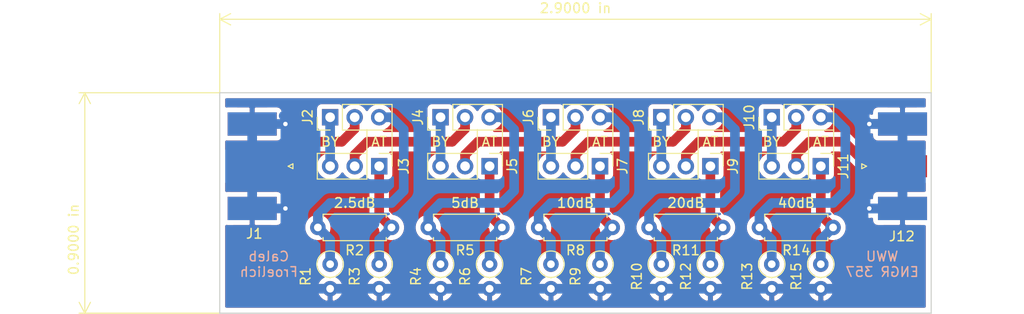
<source format=kicad_pcb>
(kicad_pcb (version 20171130) (host pcbnew "(5.1.5)-3")

  (general
    (thickness 1.6)
    (drawings 33)
    (tracks 140)
    (zones 0)
    (modules 27)
    (nets 23)
  )

  (page A4)
  (layers
    (0 F.Cu signal)
    (31 B.Cu signal)
    (32 B.Adhes user)
    (33 F.Adhes user)
    (34 B.Paste user)
    (35 F.Paste user)
    (36 B.SilkS user)
    (37 F.SilkS user)
    (38 B.Mask user)
    (39 F.Mask user)
    (40 Dwgs.User user)
    (41 Cmts.User user)
    (42 Eco1.User user)
    (43 Eco2.User user)
    (44 Edge.Cuts user)
    (45 Margin user)
    (46 B.CrtYd user)
    (47 F.CrtYd user)
    (48 B.Fab user)
    (49 F.Fab user)
  )

  (setup
    (last_trace_width 0.25)
    (user_trace_width 1)
    (trace_clearance 0.2)
    (zone_clearance 0.508)
    (zone_45_only no)
    (trace_min 0.2)
    (via_size 0.8)
    (via_drill 0.4)
    (via_min_size 0.4)
    (via_min_drill 0.3)
    (uvia_size 0.3)
    (uvia_drill 0.1)
    (uvias_allowed no)
    (uvia_min_size 0.2)
    (uvia_min_drill 0.1)
    (edge_width 0.05)
    (segment_width 0.2)
    (pcb_text_width 0.3)
    (pcb_text_size 1.5 1.5)
    (mod_edge_width 0.12)
    (mod_text_size 1 1)
    (mod_text_width 0.15)
    (pad_size 1.524 1.524)
    (pad_drill 0.762)
    (pad_to_mask_clearance 0.051)
    (solder_mask_min_width 0.25)
    (aux_axis_origin 0 0)
    (visible_elements 7FFFFFFF)
    (pcbplotparams
      (layerselection 0x010fc_ffffffff)
      (usegerberextensions false)
      (usegerberattributes false)
      (usegerberadvancedattributes false)
      (creategerberjobfile false)
      (excludeedgelayer true)
      (linewidth 0.100000)
      (plotframeref false)
      (viasonmask false)
      (mode 1)
      (useauxorigin false)
      (hpglpennumber 1)
      (hpglpenspeed 20)
      (hpglpendiameter 15.000000)
      (psnegative false)
      (psa4output false)
      (plotreference true)
      (plotvalue true)
      (plotinvisibletext false)
      (padsonsilk false)
      (subtractmaskfromsilk false)
      (outputformat 1)
      (mirror false)
      (drillshape 0)
      (scaleselection 1)
      (outputdirectory "./"))
  )

  (net 0 "")
  (net 1 "Net-(J1-Pad1)")
  (net 2 GND)
  (net 3 "Net-(J2-Pad3)")
  (net 4 "Net-(J2-Pad1)")
  (net 5 "Net-(J3-Pad1)")
  (net 6 "Net-(J3-Pad2)")
  (net 7 "Net-(J4-Pad1)")
  (net 8 "Net-(J4-Pad3)")
  (net 9 "Net-(J5-Pad2)")
  (net 10 "Net-(J5-Pad1)")
  (net 11 "Net-(J6-Pad1)")
  (net 12 "Net-(J6-Pad3)")
  (net 13 "Net-(J7-Pad2)")
  (net 14 "Net-(J7-Pad1)")
  (net 15 "Net-(J8-Pad1)")
  (net 16 "Net-(J8-Pad3)")
  (net 17 "Net-(J10-Pad2)")
  (net 18 "Net-(J9-Pad1)")
  (net 19 "Net-(J10-Pad1)")
  (net 20 "Net-(J10-Pad3)")
  (net 21 "Net-(J11-Pad2)")
  (net 22 "Net-(J11-Pad1)")

  (net_class Default "This is the default net class."
    (clearance 0.2)
    (trace_width 0.25)
    (via_dia 0.8)
    (via_drill 0.4)
    (uvia_dia 0.3)
    (uvia_drill 0.1)
    (add_net GND)
    (add_net "Net-(J1-Pad1)")
    (add_net "Net-(J10-Pad1)")
    (add_net "Net-(J10-Pad2)")
    (add_net "Net-(J10-Pad3)")
    (add_net "Net-(J11-Pad1)")
    (add_net "Net-(J11-Pad2)")
    (add_net "Net-(J2-Pad1)")
    (add_net "Net-(J2-Pad3)")
    (add_net "Net-(J3-Pad1)")
    (add_net "Net-(J3-Pad2)")
    (add_net "Net-(J4-Pad1)")
    (add_net "Net-(J4-Pad3)")
    (add_net "Net-(J5-Pad1)")
    (add_net "Net-(J5-Pad2)")
    (add_net "Net-(J6-Pad1)")
    (add_net "Net-(J6-Pad3)")
    (add_net "Net-(J7-Pad1)")
    (add_net "Net-(J7-Pad2)")
    (add_net "Net-(J8-Pad1)")
    (add_net "Net-(J8-Pad3)")
    (add_net "Net-(J9-Pad1)")
  )

  (module Connector_Coaxial:SMA_Molex_73251-1153_EdgeMount_Horizontal (layer F.Cu) (tedit 5A1B666F) (tstamp 5E86BE1F)
    (at 194.7 119.38 180)
    (descr "Molex SMA RF Connectors, Edge Mount, (http://www.molex.com/pdm_docs/sd/732511150_sd.pdf)")
    (tags "sma edge")
    (path /5E8832F9)
    (attr smd)
    (fp_text reference J12 (at -1.65 -7.27) (layer F.SilkS)
      (effects (font (size 1 1) (thickness 0.15)))
    )
    (fp_text value Conn_Coaxial (at -1.72 -7.11) (layer F.Fab) hide
      (effects (font (size 1 1) (thickness 0.15)))
    )
    (fp_line (start -5.91 4.76) (end 0.49 4.76) (layer F.Fab) (width 0.1))
    (fp_line (start -5.91 -4.76) (end -5.91 4.76) (layer F.Fab) (width 0.1))
    (fp_line (start 0.49 -4.76) (end -5.91 -4.76) (layer F.Fab) (width 0.1))
    (fp_line (start -4.76 -3.75) (end -4.76 3.75) (layer F.Fab) (width 0.1))
    (fp_line (start -13.79 2.65) (end -5.91 2.65) (layer F.Fab) (width 0.1))
    (fp_line (start -13.79 -2.65) (end -13.79 2.65) (layer F.Fab) (width 0.1))
    (fp_line (start -13.79 -2.65) (end -5.91 -2.65) (layer F.Fab) (width 0.1))
    (fp_line (start -4.76 3.75) (end 0.49 3.75) (layer F.Fab) (width 0.1))
    (fp_line (start -4.76 -3.75) (end 0.49 -3.75) (layer F.Fab) (width 0.1))
    (fp_line (start 2.71 -6.09) (end -14.29 -6.09) (layer F.CrtYd) (width 0.05))
    (fp_line (start 2.71 -6.09) (end 2.71 6.09) (layer F.CrtYd) (width 0.05))
    (fp_line (start -14.29 6.09) (end 2.71 6.09) (layer B.CrtYd) (width 0.05))
    (fp_line (start -14.29 -6.09) (end -14.29 6.09) (layer B.CrtYd) (width 0.05))
    (fp_line (start -14.29 -6.09) (end 2.71 -6.09) (layer B.CrtYd) (width 0.05))
    (fp_line (start 2.71 -6.09) (end 2.71 6.09) (layer B.CrtYd) (width 0.05))
    (fp_line (start -14.29 6.09) (end 2.71 6.09) (layer F.CrtYd) (width 0.05))
    (fp_line (start -14.29 -6.09) (end -14.29 6.09) (layer F.CrtYd) (width 0.05))
    (fp_line (start 0.49 -4.76) (end 0.49 -3.75) (layer F.Fab) (width 0.1))
    (fp_line (start 0.49 3.75) (end 0.49 4.76) (layer F.Fab) (width 0.1))
    (fp_line (start 0.49 -0.38) (end 0.49 0.38) (layer F.Fab) (width 0.1))
    (fp_line (start -4.76 0.38) (end 0.49 0.38) (layer F.Fab) (width 0.1))
    (fp_line (start -4.76 -0.38) (end 0.49 -0.38) (layer F.Fab) (width 0.1))
    (fp_line (start 2 0) (end 2.5 -0.25) (layer F.SilkS) (width 0.12))
    (fp_line (start 2.5 -0.25) (end 2.5 0.25) (layer F.SilkS) (width 0.12))
    (fp_line (start 2.5 0.25) (end 2 0) (layer F.SilkS) (width 0.12))
    (fp_line (start 2.5 -0.25) (end 2 0) (layer F.Fab) (width 0.1))
    (fp_line (start 2 0) (end 2.5 0.25) (layer F.Fab) (width 0.1))
    (fp_line (start 2.5 0.25) (end 2.5 -0.25) (layer F.Fab) (width 0.1))
    (fp_text user %R (at 2.54 6.35) (layer F.Fab)
      (effects (font (size 1 1) (thickness 0.15)))
    )
    (pad 2 smd rect (at 1.27 4.38 180) (size 0.95 0.46) (layers B.Cu)
      (net 2 GND))
    (pad 2 smd rect (at 1.27 -4.38 180) (size 0.95 0.46) (layers B.Cu)
      (net 2 GND))
    (pad 2 smd rect (at 1.27 4.38 180) (size 0.95 0.46) (layers F.Cu)
      (net 2 GND))
    (pad 2 smd rect (at 1.27 -4.38 180) (size 0.95 0.46) (layers F.Cu)
      (net 2 GND))
    (pad 2 thru_hole circle (at 1.72 4.38 180) (size 0.97 0.97) (drill 0.46) (layers *.Cu)
      (net 2 GND))
    (pad 2 thru_hole circle (at 1.72 -4.38 180) (size 0.97 0.97) (drill 0.46) (layers *.Cu)
      (net 2 GND))
    (pad 2 smd rect (at -1.72 4.38 180) (size 5.08 2.42) (layers B.Cu B.Paste B.Mask)
      (net 2 GND))
    (pad 2 smd rect (at -1.72 -4.38 180) (size 5.08 2.42) (layers B.Cu B.Paste B.Mask)
      (net 2 GND))
    (pad 2 smd rect (at -1.72 4.38 180) (size 5.08 2.42) (layers F.Cu F.Paste F.Mask)
      (net 2 GND))
    (pad 2 smd rect (at -1.72 -4.38 180) (size 5.08 2.42) (layers F.Cu F.Paste F.Mask)
      (net 2 GND))
    (pad 1 smd rect (at -1.72 0 180) (size 5.08 2.29) (layers F.Cu F.Paste F.Mask)
      (net 21 "Net-(J11-Pad2)"))
    (model ${KISYS3DMOD}/Connector_Coaxial.3dshapes/SMA_Molex_73251-1153_EdgeMount_Horizontal.wrl
      (at (xyz 0 0 0))
      (scale (xyz 1 1 1))
      (rotate (xyz 0 0 0))
    )
  )

  (module Resistor_THT:R_Axial_DIN0207_L6.3mm_D2.5mm_P2.54mm_Vertical (layer F.Cu) (tedit 5AE5139B) (tstamp 5E867BCA)
    (at 137.16 129.54 270)
    (descr "Resistor, Axial_DIN0207 series, Axial, Vertical, pin pitch=2.54mm, 0.25W = 1/4W, length*diameter=6.3*2.5mm^2, http://cdn-reichelt.de/documents/datenblatt/B400/1_4W%23YAG.pdf")
    (tags "Resistor Axial_DIN0207 series Axial Vertical pin pitch 2.54mm 0.25W = 1/4W length 6.3mm diameter 2.5mm")
    (path /5E855500)
    (fp_text reference R1 (at 1.27 2.54 90) (layer F.SilkS)
      (effects (font (size 1 1) (thickness 0.15)))
    )
    (fp_text value 360 (at 3.81 2.37 90) (layer F.Fab) hide
      (effects (font (size 1 1) (thickness 0.15)))
    )
    (fp_text user %R (at 3.81 0 90) (layer F.Fab) hide
      (effects (font (size 1 1) (thickness 0.15)))
    )
    (fp_line (start 3.59 -1.5) (end -1.5 -1.5) (layer F.CrtYd) (width 0.05))
    (fp_line (start 3.59 1.5) (end 3.59 -1.5) (layer F.CrtYd) (width 0.05))
    (fp_line (start -1.5 1.5) (end 3.59 1.5) (layer F.CrtYd) (width 0.05))
    (fp_line (start -1.5 -1.5) (end -1.5 1.5) (layer F.CrtYd) (width 0.05))
    (fp_line (start 1.37 0) (end 1.44 0) (layer F.SilkS) (width 0.12))
    (fp_line (start 0 0) (end 2.54 0) (layer F.Fab) (width 0.1))
    (fp_circle (center 0 0) (end 1.37 0) (layer F.SilkS) (width 0.12))
    (fp_circle (center 0 0) (end 1.25 0) (layer F.Fab) (width 0.1))
    (pad 2 thru_hole oval (at 2.54 0 270) (size 1.6 1.6) (drill 0.8) (layers *.Cu *.Mask)
      (net 2 GND))
    (pad 1 thru_hole circle (at 0 0 270) (size 1.6 1.6) (drill 0.8) (layers *.Cu *.Mask)
      (net 3 "Net-(J2-Pad3)"))
    (model ${KISYS3DMOD}/Resistor_THT.3dshapes/R_Axial_DIN0207_L6.3mm_D2.5mm_P2.54mm_Vertical.wrl
      (at (xyz 0 0 0))
      (scale (xyz 1 1 1))
      (rotate (xyz 0 0 0))
    )
  )

  (module Resistor_THT:R_Axial_DIN0207_L6.3mm_D2.5mm_P7.62mm_Horizontal (layer F.Cu) (tedit 5AE5139B) (tstamp 5E868E31)
    (at 143.51 125.73 180)
    (descr "Resistor, Axial_DIN0207 series, Axial, Horizontal, pin pitch=7.62mm, 0.25W = 1/4W, length*diameter=6.3*2.5mm^2, http://cdn-reichelt.de/documents/datenblatt/B400/1_4W%23YAG.pdf")
    (tags "Resistor Axial_DIN0207 series Axial Horizontal pin pitch 7.62mm 0.25W = 1/4W length 6.3mm diameter 2.5mm")
    (path /5E862DB2)
    (fp_text reference R2 (at 3.81 -2.37) (layer F.SilkS)
      (effects (font (size 1 1) (thickness 0.15)))
    )
    (fp_text value 15 (at 3.81 2.37) (layer F.Fab) hide
      (effects (font (size 1 1) (thickness 0.15)))
    )
    (fp_text user %R (at 3.81 0) (layer F.Fab)
      (effects (font (size 1 1) (thickness 0.15)))
    )
    (fp_line (start 8.67 -1.5) (end -1.05 -1.5) (layer F.CrtYd) (width 0.05))
    (fp_line (start 8.67 1.5) (end 8.67 -1.5) (layer F.CrtYd) (width 0.05))
    (fp_line (start -1.05 1.5) (end 8.67 1.5) (layer F.CrtYd) (width 0.05))
    (fp_line (start -1.05 -1.5) (end -1.05 1.5) (layer F.CrtYd) (width 0.05))
    (fp_line (start 7.08 1.37) (end 7.08 1.04) (layer F.SilkS) (width 0.12))
    (fp_line (start 0.54 1.37) (end 7.08 1.37) (layer F.SilkS) (width 0.12))
    (fp_line (start 0.54 1.04) (end 0.54 1.37) (layer F.SilkS) (width 0.12))
    (fp_line (start 7.08 -1.37) (end 7.08 -1.04) (layer F.SilkS) (width 0.12))
    (fp_line (start 0.54 -1.37) (end 7.08 -1.37) (layer F.SilkS) (width 0.12))
    (fp_line (start 0.54 -1.04) (end 0.54 -1.37) (layer F.SilkS) (width 0.12))
    (fp_line (start 7.62 0) (end 6.96 0) (layer F.Fab) (width 0.1))
    (fp_line (start 0 0) (end 0.66 0) (layer F.Fab) (width 0.1))
    (fp_line (start 6.96 -1.25) (end 0.66 -1.25) (layer F.Fab) (width 0.1))
    (fp_line (start 6.96 1.25) (end 6.96 -1.25) (layer F.Fab) (width 0.1))
    (fp_line (start 0.66 1.25) (end 6.96 1.25) (layer F.Fab) (width 0.1))
    (fp_line (start 0.66 -1.25) (end 0.66 1.25) (layer F.Fab) (width 0.1))
    (pad 2 thru_hole oval (at 7.62 0 180) (size 1.6 1.6) (drill 0.8) (layers *.Cu *.Mask)
      (net 3 "Net-(J2-Pad3)"))
    (pad 1 thru_hole circle (at 0 0 180) (size 1.6 1.6) (drill 0.8) (layers *.Cu *.Mask)
      (net 5 "Net-(J3-Pad1)"))
    (model ${KISYS3DMOD}/Resistor_THT.3dshapes/R_Axial_DIN0207_L6.3mm_D2.5mm_P7.62mm_Horizontal.wrl
      (at (xyz 0 0 0))
      (scale (xyz 1 1 1))
      (rotate (xyz 0 0 0))
    )
  )

  (module Resistor_THT:R_Axial_DIN0207_L6.3mm_D2.5mm_P7.62mm_Horizontal (layer F.Cu) (tedit 5AE5139B) (tstamp 5E867C26)
    (at 154.94 125.73 180)
    (descr "Resistor, Axial_DIN0207 series, Axial, Horizontal, pin pitch=7.62mm, 0.25W = 1/4W, length*diameter=6.3*2.5mm^2, http://cdn-reichelt.de/documents/datenblatt/B400/1_4W%23YAG.pdf")
    (tags "Resistor Axial_DIN0207 series Axial Horizontal pin pitch 7.62mm 0.25W = 1/4W length 6.3mm diameter 2.5mm")
    (path /5E865DA3)
    (fp_text reference R5 (at 3.81 -2.37) (layer F.SilkS)
      (effects (font (size 1 1) (thickness 0.15)))
    )
    (fp_text value 30 (at 3.81 2.37) (layer F.Fab) hide
      (effects (font (size 1 1) (thickness 0.15)))
    )
    (fp_text user %R (at 3.81 0) (layer F.Fab)
      (effects (font (size 1 1) (thickness 0.15)))
    )
    (fp_line (start 8.67 -1.5) (end -1.05 -1.5) (layer F.CrtYd) (width 0.05))
    (fp_line (start 8.67 1.5) (end 8.67 -1.5) (layer F.CrtYd) (width 0.05))
    (fp_line (start -1.05 1.5) (end 8.67 1.5) (layer F.CrtYd) (width 0.05))
    (fp_line (start -1.05 -1.5) (end -1.05 1.5) (layer F.CrtYd) (width 0.05))
    (fp_line (start 7.08 1.37) (end 7.08 1.04) (layer F.SilkS) (width 0.12))
    (fp_line (start 0.54 1.37) (end 7.08 1.37) (layer F.SilkS) (width 0.12))
    (fp_line (start 0.54 1.04) (end 0.54 1.37) (layer F.SilkS) (width 0.12))
    (fp_line (start 7.08 -1.37) (end 7.08 -1.04) (layer F.SilkS) (width 0.12))
    (fp_line (start 0.54 -1.37) (end 7.08 -1.37) (layer F.SilkS) (width 0.12))
    (fp_line (start 0.54 -1.04) (end 0.54 -1.37) (layer F.SilkS) (width 0.12))
    (fp_line (start 7.62 0) (end 6.96 0) (layer F.Fab) (width 0.1))
    (fp_line (start 0 0) (end 0.66 0) (layer F.Fab) (width 0.1))
    (fp_line (start 6.96 -1.25) (end 0.66 -1.25) (layer F.Fab) (width 0.1))
    (fp_line (start 6.96 1.25) (end 6.96 -1.25) (layer F.Fab) (width 0.1))
    (fp_line (start 0.66 1.25) (end 6.96 1.25) (layer F.Fab) (width 0.1))
    (fp_line (start 0.66 -1.25) (end 0.66 1.25) (layer F.Fab) (width 0.1))
    (pad 2 thru_hole oval (at 7.62 0 180) (size 1.6 1.6) (drill 0.8) (layers *.Cu *.Mask)
      (net 8 "Net-(J4-Pad3)"))
    (pad 1 thru_hole circle (at 0 0 180) (size 1.6 1.6) (drill 0.8) (layers *.Cu *.Mask)
      (net 10 "Net-(J5-Pad1)"))
    (model ${KISYS3DMOD}/Resistor_THT.3dshapes/R_Axial_DIN0207_L6.3mm_D2.5mm_P7.62mm_Horizontal.wrl
      (at (xyz 0 0 0))
      (scale (xyz 1 1 1))
      (rotate (xyz 0 0 0))
    )
  )

  (module Resistor_THT:R_Axial_DIN0207_L6.3mm_D2.5mm_P7.62mm_Horizontal (layer F.Cu) (tedit 5AE5139B) (tstamp 5E867C6B)
    (at 166.37 125.73 180)
    (descr "Resistor, Axial_DIN0207 series, Axial, Horizontal, pin pitch=7.62mm, 0.25W = 1/4W, length*diameter=6.3*2.5mm^2, http://cdn-reichelt.de/documents/datenblatt/B400/1_4W%23YAG.pdf")
    (tags "Resistor Axial_DIN0207 series Axial Horizontal pin pitch 7.62mm 0.25W = 1/4W length 6.3mm diameter 2.5mm")
    (path /5E866F14)
    (fp_text reference R8 (at 3.81 -2.37) (layer F.SilkS)
      (effects (font (size 1 1) (thickness 0.15)))
    )
    (fp_text value 75 (at 3.81 2.37) (layer F.Fab) hide
      (effects (font (size 1 1) (thickness 0.15)))
    )
    (fp_text user %R (at 3.81 0) (layer F.Fab)
      (effects (font (size 1 1) (thickness 0.15)))
    )
    (fp_line (start 8.67 -1.5) (end -1.05 -1.5) (layer F.CrtYd) (width 0.05))
    (fp_line (start 8.67 1.5) (end 8.67 -1.5) (layer F.CrtYd) (width 0.05))
    (fp_line (start -1.05 1.5) (end 8.67 1.5) (layer F.CrtYd) (width 0.05))
    (fp_line (start -1.05 -1.5) (end -1.05 1.5) (layer F.CrtYd) (width 0.05))
    (fp_line (start 7.08 1.37) (end 7.08 1.04) (layer F.SilkS) (width 0.12))
    (fp_line (start 0.54 1.37) (end 7.08 1.37) (layer F.SilkS) (width 0.12))
    (fp_line (start 0.54 1.04) (end 0.54 1.37) (layer F.SilkS) (width 0.12))
    (fp_line (start 7.08 -1.37) (end 7.08 -1.04) (layer F.SilkS) (width 0.12))
    (fp_line (start 0.54 -1.37) (end 7.08 -1.37) (layer F.SilkS) (width 0.12))
    (fp_line (start 0.54 -1.04) (end 0.54 -1.37) (layer F.SilkS) (width 0.12))
    (fp_line (start 7.62 0) (end 6.96 0) (layer F.Fab) (width 0.1))
    (fp_line (start 0 0) (end 0.66 0) (layer F.Fab) (width 0.1))
    (fp_line (start 6.96 -1.25) (end 0.66 -1.25) (layer F.Fab) (width 0.1))
    (fp_line (start 6.96 1.25) (end 6.96 -1.25) (layer F.Fab) (width 0.1))
    (fp_line (start 0.66 1.25) (end 6.96 1.25) (layer F.Fab) (width 0.1))
    (fp_line (start 0.66 -1.25) (end 0.66 1.25) (layer F.Fab) (width 0.1))
    (pad 2 thru_hole oval (at 7.62 0 180) (size 1.6 1.6) (drill 0.8) (layers *.Cu *.Mask)
      (net 12 "Net-(J6-Pad3)"))
    (pad 1 thru_hole circle (at 0 0 180) (size 1.6 1.6) (drill 0.8) (layers *.Cu *.Mask)
      (net 14 "Net-(J7-Pad1)"))
    (model ${KISYS3DMOD}/Resistor_THT.3dshapes/R_Axial_DIN0207_L6.3mm_D2.5mm_P7.62mm_Horizontal.wrl
      (at (xyz 0 0 0))
      (scale (xyz 1 1 1))
      (rotate (xyz 0 0 0))
    )
  )

  (module Resistor_THT:R_Axial_DIN0207_L6.3mm_D2.5mm_P7.62mm_Horizontal (layer F.Cu) (tedit 5AE5139B) (tstamp 5E86A6C1)
    (at 177.8 125.73 180)
    (descr "Resistor, Axial_DIN0207 series, Axial, Horizontal, pin pitch=7.62mm, 0.25W = 1/4W, length*diameter=6.3*2.5mm^2, http://cdn-reichelt.de/documents/datenblatt/B400/1_4W%23YAG.pdf")
    (tags "Resistor Axial_DIN0207 series Axial Horizontal pin pitch 7.62mm 0.25W = 1/4W length 6.3mm diameter 2.5mm")
    (path /5E867BE9)
    (fp_text reference R11 (at 3.81 -2.37) (layer F.SilkS)
      (effects (font (size 1 1) (thickness 0.15)))
    )
    (fp_text value 240 (at 3.81 2.37) (layer F.Fab) hide
      (effects (font (size 1 1) (thickness 0.15)))
    )
    (fp_text user %R (at 3.81 0) (layer F.Fab)
      (effects (font (size 1 1) (thickness 0.15)))
    )
    (fp_line (start 8.67 -1.5) (end -1.05 -1.5) (layer F.CrtYd) (width 0.05))
    (fp_line (start 8.67 1.5) (end 8.67 -1.5) (layer F.CrtYd) (width 0.05))
    (fp_line (start -1.05 1.5) (end 8.67 1.5) (layer F.CrtYd) (width 0.05))
    (fp_line (start -1.05 -1.5) (end -1.05 1.5) (layer F.CrtYd) (width 0.05))
    (fp_line (start 7.08 1.37) (end 7.08 1.04) (layer F.SilkS) (width 0.12))
    (fp_line (start 0.54 1.37) (end 7.08 1.37) (layer F.SilkS) (width 0.12))
    (fp_line (start 0.54 1.04) (end 0.54 1.37) (layer F.SilkS) (width 0.12))
    (fp_line (start 7.08 -1.37) (end 7.08 -1.04) (layer F.SilkS) (width 0.12))
    (fp_line (start 0.54 -1.37) (end 7.08 -1.37) (layer F.SilkS) (width 0.12))
    (fp_line (start 0.54 -1.04) (end 0.54 -1.37) (layer F.SilkS) (width 0.12))
    (fp_line (start 7.62 0) (end 6.96 0) (layer F.Fab) (width 0.1))
    (fp_line (start 0 0) (end 0.66 0) (layer F.Fab) (width 0.1))
    (fp_line (start 6.96 -1.25) (end 0.66 -1.25) (layer F.Fab) (width 0.1))
    (fp_line (start 6.96 1.25) (end 6.96 -1.25) (layer F.Fab) (width 0.1))
    (fp_line (start 0.66 1.25) (end 6.96 1.25) (layer F.Fab) (width 0.1))
    (fp_line (start 0.66 -1.25) (end 0.66 1.25) (layer F.Fab) (width 0.1))
    (pad 2 thru_hole oval (at 7.62 0 180) (size 1.6 1.6) (drill 0.8) (layers *.Cu *.Mask)
      (net 16 "Net-(J8-Pad3)"))
    (pad 1 thru_hole circle (at 0 0 180) (size 1.6 1.6) (drill 0.8) (layers *.Cu *.Mask)
      (net 18 "Net-(J9-Pad1)"))
    (model ${KISYS3DMOD}/Resistor_THT.3dshapes/R_Axial_DIN0207_L6.3mm_D2.5mm_P7.62mm_Horizontal.wrl
      (at (xyz 0 0 0))
      (scale (xyz 1 1 1))
      (rotate (xyz 0 0 0))
    )
  )

  (module Resistor_THT:R_Axial_DIN0207_L6.3mm_D2.5mm_P7.62mm_Horizontal (layer F.Cu) (tedit 5AE5139B) (tstamp 5E867CF5)
    (at 189.23 125.73 180)
    (descr "Resistor, Axial_DIN0207 series, Axial, Horizontal, pin pitch=7.62mm, 0.25W = 1/4W, length*diameter=6.3*2.5mm^2, http://cdn-reichelt.de/documents/datenblatt/B400/1_4W%23YAG.pdf")
    (tags "Resistor Axial_DIN0207 series Axial Horizontal pin pitch 7.62mm 0.25W = 1/4W length 6.3mm diameter 2.5mm")
    (path /5E868391)
    (fp_text reference R14 (at 3.81 -2.37) (layer F.SilkS)
      (effects (font (size 1 1) (thickness 0.15)))
    )
    (fp_text value 2700 (at 3.81 2.37) (layer F.Fab) hide
      (effects (font (size 1 1) (thickness 0.15)))
    )
    (fp_text user %R (at 3.81 0) (layer F.Fab)
      (effects (font (size 1 1) (thickness 0.15)))
    )
    (fp_line (start 8.67 -1.5) (end -1.05 -1.5) (layer F.CrtYd) (width 0.05))
    (fp_line (start 8.67 1.5) (end 8.67 -1.5) (layer F.CrtYd) (width 0.05))
    (fp_line (start -1.05 1.5) (end 8.67 1.5) (layer F.CrtYd) (width 0.05))
    (fp_line (start -1.05 -1.5) (end -1.05 1.5) (layer F.CrtYd) (width 0.05))
    (fp_line (start 7.08 1.37) (end 7.08 1.04) (layer F.SilkS) (width 0.12))
    (fp_line (start 0.54 1.37) (end 7.08 1.37) (layer F.SilkS) (width 0.12))
    (fp_line (start 0.54 1.04) (end 0.54 1.37) (layer F.SilkS) (width 0.12))
    (fp_line (start 7.08 -1.37) (end 7.08 -1.04) (layer F.SilkS) (width 0.12))
    (fp_line (start 0.54 -1.37) (end 7.08 -1.37) (layer F.SilkS) (width 0.12))
    (fp_line (start 0.54 -1.04) (end 0.54 -1.37) (layer F.SilkS) (width 0.12))
    (fp_line (start 7.62 0) (end 6.96 0) (layer F.Fab) (width 0.1))
    (fp_line (start 0 0) (end 0.66 0) (layer F.Fab) (width 0.1))
    (fp_line (start 6.96 -1.25) (end 0.66 -1.25) (layer F.Fab) (width 0.1))
    (fp_line (start 6.96 1.25) (end 6.96 -1.25) (layer F.Fab) (width 0.1))
    (fp_line (start 0.66 1.25) (end 6.96 1.25) (layer F.Fab) (width 0.1))
    (fp_line (start 0.66 -1.25) (end 0.66 1.25) (layer F.Fab) (width 0.1))
    (pad 2 thru_hole oval (at 7.62 0 180) (size 1.6 1.6) (drill 0.8) (layers *.Cu *.Mask)
      (net 20 "Net-(J10-Pad3)"))
    (pad 1 thru_hole circle (at 0 0 180) (size 1.6 1.6) (drill 0.8) (layers *.Cu *.Mask)
      (net 22 "Net-(J11-Pad1)"))
    (model ${KISYS3DMOD}/Resistor_THT.3dshapes/R_Axial_DIN0207_L6.3mm_D2.5mm_P7.62mm_Horizontal.wrl
      (at (xyz 0 0 0))
      (scale (xyz 1 1 1))
      (rotate (xyz 0 0 0))
    )
  )

  (module Resistor_THT:R_Axial_DIN0207_L6.3mm_D2.5mm_P2.54mm_Vertical (layer F.Cu) (tedit 5AE5139B) (tstamp 5E86B87F)
    (at 182.88 129.54 270)
    (descr "Resistor, Axial_DIN0207 series, Axial, Vertical, pin pitch=2.54mm, 0.25W = 1/4W, length*diameter=6.3*2.5mm^2, http://cdn-reichelt.de/documents/datenblatt/B400/1_4W%23YAG.pdf")
    (tags "Resistor Axial_DIN0207 series Axial Vertical pin pitch 2.54mm 0.25W = 1/4W length 6.3mm diameter 2.5mm")
    (path /5E868385)
    (fp_text reference R13 (at 1.27 2.54 270) (layer F.SilkS)
      (effects (font (size 1 1) (thickness 0.15)))
    )
    (fp_text value 51 (at 3.81 2.37 90) (layer F.Fab) hide
      (effects (font (size 1 1) (thickness 0.15)))
    )
    (fp_line (start 3.59 -1.5) (end -1.5 -1.5) (layer F.CrtYd) (width 0.05))
    (fp_line (start 3.59 1.5) (end 3.59 -1.5) (layer F.CrtYd) (width 0.05))
    (fp_line (start -1.5 1.5) (end 3.59 1.5) (layer F.CrtYd) (width 0.05))
    (fp_line (start -1.5 -1.5) (end -1.5 1.5) (layer F.CrtYd) (width 0.05))
    (fp_line (start 1.37 0) (end 1.44 0) (layer F.SilkS) (width 0.12))
    (fp_line (start 0 0) (end 2.54 0) (layer F.Fab) (width 0.1))
    (fp_circle (center 0 0) (end 1.37 0) (layer F.SilkS) (width 0.12))
    (fp_circle (center 0 0) (end 1.25 0) (layer F.Fab) (width 0.1))
    (pad 2 thru_hole oval (at 2.54 0 270) (size 1.6 1.6) (drill 0.8) (layers *.Cu *.Mask)
      (net 2 GND))
    (pad 1 thru_hole circle (at 0 0 270) (size 1.6 1.6) (drill 0.8) (layers *.Cu *.Mask)
      (net 20 "Net-(J10-Pad3)"))
    (model ${KISYS3DMOD}/Resistor_THT.3dshapes/R_Axial_DIN0207_L6.3mm_D2.5mm_P2.54mm_Vertical.wrl
      (at (xyz 0 0 0))
      (scale (xyz 1 1 1))
      (rotate (xyz 0 0 0))
    )
  )

  (module Resistor_THT:R_Axial_DIN0207_L6.3mm_D2.5mm_P2.54mm_Vertical (layer F.Cu) (tedit 5AE5139B) (tstamp 5E867CC7)
    (at 176.53 129.54 270)
    (descr "Resistor, Axial_DIN0207 series, Axial, Vertical, pin pitch=2.54mm, 0.25W = 1/4W, length*diameter=6.3*2.5mm^2, http://cdn-reichelt.de/documents/datenblatt/B400/1_4W%23YAG.pdf")
    (tags "Resistor Axial_DIN0207 series Axial Vertical pin pitch 2.54mm 0.25W = 1/4W length 6.3mm diameter 2.5mm")
    (path /5E867BE3)
    (fp_text reference R12 (at 1.27 2.54 90) (layer F.SilkS)
      (effects (font (size 1 1) (thickness 0.15)))
    )
    (fp_text value 62 (at 3.81 2.37 90) (layer F.Fab) hide
      (effects (font (size 1 1) (thickness 0.15)))
    )
    (fp_text user %R (at 3.81 0 90) (layer F.Fab) hide
      (effects (font (size 1 1) (thickness 0.15)))
    )
    (fp_line (start 3.59 -1.5) (end -1.5 -1.5) (layer F.CrtYd) (width 0.05))
    (fp_line (start 3.59 1.5) (end 3.59 -1.5) (layer F.CrtYd) (width 0.05))
    (fp_line (start -1.5 1.5) (end 3.59 1.5) (layer F.CrtYd) (width 0.05))
    (fp_line (start -1.5 -1.5) (end -1.5 1.5) (layer F.CrtYd) (width 0.05))
    (fp_line (start 1.37 0) (end 1.44 0) (layer F.SilkS) (width 0.12))
    (fp_line (start 0 0) (end 2.54 0) (layer F.Fab) (width 0.1))
    (fp_circle (center 0 0) (end 1.37 0) (layer F.SilkS) (width 0.12))
    (fp_circle (center 0 0) (end 1.25 0) (layer F.Fab) (width 0.1))
    (pad 2 thru_hole oval (at 2.54 0 270) (size 1.6 1.6) (drill 0.8) (layers *.Cu *.Mask)
      (net 2 GND))
    (pad 1 thru_hole circle (at 0 0 270) (size 1.6 1.6) (drill 0.8) (layers *.Cu *.Mask)
      (net 18 "Net-(J9-Pad1)"))
    (model ${KISYS3DMOD}/Resistor_THT.3dshapes/R_Axial_DIN0207_L6.3mm_D2.5mm_P2.54mm_Vertical.wrl
      (at (xyz 0 0 0))
      (scale (xyz 1 1 1))
      (rotate (xyz 0 0 0))
    )
  )

  (module Resistor_THT:R_Axial_DIN0207_L6.3mm_D2.5mm_P2.54mm_Vertical (layer F.Cu) (tedit 5AE5139B) (tstamp 5E867C0F)
    (at 148.59 129.54 270)
    (descr "Resistor, Axial_DIN0207 series, Axial, Vertical, pin pitch=2.54mm, 0.25W = 1/4W, length*diameter=6.3*2.5mm^2, http://cdn-reichelt.de/documents/datenblatt/B400/1_4W%23YAG.pdf")
    (tags "Resistor Axial_DIN0207 series Axial Vertical pin pitch 2.54mm 0.25W = 1/4W length 6.3mm diameter 2.5mm")
    (path /5E865D97)
    (fp_text reference R4 (at 1.27 2.54 90) (layer F.SilkS)
      (effects (font (size 1 1) (thickness 0.15)))
    )
    (fp_text value 180 (at 3.81 2.37 90) (layer F.Fab) hide
      (effects (font (size 1 1) (thickness 0.15)))
    )
    (fp_text user %R (at 3.81 0 90) (layer F.Fab) hide
      (effects (font (size 1 1) (thickness 0.15)))
    )
    (fp_line (start 3.59 -1.5) (end -1.5 -1.5) (layer F.CrtYd) (width 0.05))
    (fp_line (start 3.59 1.5) (end 3.59 -1.5) (layer F.CrtYd) (width 0.05))
    (fp_line (start -1.5 1.5) (end 3.59 1.5) (layer F.CrtYd) (width 0.05))
    (fp_line (start -1.5 -1.5) (end -1.5 1.5) (layer F.CrtYd) (width 0.05))
    (fp_line (start 1.37 0) (end 1.44 0) (layer F.SilkS) (width 0.12))
    (fp_line (start 0 0) (end 2.54 0) (layer F.Fab) (width 0.1))
    (fp_circle (center 0 0) (end 1.37 0) (layer F.SilkS) (width 0.12))
    (fp_circle (center 0 0) (end 1.25 0) (layer F.Fab) (width 0.1))
    (pad 2 thru_hole oval (at 2.54 0 270) (size 1.6 1.6) (drill 0.8) (layers *.Cu *.Mask)
      (net 2 GND))
    (pad 1 thru_hole circle (at 0 0 270) (size 1.6 1.6) (drill 0.8) (layers *.Cu *.Mask)
      (net 8 "Net-(J4-Pad3)"))
    (model ${KISYS3DMOD}/Resistor_THT.3dshapes/R_Axial_DIN0207_L6.3mm_D2.5mm_P2.54mm_Vertical.wrl
      (at (xyz 0 0 0))
      (scale (xyz 1 1 1))
      (rotate (xyz 0 0 0))
    )
  )

  (module Resistor_THT:R_Axial_DIN0207_L6.3mm_D2.5mm_P2.54mm_Vertical (layer F.Cu) (tedit 5AE5139B) (tstamp 5E867BF8)
    (at 142.24 129.54 270)
    (descr "Resistor, Axial_DIN0207 series, Axial, Vertical, pin pitch=2.54mm, 0.25W = 1/4W, length*diameter=6.3*2.5mm^2, http://cdn-reichelt.de/documents/datenblatt/B400/1_4W%23YAG.pdf")
    (tags "Resistor Axial_DIN0207 series Axial Vertical pin pitch 2.54mm 0.25W = 1/4W length 6.3mm diameter 2.5mm")
    (path /5E85577E)
    (fp_text reference R3 (at 1.27 2.54 90) (layer F.SilkS)
      (effects (font (size 1 1) (thickness 0.15)))
    )
    (fp_text value 360 (at 3.81 2.37 90) (layer F.Fab) hide
      (effects (font (size 1 1) (thickness 0.15)))
    )
    (fp_text user %R (at 3.81 0 90) (layer F.Fab) hide
      (effects (font (size 1 1) (thickness 0.15)))
    )
    (fp_line (start 3.59 -1.5) (end -1.5 -1.5) (layer F.CrtYd) (width 0.05))
    (fp_line (start 3.59 1.5) (end 3.59 -1.5) (layer F.CrtYd) (width 0.05))
    (fp_line (start -1.5 1.5) (end 3.59 1.5) (layer F.CrtYd) (width 0.05))
    (fp_line (start -1.5 -1.5) (end -1.5 1.5) (layer F.CrtYd) (width 0.05))
    (fp_line (start 1.37 0) (end 1.44 0) (layer F.SilkS) (width 0.12))
    (fp_line (start 0 0) (end 2.54 0) (layer F.Fab) (width 0.1))
    (fp_circle (center 0 0) (end 1.37 0) (layer F.SilkS) (width 0.12))
    (fp_circle (center 0 0) (end 1.25 0) (layer F.Fab) (width 0.1))
    (pad 2 thru_hole oval (at 2.54 0 270) (size 1.6 1.6) (drill 0.8) (layers *.Cu *.Mask)
      (net 2 GND))
    (pad 1 thru_hole circle (at 0 0 270) (size 1.6 1.6) (drill 0.8) (layers *.Cu *.Mask)
      (net 5 "Net-(J3-Pad1)"))
    (model ${KISYS3DMOD}/Resistor_THT.3dshapes/R_Axial_DIN0207_L6.3mm_D2.5mm_P2.54mm_Vertical.wrl
      (at (xyz 0 0 0))
      (scale (xyz 1 1 1))
      (rotate (xyz 0 0 0))
    )
  )

  (module Resistor_THT:R_Axial_DIN0207_L6.3mm_D2.5mm_P2.54mm_Vertical (layer F.Cu) (tedit 5AE5139B) (tstamp 5E867D0C)
    (at 187.96 129.54 270)
    (descr "Resistor, Axial_DIN0207 series, Axial, Vertical, pin pitch=2.54mm, 0.25W = 1/4W, length*diameter=6.3*2.5mm^2, http://cdn-reichelt.de/documents/datenblatt/B400/1_4W%23YAG.pdf")
    (tags "Resistor Axial_DIN0207 series Axial Vertical pin pitch 2.54mm 0.25W = 1/4W length 6.3mm diameter 2.5mm")
    (path /5E86838B)
    (fp_text reference R15 (at 1.27 2.54 90) (layer F.SilkS)
      (effects (font (size 1 1) (thickness 0.15)))
    )
    (fp_text value 51 (at 3.81 2.37 90) (layer F.Fab) hide
      (effects (font (size 1 1) (thickness 0.15)))
    )
    (fp_line (start 3.59 -1.5) (end -1.5 -1.5) (layer F.CrtYd) (width 0.05))
    (fp_line (start 3.59 1.5) (end 3.59 -1.5) (layer F.CrtYd) (width 0.05))
    (fp_line (start -1.5 1.5) (end 3.59 1.5) (layer F.CrtYd) (width 0.05))
    (fp_line (start -1.5 -1.5) (end -1.5 1.5) (layer F.CrtYd) (width 0.05))
    (fp_line (start 1.37 0) (end 1.44 0) (layer F.SilkS) (width 0.12))
    (fp_line (start 0 0) (end 2.54 0) (layer F.Fab) (width 0.1))
    (fp_circle (center 0 0) (end 1.37 0) (layer F.SilkS) (width 0.12))
    (fp_circle (center 0 0) (end 1.25 0) (layer F.Fab) (width 0.1))
    (pad 2 thru_hole oval (at 2.54 0 270) (size 1.6 1.6) (drill 0.8) (layers *.Cu *.Mask)
      (net 2 GND))
    (pad 1 thru_hole circle (at 0 0 270) (size 1.6 1.6) (drill 0.8) (layers *.Cu *.Mask)
      (net 22 "Net-(J11-Pad1)"))
    (model ${KISYS3DMOD}/Resistor_THT.3dshapes/R_Axial_DIN0207_L6.3mm_D2.5mm_P2.54mm_Vertical.wrl
      (at (xyz 0 0 0))
      (scale (xyz 1 1 1))
      (rotate (xyz 0 0 0))
    )
  )

  (module Resistor_THT:R_Axial_DIN0207_L6.3mm_D2.5mm_P2.54mm_Vertical (layer F.Cu) (tedit 5AE5139B) (tstamp 5E869163)
    (at 153.67 129.54 270)
    (descr "Resistor, Axial_DIN0207 series, Axial, Vertical, pin pitch=2.54mm, 0.25W = 1/4W, length*diameter=6.3*2.5mm^2, http://cdn-reichelt.de/documents/datenblatt/B400/1_4W%23YAG.pdf")
    (tags "Resistor Axial_DIN0207 series Axial Vertical pin pitch 2.54mm 0.25W = 1/4W length 6.3mm diameter 2.5mm")
    (path /5E865D9D)
    (fp_text reference R6 (at 1.27 2.54 90) (layer F.SilkS)
      (effects (font (size 1 1) (thickness 0.15)))
    )
    (fp_text value 180 (at 3.81 2.37 90) (layer F.Fab) hide
      (effects (font (size 1 1) (thickness 0.15)))
    )
    (fp_text user %R (at 3.81 0 90) (layer F.Fab) hide
      (effects (font (size 1 1) (thickness 0.15)))
    )
    (fp_line (start 3.59 -1.5) (end -1.5 -1.5) (layer F.CrtYd) (width 0.05))
    (fp_line (start 3.59 1.5) (end 3.59 -1.5) (layer F.CrtYd) (width 0.05))
    (fp_line (start -1.5 1.5) (end 3.59 1.5) (layer F.CrtYd) (width 0.05))
    (fp_line (start -1.5 -1.5) (end -1.5 1.5) (layer F.CrtYd) (width 0.05))
    (fp_line (start 1.37 0) (end 1.44 0) (layer F.SilkS) (width 0.12))
    (fp_line (start 0 0) (end 2.54 0) (layer F.Fab) (width 0.1))
    (fp_circle (center 0 0) (end 1.37 0) (layer F.SilkS) (width 0.12))
    (fp_circle (center 0 0) (end 1.25 0) (layer F.Fab) (width 0.1))
    (pad 2 thru_hole oval (at 2.54 0 270) (size 1.6 1.6) (drill 0.8) (layers *.Cu *.Mask)
      (net 2 GND))
    (pad 1 thru_hole circle (at 0 0 270) (size 1.6 1.6) (drill 0.8) (layers *.Cu *.Mask)
      (net 10 "Net-(J5-Pad1)"))
    (model ${KISYS3DMOD}/Resistor_THT.3dshapes/R_Axial_DIN0207_L6.3mm_D2.5mm_P2.54mm_Vertical.wrl
      (at (xyz 0 0 0))
      (scale (xyz 1 1 1))
      (rotate (xyz 0 0 0))
    )
  )

  (module Resistor_THT:R_Axial_DIN0207_L6.3mm_D2.5mm_P2.54mm_Vertical (layer F.Cu) (tedit 5AE5139B) (tstamp 5E86980E)
    (at 160.02 129.54 270)
    (descr "Resistor, Axial_DIN0207 series, Axial, Vertical, pin pitch=2.54mm, 0.25W = 1/4W, length*diameter=6.3*2.5mm^2, http://cdn-reichelt.de/documents/datenblatt/B400/1_4W%23YAG.pdf")
    (tags "Resistor Axial_DIN0207 series Axial Vertical pin pitch 2.54mm 0.25W = 1/4W length 6.3mm diameter 2.5mm")
    (path /5E866F08)
    (fp_text reference R7 (at 1.27 2.54 90) (layer F.SilkS)
      (effects (font (size 1 1) (thickness 0.15)))
    )
    (fp_text value 91 (at 3.81 2.37 90) (layer F.Fab) hide
      (effects (font (size 1 1) (thickness 0.15)))
    )
    (fp_text user %R (at 3.81 0 90) (layer F.Fab) hide
      (effects (font (size 1 1) (thickness 0.15)))
    )
    (fp_line (start 3.59 -1.5) (end -1.5 -1.5) (layer F.CrtYd) (width 0.05))
    (fp_line (start 3.59 1.5) (end 3.59 -1.5) (layer F.CrtYd) (width 0.05))
    (fp_line (start -1.5 1.5) (end 3.59 1.5) (layer F.CrtYd) (width 0.05))
    (fp_line (start -1.5 -1.5) (end -1.5 1.5) (layer F.CrtYd) (width 0.05))
    (fp_line (start 1.37 0) (end 1.44 0) (layer F.SilkS) (width 0.12))
    (fp_line (start 0 0) (end 2.54 0) (layer F.Fab) (width 0.1))
    (fp_circle (center 0 0) (end 1.37 0) (layer F.SilkS) (width 0.12))
    (fp_circle (center 0 0) (end 1.25 0) (layer F.Fab) (width 0.1))
    (pad 2 thru_hole oval (at 2.54 0 270) (size 1.6 1.6) (drill 0.8) (layers *.Cu *.Mask)
      (net 2 GND))
    (pad 1 thru_hole circle (at 0 0 270) (size 1.6 1.6) (drill 0.8) (layers *.Cu *.Mask)
      (net 12 "Net-(J6-Pad3)"))
    (model ${KISYS3DMOD}/Resistor_THT.3dshapes/R_Axial_DIN0207_L6.3mm_D2.5mm_P2.54mm_Vertical.wrl
      (at (xyz 0 0 0))
      (scale (xyz 1 1 1))
      (rotate (xyz 0 0 0))
    )
  )

  (module Resistor_THT:R_Axial_DIN0207_L6.3mm_D2.5mm_P2.54mm_Vertical (layer F.Cu) (tedit 5AE5139B) (tstamp 5E867C99)
    (at 171.45 129.54 270)
    (descr "Resistor, Axial_DIN0207 series, Axial, Vertical, pin pitch=2.54mm, 0.25W = 1/4W, length*diameter=6.3*2.5mm^2, http://cdn-reichelt.de/documents/datenblatt/B400/1_4W%23YAG.pdf")
    (tags "Resistor Axial_DIN0207 series Axial Vertical pin pitch 2.54mm 0.25W = 1/4W length 6.3mm diameter 2.5mm")
    (path /5E867BDD)
    (fp_text reference R10 (at 1.27 2.54 90) (layer F.SilkS)
      (effects (font (size 1 1) (thickness 0.15)))
    )
    (fp_text value 62 (at 3.81 2.37 90) (layer F.Fab) hide
      (effects (font (size 1 1) (thickness 0.15)))
    )
    (fp_text user %R (at 3.81 0 90) (layer F.Fab) hide
      (effects (font (size 1 1) (thickness 0.15)))
    )
    (fp_line (start 3.59 -1.5) (end -1.5 -1.5) (layer F.CrtYd) (width 0.05))
    (fp_line (start 3.59 1.5) (end 3.59 -1.5) (layer F.CrtYd) (width 0.05))
    (fp_line (start -1.5 1.5) (end 3.59 1.5) (layer F.CrtYd) (width 0.05))
    (fp_line (start -1.5 -1.5) (end -1.5 1.5) (layer F.CrtYd) (width 0.05))
    (fp_line (start 1.37 0) (end 1.44 0) (layer F.SilkS) (width 0.12))
    (fp_line (start 0 0) (end 2.54 0) (layer F.Fab) (width 0.1))
    (fp_circle (center 0 0) (end 1.37 0) (layer F.SilkS) (width 0.12))
    (fp_circle (center 0 0) (end 1.25 0) (layer F.Fab) (width 0.1))
    (pad 2 thru_hole oval (at 2.54 0 270) (size 1.6 1.6) (drill 0.8) (layers *.Cu *.Mask)
      (net 2 GND))
    (pad 1 thru_hole circle (at 0 0 270) (size 1.6 1.6) (drill 0.8) (layers *.Cu *.Mask)
      (net 16 "Net-(J8-Pad3)"))
    (model ${KISYS3DMOD}/Resistor_THT.3dshapes/R_Axial_DIN0207_L6.3mm_D2.5mm_P2.54mm_Vertical.wrl
      (at (xyz 0 0 0))
      (scale (xyz 1 1 1))
      (rotate (xyz 0 0 0))
    )
  )

  (module Resistor_THT:R_Axial_DIN0207_L6.3mm_D2.5mm_P2.54mm_Vertical (layer F.Cu) (tedit 5AE5139B) (tstamp 5E869505)
    (at 165.1 129.54 270)
    (descr "Resistor, Axial_DIN0207 series, Axial, Vertical, pin pitch=2.54mm, 0.25W = 1/4W, length*diameter=6.3*2.5mm^2, http://cdn-reichelt.de/documents/datenblatt/B400/1_4W%23YAG.pdf")
    (tags "Resistor Axial_DIN0207 series Axial Vertical pin pitch 2.54mm 0.25W = 1/4W length 6.3mm diameter 2.5mm")
    (path /5E866F0E)
    (fp_text reference R9 (at 1.27 2.54 90) (layer F.SilkS)
      (effects (font (size 1 1) (thickness 0.15)))
    )
    (fp_text value 91 (at 3.81 2.37 90) (layer F.Fab) hide
      (effects (font (size 1 1) (thickness 0.15)))
    )
    (fp_text user %R (at 3.81 0 90) (layer F.Fab) hide
      (effects (font (size 1 1) (thickness 0.15)))
    )
    (fp_line (start 3.59 -1.5) (end -1.5 -1.5) (layer F.CrtYd) (width 0.05))
    (fp_line (start 3.59 1.5) (end 3.59 -1.5) (layer F.CrtYd) (width 0.05))
    (fp_line (start -1.5 1.5) (end 3.59 1.5) (layer F.CrtYd) (width 0.05))
    (fp_line (start -1.5 -1.5) (end -1.5 1.5) (layer F.CrtYd) (width 0.05))
    (fp_line (start 1.37 0) (end 1.44 0) (layer F.SilkS) (width 0.12))
    (fp_line (start 0 0) (end 2.54 0) (layer F.Fab) (width 0.1))
    (fp_circle (center 0 0) (end 1.37 0) (layer F.SilkS) (width 0.12))
    (fp_circle (center 0 0) (end 1.25 0) (layer F.Fab) (width 0.1))
    (pad 2 thru_hole oval (at 2.54 0 270) (size 1.6 1.6) (drill 0.8) (layers *.Cu *.Mask)
      (net 2 GND))
    (pad 1 thru_hole circle (at 0 0 270) (size 1.6 1.6) (drill 0.8) (layers *.Cu *.Mask)
      (net 14 "Net-(J7-Pad1)"))
    (model ${KISYS3DMOD}/Resistor_THT.3dshapes/R_Axial_DIN0207_L6.3mm_D2.5mm_P2.54mm_Vertical.wrl
      (at (xyz 0 0 0))
      (scale (xyz 1 1 1))
      (rotate (xyz 0 0 0))
    )
  )

  (module Connector_Coaxial:SMA_Molex_73251-1153_EdgeMount_Horizontal (layer F.Cu) (tedit 5A1B666F) (tstamp 5E867AA1)
    (at 130.81 119.38)
    (descr "Molex SMA RF Connectors, Edge Mount, (http://www.molex.com/pdm_docs/sd/732511150_sd.pdf)")
    (tags "sma edge")
    (path /5E86F997)
    (attr smd)
    (fp_text reference J1 (at -1.5 7) (layer F.SilkS)
      (effects (font (size 1 1) (thickness 0.15)))
    )
    (fp_text value Conn_Coaxial (at -1.72 -7.11) (layer F.Fab) hide
      (effects (font (size 1 1) (thickness 0.15)))
    )
    (fp_text user %R (at -1.5 7) (layer F.Fab)
      (effects (font (size 1 1) (thickness 0.15)))
    )
    (fp_line (start 2.5 0.25) (end 2.5 -0.25) (layer F.Fab) (width 0.1))
    (fp_line (start 2 0) (end 2.5 0.25) (layer F.Fab) (width 0.1))
    (fp_line (start 2.5 -0.25) (end 2 0) (layer F.Fab) (width 0.1))
    (fp_line (start 2.5 0.25) (end 2 0) (layer F.SilkS) (width 0.12))
    (fp_line (start 2.5 -0.25) (end 2.5 0.25) (layer F.SilkS) (width 0.12))
    (fp_line (start 2 0) (end 2.5 -0.25) (layer F.SilkS) (width 0.12))
    (fp_line (start -4.76 -0.38) (end 0.49 -0.38) (layer F.Fab) (width 0.1))
    (fp_line (start -4.76 0.38) (end 0.49 0.38) (layer F.Fab) (width 0.1))
    (fp_line (start 0.49 -0.38) (end 0.49 0.38) (layer F.Fab) (width 0.1))
    (fp_line (start 0.49 3.75) (end 0.49 4.76) (layer F.Fab) (width 0.1))
    (fp_line (start 0.49 -4.76) (end 0.49 -3.75) (layer F.Fab) (width 0.1))
    (fp_line (start -14.29 -6.09) (end -14.29 6.09) (layer F.CrtYd) (width 0.05))
    (fp_line (start -14.29 6.09) (end 2.71 6.09) (layer F.CrtYd) (width 0.05))
    (fp_line (start 2.71 -6.09) (end 2.71 6.09) (layer B.CrtYd) (width 0.05))
    (fp_line (start -14.29 -6.09) (end 2.71 -6.09) (layer B.CrtYd) (width 0.05))
    (fp_line (start -14.29 -6.09) (end -14.29 6.09) (layer B.CrtYd) (width 0.05))
    (fp_line (start -14.29 6.09) (end 2.71 6.09) (layer B.CrtYd) (width 0.05))
    (fp_line (start 2.71 -6.09) (end 2.71 6.09) (layer F.CrtYd) (width 0.05))
    (fp_line (start 2.71 -6.09) (end -14.29 -6.09) (layer F.CrtYd) (width 0.05))
    (fp_line (start -4.76 -3.75) (end 0.49 -3.75) (layer F.Fab) (width 0.1))
    (fp_line (start -4.76 3.75) (end 0.49 3.75) (layer F.Fab) (width 0.1))
    (fp_line (start -13.79 -2.65) (end -5.91 -2.65) (layer F.Fab) (width 0.1))
    (fp_line (start -13.79 -2.65) (end -13.79 2.65) (layer F.Fab) (width 0.1))
    (fp_line (start -13.79 2.65) (end -5.91 2.65) (layer F.Fab) (width 0.1))
    (fp_line (start -4.76 -3.75) (end -4.76 3.75) (layer F.Fab) (width 0.1))
    (fp_line (start 0.49 -4.76) (end -5.91 -4.76) (layer F.Fab) (width 0.1))
    (fp_line (start -5.91 -4.76) (end -5.91 4.76) (layer F.Fab) (width 0.1))
    (fp_line (start -5.91 4.76) (end 0.49 4.76) (layer F.Fab) (width 0.1))
    (pad 1 smd rect (at -1.72 0) (size 5.08 2.29) (layers F.Cu F.Paste F.Mask)
      (net 1 "Net-(J1-Pad1)"))
    (pad 2 smd rect (at -1.72 -4.38) (size 5.08 2.42) (layers F.Cu F.Paste F.Mask)
      (net 2 GND))
    (pad 2 smd rect (at -1.72 4.38) (size 5.08 2.42) (layers F.Cu F.Paste F.Mask)
      (net 2 GND))
    (pad 2 smd rect (at -1.72 -4.38) (size 5.08 2.42) (layers B.Cu B.Paste B.Mask)
      (net 2 GND))
    (pad 2 smd rect (at -1.72 4.38) (size 5.08 2.42) (layers B.Cu B.Paste B.Mask)
      (net 2 GND))
    (pad 2 thru_hole circle (at 1.72 -4.38) (size 0.97 0.97) (drill 0.46) (layers *.Cu)
      (net 2 GND))
    (pad 2 thru_hole circle (at 1.72 4.38) (size 0.97 0.97) (drill 0.46) (layers *.Cu)
      (net 2 GND))
    (pad 2 smd rect (at 1.27 -4.38) (size 0.95 0.46) (layers F.Cu)
      (net 2 GND))
    (pad 2 smd rect (at 1.27 4.38) (size 0.95 0.46) (layers F.Cu)
      (net 2 GND))
    (pad 2 smd rect (at 1.27 -4.38) (size 0.95 0.46) (layers B.Cu)
      (net 2 GND))
    (pad 2 smd rect (at 1.27 4.38) (size 0.95 0.46) (layers B.Cu)
      (net 2 GND))
    (model ${KISYS3DMOD}/Connector_Coaxial.3dshapes/SMA_Molex_73251-1153_EdgeMount_Horizontal.wrl
      (at (xyz 0 0 0))
      (scale (xyz 1 1 1))
      (rotate (xyz 0 0 0))
    )
  )

  (module Connector_PinHeader_2.54mm:PinHeader_1x03_P2.54mm_Vertical (layer F.Cu) (tedit 59FED5CC) (tstamp 5E867AB8)
    (at 137.16 114.3 90)
    (descr "Through hole straight pin header, 1x03, 2.54mm pitch, single row")
    (tags "Through hole pin header THT 1x03 2.54mm single row")
    (path /5E8EC630)
    (fp_text reference J2 (at 0 -2.33 90) (layer F.SilkS)
      (effects (font (size 1 1) (thickness 0.15)))
    )
    (fp_text value Conn_01x03 (at 0 7.41 90) (layer F.Fab) hide
      (effects (font (size 1 1) (thickness 0.15)))
    )
    (fp_text user %R (at 0 2.54 270) (layer F.Fab)
      (effects (font (size 1 1) (thickness 0.15)))
    )
    (fp_line (start 1.8 -1.8) (end -1.8 -1.8) (layer F.CrtYd) (width 0.05))
    (fp_line (start 1.8 6.85) (end 1.8 -1.8) (layer F.CrtYd) (width 0.05))
    (fp_line (start -1.8 6.85) (end 1.8 6.85) (layer F.CrtYd) (width 0.05))
    (fp_line (start -1.8 -1.8) (end -1.8 6.85) (layer F.CrtYd) (width 0.05))
    (fp_line (start -1.33 -1.33) (end 0 -1.33) (layer F.SilkS) (width 0.12))
    (fp_line (start -1.33 0) (end -1.33 -1.33) (layer F.SilkS) (width 0.12))
    (fp_line (start -1.33 1.27) (end 1.33 1.27) (layer F.SilkS) (width 0.12))
    (fp_line (start 1.33 1.27) (end 1.33 6.41) (layer F.SilkS) (width 0.12))
    (fp_line (start -1.33 1.27) (end -1.33 6.41) (layer F.SilkS) (width 0.12))
    (fp_line (start -1.33 6.41) (end 1.33 6.41) (layer F.SilkS) (width 0.12))
    (fp_line (start -1.27 -0.635) (end -0.635 -1.27) (layer F.Fab) (width 0.1))
    (fp_line (start -1.27 6.35) (end -1.27 -0.635) (layer F.Fab) (width 0.1))
    (fp_line (start 1.27 6.35) (end -1.27 6.35) (layer F.Fab) (width 0.1))
    (fp_line (start 1.27 -1.27) (end 1.27 6.35) (layer F.Fab) (width 0.1))
    (fp_line (start -0.635 -1.27) (end 1.27 -1.27) (layer F.Fab) (width 0.1))
    (pad 3 thru_hole oval (at 0 5.08 90) (size 1.7 1.7) (drill 1) (layers *.Cu *.Mask)
      (net 3 "Net-(J2-Pad3)"))
    (pad 2 thru_hole oval (at 0 2.54 90) (size 1.7 1.7) (drill 1) (layers *.Cu *.Mask)
      (net 1 "Net-(J1-Pad1)"))
    (pad 1 thru_hole rect (at 0 0 90) (size 1.7 1.7) (drill 1) (layers *.Cu *.Mask)
      (net 4 "Net-(J2-Pad1)"))
    (model ${KISYS3DMOD}/Connector_PinHeader_2.54mm.3dshapes/PinHeader_1x03_P2.54mm_Vertical.wrl
      (at (xyz 0 0 0))
      (scale (xyz 1 1 1))
      (rotate (xyz 0 0 0))
    )
  )

  (module Connector_PinHeader_2.54mm:PinHeader_1x03_P2.54mm_Vertical (layer F.Cu) (tedit 59FED5CC) (tstamp 5E86AD36)
    (at 142.24 119.38 270)
    (descr "Through hole straight pin header, 1x03, 2.54mm pitch, single row")
    (tags "Through hole pin header THT 1x03 2.54mm single row")
    (path /5E8EEE6D)
    (fp_text reference J3 (at 0 -2.54 90) (layer F.SilkS)
      (effects (font (size 1 1) (thickness 0.15)))
    )
    (fp_text value Conn_01x03 (at 0 7.41 90) (layer F.Fab) hide
      (effects (font (size 1 1) (thickness 0.15)))
    )
    (fp_line (start -0.635 -1.27) (end 1.27 -1.27) (layer F.Fab) (width 0.1))
    (fp_line (start 1.27 -1.27) (end 1.27 6.35) (layer F.Fab) (width 0.1))
    (fp_line (start 1.27 6.35) (end -1.27 6.35) (layer F.Fab) (width 0.1))
    (fp_line (start -1.27 6.35) (end -1.27 -0.635) (layer F.Fab) (width 0.1))
    (fp_line (start -1.27 -0.635) (end -0.635 -1.27) (layer F.Fab) (width 0.1))
    (fp_line (start -1.33 6.41) (end 1.33 6.41) (layer F.SilkS) (width 0.12))
    (fp_line (start -1.33 1.27) (end -1.33 6.41) (layer F.SilkS) (width 0.12))
    (fp_line (start 1.33 1.27) (end 1.33 6.41) (layer F.SilkS) (width 0.12))
    (fp_line (start -1.33 1.27) (end 1.33 1.27) (layer F.SilkS) (width 0.12))
    (fp_line (start -1.33 0) (end -1.33 -1.33) (layer F.SilkS) (width 0.12))
    (fp_line (start -1.33 -1.33) (end 0 -1.33) (layer F.SilkS) (width 0.12))
    (fp_line (start -1.8 -1.8) (end -1.8 6.85) (layer F.CrtYd) (width 0.05))
    (fp_line (start -1.8 6.85) (end 1.8 6.85) (layer F.CrtYd) (width 0.05))
    (fp_line (start 1.8 6.85) (end 1.8 -1.8) (layer F.CrtYd) (width 0.05))
    (fp_line (start 1.8 -1.8) (end -1.8 -1.8) (layer F.CrtYd) (width 0.05))
    (fp_text user %R (at 0 2.54) (layer F.Fab)
      (effects (font (size 1 1) (thickness 0.15)))
    )
    (pad 1 thru_hole rect (at 0 0 270) (size 1.7 1.7) (drill 1) (layers *.Cu *.Mask)
      (net 5 "Net-(J3-Pad1)"))
    (pad 2 thru_hole oval (at 0 2.54 270) (size 1.7 1.7) (drill 1) (layers *.Cu *.Mask)
      (net 6 "Net-(J3-Pad2)"))
    (pad 3 thru_hole oval (at 0 5.08 270) (size 1.7 1.7) (drill 1) (layers *.Cu *.Mask)
      (net 4 "Net-(J2-Pad1)"))
    (model ${KISYS3DMOD}/Connector_PinHeader_2.54mm.3dshapes/PinHeader_1x03_P2.54mm_Vertical.wrl
      (at (xyz 0 0 0))
      (scale (xyz 1 1 1))
      (rotate (xyz 0 0 0))
    )
  )

  (module Connector_PinHeader_2.54mm:PinHeader_1x03_P2.54mm_Vertical (layer F.Cu) (tedit 59FED5CC) (tstamp 5E867AE6)
    (at 148.59 114.3 90)
    (descr "Through hole straight pin header, 1x03, 2.54mm pitch, single row")
    (tags "Through hole pin header THT 1x03 2.54mm single row")
    (path /5E8FB14F)
    (fp_text reference J4 (at 0 -2.33 90) (layer F.SilkS)
      (effects (font (size 1 1) (thickness 0.15)))
    )
    (fp_text value Conn_01x03 (at 0 7.41 90) (layer F.Fab) hide
      (effects (font (size 1 1) (thickness 0.15)))
    )
    (fp_line (start -0.635 -1.27) (end 1.27 -1.27) (layer F.Fab) (width 0.1))
    (fp_line (start 1.27 -1.27) (end 1.27 6.35) (layer F.Fab) (width 0.1))
    (fp_line (start 1.27 6.35) (end -1.27 6.35) (layer F.Fab) (width 0.1))
    (fp_line (start -1.27 6.35) (end -1.27 -0.635) (layer F.Fab) (width 0.1))
    (fp_line (start -1.27 -0.635) (end -0.635 -1.27) (layer F.Fab) (width 0.1))
    (fp_line (start -1.33 6.41) (end 1.33 6.41) (layer F.SilkS) (width 0.12))
    (fp_line (start -1.33 1.27) (end -1.33 6.41) (layer F.SilkS) (width 0.12))
    (fp_line (start 1.33 1.27) (end 1.33 6.41) (layer F.SilkS) (width 0.12))
    (fp_line (start -1.33 1.27) (end 1.33 1.27) (layer F.SilkS) (width 0.12))
    (fp_line (start -1.33 0) (end -1.33 -1.33) (layer F.SilkS) (width 0.12))
    (fp_line (start -1.33 -1.33) (end 0 -1.33) (layer F.SilkS) (width 0.12))
    (fp_line (start -1.8 -1.8) (end -1.8 6.85) (layer F.CrtYd) (width 0.05))
    (fp_line (start -1.8 6.85) (end 1.8 6.85) (layer F.CrtYd) (width 0.05))
    (fp_line (start 1.8 6.85) (end 1.8 -1.8) (layer F.CrtYd) (width 0.05))
    (fp_line (start 1.8 -1.8) (end -1.8 -1.8) (layer F.CrtYd) (width 0.05))
    (fp_text user %R (at 0 2.54) (layer F.Fab)
      (effects (font (size 1 1) (thickness 0.15)))
    )
    (pad 1 thru_hole rect (at 0 0 90) (size 1.7 1.7) (drill 1) (layers *.Cu *.Mask)
      (net 7 "Net-(J4-Pad1)"))
    (pad 2 thru_hole oval (at 0 2.54 90) (size 1.7 1.7) (drill 1) (layers *.Cu *.Mask)
      (net 6 "Net-(J3-Pad2)"))
    (pad 3 thru_hole oval (at 0 5.08 90) (size 1.7 1.7) (drill 1) (layers *.Cu *.Mask)
      (net 8 "Net-(J4-Pad3)"))
    (model ${KISYS3DMOD}/Connector_PinHeader_2.54mm.3dshapes/PinHeader_1x03_P2.54mm_Vertical.wrl
      (at (xyz 0 0 0))
      (scale (xyz 1 1 1))
      (rotate (xyz 0 0 0))
    )
  )

  (module Connector_PinHeader_2.54mm:PinHeader_1x03_P2.54mm_Vertical (layer F.Cu) (tedit 59FED5CC) (tstamp 5E86878E)
    (at 153.67 119.38 270)
    (descr "Through hole straight pin header, 1x03, 2.54mm pitch, single row")
    (tags "Through hole pin header THT 1x03 2.54mm single row")
    (path /5E8FB155)
    (fp_text reference J5 (at 0 -2.33 90) (layer F.SilkS)
      (effects (font (size 1 1) (thickness 0.15)))
    )
    (fp_text value Conn_01x03 (at 0 7.41 90) (layer F.Fab) hide
      (effects (font (size 1 1) (thickness 0.15)))
    )
    (fp_text user %R (at 0 2.54) (layer F.Fab)
      (effects (font (size 1 1) (thickness 0.15)))
    )
    (fp_line (start 1.8 -1.8) (end -1.8 -1.8) (layer F.CrtYd) (width 0.05))
    (fp_line (start 1.8 6.85) (end 1.8 -1.8) (layer F.CrtYd) (width 0.05))
    (fp_line (start -1.8 6.85) (end 1.8 6.85) (layer F.CrtYd) (width 0.05))
    (fp_line (start -1.8 -1.8) (end -1.8 6.85) (layer F.CrtYd) (width 0.05))
    (fp_line (start -1.33 -1.33) (end 0 -1.33) (layer F.SilkS) (width 0.12))
    (fp_line (start -1.33 0) (end -1.33 -1.33) (layer F.SilkS) (width 0.12))
    (fp_line (start -1.33 1.27) (end 1.33 1.27) (layer F.SilkS) (width 0.12))
    (fp_line (start 1.33 1.27) (end 1.33 6.41) (layer F.SilkS) (width 0.12))
    (fp_line (start -1.33 1.27) (end -1.33 6.41) (layer F.SilkS) (width 0.12))
    (fp_line (start -1.33 6.41) (end 1.33 6.41) (layer F.SilkS) (width 0.12))
    (fp_line (start -1.27 -0.635) (end -0.635 -1.27) (layer F.Fab) (width 0.1))
    (fp_line (start -1.27 6.35) (end -1.27 -0.635) (layer F.Fab) (width 0.1))
    (fp_line (start 1.27 6.35) (end -1.27 6.35) (layer F.Fab) (width 0.1))
    (fp_line (start 1.27 -1.27) (end 1.27 6.35) (layer F.Fab) (width 0.1))
    (fp_line (start -0.635 -1.27) (end 1.27 -1.27) (layer F.Fab) (width 0.1))
    (pad 3 thru_hole oval (at 0 5.08 270) (size 1.7 1.7) (drill 1) (layers *.Cu *.Mask)
      (net 7 "Net-(J4-Pad1)"))
    (pad 2 thru_hole oval (at 0 2.54 270) (size 1.7 1.7) (drill 1) (layers *.Cu *.Mask)
      (net 9 "Net-(J5-Pad2)"))
    (pad 1 thru_hole rect (at 0 0 270) (size 1.7 1.7) (drill 1) (layers *.Cu *.Mask)
      (net 10 "Net-(J5-Pad1)"))
    (model ${KISYS3DMOD}/Connector_PinHeader_2.54mm.3dshapes/PinHeader_1x03_P2.54mm_Vertical.wrl
      (at (xyz 0 0 0))
      (scale (xyz 1 1 1))
      (rotate (xyz 0 0 0))
    )
  )

  (module Connector_PinHeader_2.54mm:PinHeader_1x03_P2.54mm_Vertical (layer F.Cu) (tedit 59FED5CC) (tstamp 5E867B14)
    (at 160.02 114.3 90)
    (descr "Through hole straight pin header, 1x03, 2.54mm pitch, single row")
    (tags "Through hole pin header THT 1x03 2.54mm single row")
    (path /5E8FCBBF)
    (fp_text reference J6 (at 0 -2.33 90) (layer F.SilkS)
      (effects (font (size 1 1) (thickness 0.15)))
    )
    (fp_text value Conn_01x03 (at 0 7.41 90) (layer F.Fab) hide
      (effects (font (size 1 1) (thickness 0.15)))
    )
    (fp_line (start -0.635 -1.27) (end 1.27 -1.27) (layer F.Fab) (width 0.1))
    (fp_line (start 1.27 -1.27) (end 1.27 6.35) (layer F.Fab) (width 0.1))
    (fp_line (start 1.27 6.35) (end -1.27 6.35) (layer F.Fab) (width 0.1))
    (fp_line (start -1.27 6.35) (end -1.27 -0.635) (layer F.Fab) (width 0.1))
    (fp_line (start -1.27 -0.635) (end -0.635 -1.27) (layer F.Fab) (width 0.1))
    (fp_line (start -1.33 6.41) (end 1.33 6.41) (layer F.SilkS) (width 0.12))
    (fp_line (start -1.33 1.27) (end -1.33 6.41) (layer F.SilkS) (width 0.12))
    (fp_line (start 1.33 1.27) (end 1.33 6.41) (layer F.SilkS) (width 0.12))
    (fp_line (start -1.33 1.27) (end 1.33 1.27) (layer F.SilkS) (width 0.12))
    (fp_line (start -1.33 0) (end -1.33 -1.33) (layer F.SilkS) (width 0.12))
    (fp_line (start -1.33 -1.33) (end 0 -1.33) (layer F.SilkS) (width 0.12))
    (fp_line (start -1.8 -1.8) (end -1.8 6.85) (layer F.CrtYd) (width 0.05))
    (fp_line (start -1.8 6.85) (end 1.8 6.85) (layer F.CrtYd) (width 0.05))
    (fp_line (start 1.8 6.85) (end 1.8 -1.8) (layer F.CrtYd) (width 0.05))
    (fp_line (start 1.8 -1.8) (end -1.8 -1.8) (layer F.CrtYd) (width 0.05))
    (fp_text user %R (at 0 2.54) (layer F.Fab)
      (effects (font (size 1 1) (thickness 0.15)))
    )
    (pad 1 thru_hole rect (at 0 0 90) (size 1.7 1.7) (drill 1) (layers *.Cu *.Mask)
      (net 11 "Net-(J6-Pad1)"))
    (pad 2 thru_hole oval (at 0 2.54 90) (size 1.7 1.7) (drill 1) (layers *.Cu *.Mask)
      (net 9 "Net-(J5-Pad2)"))
    (pad 3 thru_hole oval (at 0 5.08 90) (size 1.7 1.7) (drill 1) (layers *.Cu *.Mask)
      (net 12 "Net-(J6-Pad3)"))
    (model ${KISYS3DMOD}/Connector_PinHeader_2.54mm.3dshapes/PinHeader_1x03_P2.54mm_Vertical.wrl
      (at (xyz 0 0 0))
      (scale (xyz 1 1 1))
      (rotate (xyz 0 0 0))
    )
  )

  (module Connector_PinHeader_2.54mm:PinHeader_1x03_P2.54mm_Vertical (layer F.Cu) (tedit 59FED5CC) (tstamp 5E867B2B)
    (at 165.1 119.38 270)
    (descr "Through hole straight pin header, 1x03, 2.54mm pitch, single row")
    (tags "Through hole pin header THT 1x03 2.54mm single row")
    (path /5E8FCBC5)
    (fp_text reference J7 (at 0 -2.33 90) (layer F.SilkS)
      (effects (font (size 1 1) (thickness 0.15)))
    )
    (fp_text value Conn_01x03 (at 0 7.41 90) (layer F.Fab) hide
      (effects (font (size 1 1) (thickness 0.15)))
    )
    (fp_text user %R (at 0 2.54) (layer F.Fab)
      (effects (font (size 1 1) (thickness 0.15)))
    )
    (fp_line (start 1.8 -1.8) (end -1.8 -1.8) (layer F.CrtYd) (width 0.05))
    (fp_line (start 1.8 6.85) (end 1.8 -1.8) (layer F.CrtYd) (width 0.05))
    (fp_line (start -1.8 6.85) (end 1.8 6.85) (layer F.CrtYd) (width 0.05))
    (fp_line (start -1.8 -1.8) (end -1.8 6.85) (layer F.CrtYd) (width 0.05))
    (fp_line (start -1.33 -1.33) (end 0 -1.33) (layer F.SilkS) (width 0.12))
    (fp_line (start -1.33 0) (end -1.33 -1.33) (layer F.SilkS) (width 0.12))
    (fp_line (start -1.33 1.27) (end 1.33 1.27) (layer F.SilkS) (width 0.12))
    (fp_line (start 1.33 1.27) (end 1.33 6.41) (layer F.SilkS) (width 0.12))
    (fp_line (start -1.33 1.27) (end -1.33 6.41) (layer F.SilkS) (width 0.12))
    (fp_line (start -1.33 6.41) (end 1.33 6.41) (layer F.SilkS) (width 0.12))
    (fp_line (start -1.27 -0.635) (end -0.635 -1.27) (layer F.Fab) (width 0.1))
    (fp_line (start -1.27 6.35) (end -1.27 -0.635) (layer F.Fab) (width 0.1))
    (fp_line (start 1.27 6.35) (end -1.27 6.35) (layer F.Fab) (width 0.1))
    (fp_line (start 1.27 -1.27) (end 1.27 6.35) (layer F.Fab) (width 0.1))
    (fp_line (start -0.635 -1.27) (end 1.27 -1.27) (layer F.Fab) (width 0.1))
    (pad 3 thru_hole oval (at 0 5.08 270) (size 1.7 1.7) (drill 1) (layers *.Cu *.Mask)
      (net 11 "Net-(J6-Pad1)"))
    (pad 2 thru_hole oval (at 0 2.54 270) (size 1.7 1.7) (drill 1) (layers *.Cu *.Mask)
      (net 13 "Net-(J7-Pad2)"))
    (pad 1 thru_hole rect (at 0 0 270) (size 1.7 1.7) (drill 1) (layers *.Cu *.Mask)
      (net 14 "Net-(J7-Pad1)"))
    (model ${KISYS3DMOD}/Connector_PinHeader_2.54mm.3dshapes/PinHeader_1x03_P2.54mm_Vertical.wrl
      (at (xyz 0 0 0))
      (scale (xyz 1 1 1))
      (rotate (xyz 0 0 0))
    )
  )

  (module Connector_PinHeader_2.54mm:PinHeader_1x03_P2.54mm_Vertical (layer F.Cu) (tedit 59FED5CC) (tstamp 5E86A547)
    (at 171.45 114.3 90)
    (descr "Through hole straight pin header, 1x03, 2.54mm pitch, single row")
    (tags "Through hole pin header THT 1x03 2.54mm single row")
    (path /5E8FEC17)
    (fp_text reference J8 (at 0 -2.33 90) (layer F.SilkS)
      (effects (font (size 1 1) (thickness 0.15)))
    )
    (fp_text value Conn_01x03 (at 0 7.41 90) (layer F.Fab) hide
      (effects (font (size 1 1) (thickness 0.15)))
    )
    (fp_line (start -0.635 -1.27) (end 1.27 -1.27) (layer F.Fab) (width 0.1))
    (fp_line (start 1.27 -1.27) (end 1.27 6.35) (layer F.Fab) (width 0.1))
    (fp_line (start 1.27 6.35) (end -1.27 6.35) (layer F.Fab) (width 0.1))
    (fp_line (start -1.27 6.35) (end -1.27 -0.635) (layer F.Fab) (width 0.1))
    (fp_line (start -1.27 -0.635) (end -0.635 -1.27) (layer F.Fab) (width 0.1))
    (fp_line (start -1.33 6.41) (end 1.33 6.41) (layer F.SilkS) (width 0.12))
    (fp_line (start -1.33 1.27) (end -1.33 6.41) (layer F.SilkS) (width 0.12))
    (fp_line (start 1.33 1.27) (end 1.33 6.41) (layer F.SilkS) (width 0.12))
    (fp_line (start -1.33 1.27) (end 1.33 1.27) (layer F.SilkS) (width 0.12))
    (fp_line (start -1.33 0) (end -1.33 -1.33) (layer F.SilkS) (width 0.12))
    (fp_line (start -1.33 -1.33) (end 0 -1.33) (layer F.SilkS) (width 0.12))
    (fp_line (start -1.8 -1.8) (end -1.8 6.85) (layer F.CrtYd) (width 0.05))
    (fp_line (start -1.8 6.85) (end 1.8 6.85) (layer F.CrtYd) (width 0.05))
    (fp_line (start 1.8 6.85) (end 1.8 -1.8) (layer F.CrtYd) (width 0.05))
    (fp_line (start 1.8 -1.8) (end -1.8 -1.8) (layer F.CrtYd) (width 0.05))
    (fp_text user %R (at 0 2.54) (layer F.Fab)
      (effects (font (size 1 1) (thickness 0.15)))
    )
    (pad 1 thru_hole rect (at 0 0 90) (size 1.7 1.7) (drill 1) (layers *.Cu *.Mask)
      (net 15 "Net-(J8-Pad1)"))
    (pad 2 thru_hole oval (at 0 2.54 90) (size 1.7 1.7) (drill 1) (layers *.Cu *.Mask)
      (net 13 "Net-(J7-Pad2)"))
    (pad 3 thru_hole oval (at 0 5.08 90) (size 1.7 1.7) (drill 1) (layers *.Cu *.Mask)
      (net 16 "Net-(J8-Pad3)"))
    (model ${KISYS3DMOD}/Connector_PinHeader_2.54mm.3dshapes/PinHeader_1x03_P2.54mm_Vertical.wrl
      (at (xyz 0 0 0))
      (scale (xyz 1 1 1))
      (rotate (xyz 0 0 0))
    )
  )

  (module Connector_PinHeader_2.54mm:PinHeader_1x03_P2.54mm_Vertical (layer F.Cu) (tedit 59FED5CC) (tstamp 5E868D1B)
    (at 176.53 119.38 270)
    (descr "Through hole straight pin header, 1x03, 2.54mm pitch, single row")
    (tags "Through hole pin header THT 1x03 2.54mm single row")
    (path /5E8FEC1D)
    (fp_text reference J9 (at 0 -2.33 90) (layer F.SilkS)
      (effects (font (size 1 1) (thickness 0.15)))
    )
    (fp_text value Conn_01x03 (at 0 7.41 90) (layer F.Fab) hide
      (effects (font (size 1 1) (thickness 0.15)))
    )
    (fp_text user %R (at 0 2.54) (layer F.Fab)
      (effects (font (size 1 1) (thickness 0.15)))
    )
    (fp_line (start 1.8 -1.8) (end -1.8 -1.8) (layer F.CrtYd) (width 0.05))
    (fp_line (start 1.8 6.85) (end 1.8 -1.8) (layer F.CrtYd) (width 0.05))
    (fp_line (start -1.8 6.85) (end 1.8 6.85) (layer F.CrtYd) (width 0.05))
    (fp_line (start -1.8 -1.8) (end -1.8 6.85) (layer F.CrtYd) (width 0.05))
    (fp_line (start -1.33 -1.33) (end 0 -1.33) (layer F.SilkS) (width 0.12))
    (fp_line (start -1.33 0) (end -1.33 -1.33) (layer F.SilkS) (width 0.12))
    (fp_line (start -1.33 1.27) (end 1.33 1.27) (layer F.SilkS) (width 0.12))
    (fp_line (start 1.33 1.27) (end 1.33 6.41) (layer F.SilkS) (width 0.12))
    (fp_line (start -1.33 1.27) (end -1.33 6.41) (layer F.SilkS) (width 0.12))
    (fp_line (start -1.33 6.41) (end 1.33 6.41) (layer F.SilkS) (width 0.12))
    (fp_line (start -1.27 -0.635) (end -0.635 -1.27) (layer F.Fab) (width 0.1))
    (fp_line (start -1.27 6.35) (end -1.27 -0.635) (layer F.Fab) (width 0.1))
    (fp_line (start 1.27 6.35) (end -1.27 6.35) (layer F.Fab) (width 0.1))
    (fp_line (start 1.27 -1.27) (end 1.27 6.35) (layer F.Fab) (width 0.1))
    (fp_line (start -0.635 -1.27) (end 1.27 -1.27) (layer F.Fab) (width 0.1))
    (pad 3 thru_hole oval (at 0 5.08 270) (size 1.7 1.7) (drill 1) (layers *.Cu *.Mask)
      (net 15 "Net-(J8-Pad1)"))
    (pad 2 thru_hole oval (at 0 2.54 270) (size 1.7 1.7) (drill 1) (layers *.Cu *.Mask)
      (net 17 "Net-(J10-Pad2)"))
    (pad 1 thru_hole rect (at 0 0 270) (size 1.7 1.7) (drill 1) (layers *.Cu *.Mask)
      (net 18 "Net-(J9-Pad1)"))
    (model ${KISYS3DMOD}/Connector_PinHeader_2.54mm.3dshapes/PinHeader_1x03_P2.54mm_Vertical.wrl
      (at (xyz 0 0 0))
      (scale (xyz 1 1 1))
      (rotate (xyz 0 0 0))
    )
  )

  (module Connector_PinHeader_2.54mm:PinHeader_1x03_P2.54mm_Vertical (layer F.Cu) (tedit 59FED5CC) (tstamp 5E867B70)
    (at 182.88 114.3 90)
    (descr "Through hole straight pin header, 1x03, 2.54mm pitch, single row")
    (tags "Through hole pin header THT 1x03 2.54mm single row")
    (path /5E9032AF)
    (fp_text reference J10 (at 0 -2.33 90) (layer F.SilkS)
      (effects (font (size 1 1) (thickness 0.15)))
    )
    (fp_text value Conn_01x03 (at 0 7.41 90) (layer F.Fab) hide
      (effects (font (size 1 1) (thickness 0.15)))
    )
    (fp_line (start -0.635 -1.27) (end 1.27 -1.27) (layer F.Fab) (width 0.1))
    (fp_line (start 1.27 -1.27) (end 1.27 6.35) (layer F.Fab) (width 0.1))
    (fp_line (start 1.27 6.35) (end -1.27 6.35) (layer F.Fab) (width 0.1))
    (fp_line (start -1.27 6.35) (end -1.27 -0.635) (layer F.Fab) (width 0.1))
    (fp_line (start -1.27 -0.635) (end -0.635 -1.27) (layer F.Fab) (width 0.1))
    (fp_line (start -1.33 6.41) (end 1.33 6.41) (layer F.SilkS) (width 0.12))
    (fp_line (start -1.33 1.27) (end -1.33 6.41) (layer F.SilkS) (width 0.12))
    (fp_line (start 1.33 1.27) (end 1.33 6.41) (layer F.SilkS) (width 0.12))
    (fp_line (start -1.33 1.27) (end 1.33 1.27) (layer F.SilkS) (width 0.12))
    (fp_line (start -1.33 0) (end -1.33 -1.33) (layer F.SilkS) (width 0.12))
    (fp_line (start -1.33 -1.33) (end 0 -1.33) (layer F.SilkS) (width 0.12))
    (fp_line (start -1.8 -1.8) (end -1.8 6.85) (layer F.CrtYd) (width 0.05))
    (fp_line (start -1.8 6.85) (end 1.8 6.85) (layer F.CrtYd) (width 0.05))
    (fp_line (start 1.8 6.85) (end 1.8 -1.8) (layer F.CrtYd) (width 0.05))
    (fp_line (start 1.8 -1.8) (end -1.8 -1.8) (layer F.CrtYd) (width 0.05))
    (fp_text user %R (at 0 2.54) (layer F.Fab)
      (effects (font (size 1 1) (thickness 0.15)))
    )
    (pad 1 thru_hole rect (at 0 0 90) (size 1.7 1.7) (drill 1) (layers *.Cu *.Mask)
      (net 19 "Net-(J10-Pad1)"))
    (pad 2 thru_hole oval (at 0 2.54 90) (size 1.7 1.7) (drill 1) (layers *.Cu *.Mask)
      (net 17 "Net-(J10-Pad2)"))
    (pad 3 thru_hole oval (at 0 5.08 90) (size 1.7 1.7) (drill 1) (layers *.Cu *.Mask)
      (net 20 "Net-(J10-Pad3)"))
    (model ${KISYS3DMOD}/Connector_PinHeader_2.54mm.3dshapes/PinHeader_1x03_P2.54mm_Vertical.wrl
      (at (xyz 0 0 0))
      (scale (xyz 1 1 1))
      (rotate (xyz 0 0 0))
    )
  )

  (module Connector_PinHeader_2.54mm:PinHeader_1x03_P2.54mm_Vertical (layer F.Cu) (tedit 59FED5CC) (tstamp 5E86B065)
    (at 187.96 119.38 270)
    (descr "Through hole straight pin header, 1x03, 2.54mm pitch, single row")
    (tags "Through hole pin header THT 1x03 2.54mm single row")
    (path /5E9032B5)
    (fp_text reference J11 (at 0 -2.33 90) (layer F.SilkS)
      (effects (font (size 1 1) (thickness 0.15)))
    )
    (fp_text value Conn_01x03 (at 0 7.41 90) (layer F.Fab) hide
      (effects (font (size 1 1) (thickness 0.15)))
    )
    (fp_text user %R (at 0 2.54) (layer F.Fab)
      (effects (font (size 1 1) (thickness 0.15)))
    )
    (fp_line (start 1.8 -1.8) (end -1.8 -1.8) (layer F.CrtYd) (width 0.05))
    (fp_line (start 1.8 6.85) (end 1.8 -1.8) (layer F.CrtYd) (width 0.05))
    (fp_line (start -1.8 6.85) (end 1.8 6.85) (layer F.CrtYd) (width 0.05))
    (fp_line (start -1.8 -1.8) (end -1.8 6.85) (layer F.CrtYd) (width 0.05))
    (fp_line (start -1.33 -1.33) (end 0 -1.33) (layer F.SilkS) (width 0.12))
    (fp_line (start -1.33 0) (end -1.33 -1.33) (layer F.SilkS) (width 0.12))
    (fp_line (start -1.33 1.27) (end 1.33 1.27) (layer F.SilkS) (width 0.12))
    (fp_line (start 1.33 1.27) (end 1.33 6.41) (layer F.SilkS) (width 0.12))
    (fp_line (start -1.33 1.27) (end -1.33 6.41) (layer F.SilkS) (width 0.12))
    (fp_line (start -1.33 6.41) (end 1.33 6.41) (layer F.SilkS) (width 0.12))
    (fp_line (start -1.27 -0.635) (end -0.635 -1.27) (layer F.Fab) (width 0.1))
    (fp_line (start -1.27 6.35) (end -1.27 -0.635) (layer F.Fab) (width 0.1))
    (fp_line (start 1.27 6.35) (end -1.27 6.35) (layer F.Fab) (width 0.1))
    (fp_line (start 1.27 -1.27) (end 1.27 6.35) (layer F.Fab) (width 0.1))
    (fp_line (start -0.635 -1.27) (end 1.27 -1.27) (layer F.Fab) (width 0.1))
    (pad 3 thru_hole oval (at 0 5.08 270) (size 1.7 1.7) (drill 1) (layers *.Cu *.Mask)
      (net 19 "Net-(J10-Pad1)"))
    (pad 2 thru_hole oval (at 0 2.54 270) (size 1.7 1.7) (drill 1) (layers *.Cu *.Mask)
      (net 21 "Net-(J11-Pad2)"))
    (pad 1 thru_hole rect (at 0 0 270) (size 1.7 1.7) (drill 1) (layers *.Cu *.Mask)
      (net 22 "Net-(J11-Pad1)"))
    (model ${KISYS3DMOD}/Connector_PinHeader_2.54mm.3dshapes/PinHeader_1x03_P2.54mm_Vertical.wrl
      (at (xyz 0 0 0))
      (scale (xyz 1 1 1))
      (rotate (xyz 0 0 0))
    )
  )

  (gr_text BY (at 182.88 116.84) (layer F.SilkS)
    (effects (font (size 1 1) (thickness 0.15)))
  )
  (gr_text BY (at 160.02 116.84) (layer F.SilkS)
    (effects (font (size 1 1) (thickness 0.15)))
  )
  (gr_text BY (at 171.45 116.84) (layer F.SilkS)
    (effects (font (size 1 1) (thickness 0.15)))
  )
  (gr_text BY (at 148.59 116.84) (layer F.SilkS)
    (effects (font (size 1 1) (thickness 0.15)))
  )
  (gr_text BY (at 137.16 116.84) (layer F.SilkS)
    (effects (font (size 1 1) (thickness 0.15)))
  )
  (gr_line (start 186.69 115.57) (end 186.69 118.05) (layer F.SilkS) (width 0.12))
  (gr_line (start 189.29 115.63) (end 189.29 118.05) (layer F.SilkS) (width 0.12))
  (gr_line (start 177.86 115.63) (end 177.86 118.05) (layer F.SilkS) (width 0.12))
  (gr_line (start 175.26 115.57) (end 175.26 118.05) (layer F.SilkS) (width 0.12))
  (gr_line (start 163.83 115.57) (end 163.83 118.05) (layer F.SilkS) (width 0.12))
  (gr_line (start 166.43 115.63) (end 166.43 118.05) (layer F.SilkS) (width 0.12))
  (gr_line (start 155 115.63) (end 155 118.05) (layer F.SilkS) (width 0.12))
  (gr_line (start 152.4 115.57) (end 152.4 118.05) (layer F.SilkS) (width 0.12))
  (gr_line (start 143.57 115.63) (end 143.57 118.05) (layer F.SilkS) (width 0.12))
  (gr_line (start 140.97 115.57) (end 140.97 118.05) (layer F.SilkS) (width 0.12))
  (gr_text AT (at 165.1 116.84) (layer F.SilkS)
    (effects (font (size 1 1) (thickness 0.15)))
  )
  (dimension 22.86 (width 0.12) (layer F.SilkS)
    (gr_text "22.860 mm" (at 110.49 123.19) (layer F.SilkS)
      (effects (font (size 1 1) (thickness 0.15)) (justify right))
    )
    (feature1 (pts (xy 125.73 134.62) (xy 111.173579 134.62)))
    (feature2 (pts (xy 125.73 111.76) (xy 111.173579 111.76)))
    (crossbar (pts (xy 111.76 111.76) (xy 111.76 134.62)))
    (arrow1a (pts (xy 111.76 134.62) (xy 111.173579 133.493496)))
    (arrow1b (pts (xy 111.76 134.62) (xy 112.346421 133.493496)))
    (arrow2a (pts (xy 111.76 111.76) (xy 111.173579 112.886504)))
    (arrow2b (pts (xy 111.76 111.76) (xy 112.346421 112.886504)))
  )
  (dimension 73.66 (width 0.12) (layer F.SilkS)
    (gr_text "73.660 mm" (at 162.56 102.87) (layer F.SilkS)
      (effects (font (size 1 1) (thickness 0.15)))
    )
    (feature1 (pts (xy 199.39 111.76) (xy 199.39 103.553579)))
    (feature2 (pts (xy 125.73 111.76) (xy 125.73 103.553579)))
    (crossbar (pts (xy 125.73 104.14) (xy 199.39 104.14)))
    (arrow1a (pts (xy 199.39 104.14) (xy 198.263496 104.726421)))
    (arrow1b (pts (xy 199.39 104.14) (xy 198.263496 103.553579)))
    (arrow2a (pts (xy 125.73 104.14) (xy 126.856504 104.726421)))
    (arrow2b (pts (xy 125.73 104.14) (xy 126.856504 103.553579)))
  )
  (gr_text AT (at 176.53 116.84) (layer F.SilkS)
    (effects (font (size 1 1) (thickness 0.15)))
  )
  (gr_text AT (at 187.96 116.84) (layer F.SilkS)
    (effects (font (size 1 1) (thickness 0.15)))
  )
  (gr_text AT (at 153.67 116.84) (layer F.SilkS)
    (effects (font (size 1 1) (thickness 0.15)))
  )
  (gr_text AT (at 142.24 116.84) (layer F.SilkS)
    (effects (font (size 1 1) (thickness 0.15)))
  )
  (gr_text "WWU\nENGR 357" (at 194.31 129.54) (layer B.SilkS)
    (effects (font (size 1 1) (thickness 0.15)) (justify mirror))
  )
  (gr_text "Caleb\nFroelich" (at 130.81 129.54) (layer B.SilkS)
    (effects (font (size 1 1) (thickness 0.15)) (justify mirror))
  )
  (gr_text 40dB (at 185.42 123.19) (layer F.SilkS)
    (effects (font (size 1 1) (thickness 0.15)))
  )
  (gr_text 20dB (at 173.99 123.19) (layer F.SilkS)
    (effects (font (size 1 1) (thickness 0.15)))
  )
  (gr_text 10dB (at 162.56 123.19) (layer F.SilkS)
    (effects (font (size 1 1) (thickness 0.15)))
  )
  (gr_text 5dB (at 151.13 123.19) (layer F.SilkS)
    (effects (font (size 1 1) (thickness 0.15)))
  )
  (gr_text 2.5dB (at 139.7 123.19) (layer F.SilkS)
    (effects (font (size 1 1) (thickness 0.15)))
  )
  (gr_line (start 199.39 134.62) (end 125.73 134.62) (layer Edge.Cuts) (width 0.12) (tstamp 5E86B21D))
  (gr_line (start 199.39 111.76) (end 125.73 111.76) (layer Edge.Cuts) (width 0.12))
  (gr_line (start 199.39 134.62) (end 199.39 111.76) (layer Edge.Cuts) (width 0.12))
  (gr_line (start 125.73 111.76) (end 125.73 134.62) (layer Edge.Cuts) (width 0.12))

  (segment (start 132.63 119.38) (end 135.17 116.84) (width 1) (layer F.Cu) (net 1))
  (segment (start 129.09 119.38) (end 132.63 119.38) (width 1) (layer F.Cu) (net 1))
  (segment (start 139.7 115.502081) (end 139.7 114.3) (width 1) (layer F.Cu) (net 1))
  (segment (start 138.362081 116.84) (end 139.7 115.502081) (width 1) (layer F.Cu) (net 1))
  (segment (start 135.17 116.84) (end 138.362081 116.84) (width 1) (layer F.Cu) (net 1))
  (segment (start 137.16 132.08) (end 142.24 132.08) (width 1) (layer B.Cu) (net 2))
  (segment (start 142.24 132.08) (end 153.67 132.08) (width 1) (layer B.Cu) (net 2))
  (segment (start 153.67 132.08) (end 187.96 132.08) (width 1) (layer B.Cu) (net 2))
  (segment (start 132.53 128.72) (end 132.53 123.76) (width 1) (layer B.Cu) (net 2))
  (segment (start 132.53 129.99) (end 132.53 128.72) (width 1) (layer B.Cu) (net 2))
  (segment (start 137.16 132.08) (end 134.62 132.08) (width 1) (layer B.Cu) (net 2))
  (segment (start 134.62 132.08) (end 132.53 129.99) (width 1) (layer B.Cu) (net 2))
  (segment (start 132.53 115) (end 132.53 123.76) (width 1) (layer B.Cu) (net 2))
  (segment (start 132.08 115) (end 129.09 115) (width 1) (layer B.Cu) (net 2))
  (segment (start 132.53 123.76) (end 129.09 123.76) (width 1) (layer B.Cu) (net 2))
  (segment (start 192.59 123.76) (end 196.03 123.76) (width 1) (layer B.Cu) (net 2))
  (segment (start 192.59 115) (end 196.03 115) (width 1) (layer B.Cu) (net 2))
  (segment (start 192.59 117.29) (end 192.59 115) (width 1) (layer B.Cu) (net 2))
  (segment (start 192.59 115.57) (end 192.59 117.29) (width 1) (layer B.Cu) (net 2))
  (segment (start 193.04 115) (end 196.03 115) (width 1) (layer B.Cu) (net 2))
  (segment (start 192.59 122.74) (end 192.59 123.76) (width 1) (layer B.Cu) (net 2))
  (segment (start 192.59 117.29) (end 192.59 122.74) (width 1) (layer B.Cu) (net 2))
  (segment (start 190.5 132.08) (end 187.96 132.08) (width 1) (layer B.Cu) (net 2))
  (segment (start 192.59 129.99) (end 190.5 132.08) (width 1) (layer B.Cu) (net 2))
  (segment (start 196.42 123.76) (end 196.42 115) (width 1) (layer B.Cu) (net 2))
  (segment (start 129.09 115) (end 129.09 123.76) (width 1) (layer B.Cu) (net 2))
  (segment (start 133.014999 114.515001) (end 133.014999 114.064999) (width 1) (layer B.Cu) (net 2))
  (segment (start 132.53 115) (end 133.014999 114.515001) (width 1) (layer B.Cu) (net 2))
  (segment (start 133.014999 114.064999) (end 133.1 114.15) (width 1) (layer B.Cu) (net 2))
  (segment (start 133.1 114.15) (end 132.35 114.15) (width 1) (layer B.Cu) (net 2))
  (segment (start 133.215893 115) (end 133.365893 115.15) (width 1) (layer B.Cu) (net 2))
  (segment (start 132.53 115) (end 133.215893 115) (width 1) (layer B.Cu) (net 2))
  (segment (start 133.365893 115.15) (end 133.365893 124.134107) (width 1) (layer B.Cu) (net 2))
  (segment (start 192.495001 114.515001) (end 192.495001 114.054999) (width 1) (layer B.Cu) (net 2))
  (segment (start 192.98 115) (end 192.495001 114.515001) (width 1) (layer B.Cu) (net 2))
  (segment (start 192.495001 114.054999) (end 192.1 114.45) (width 1) (layer B.Cu) (net 2))
  (segment (start 192.1 114.45) (end 192.1 123.4) (width 1) (layer B.Cu) (net 2))
  (segment (start 192.1 123.4) (end 192.35 123.65) (width 1) (layer B.Cu) (net 2))
  (segment (start 192.59 122.74) (end 192.35 123.65) (width 1) (layer B.Cu) (net 2))
  (segment (start 192.35 123.65) (end 192.59 129.99) (width 1) (layer B.Cu) (net 2))
  (segment (start 196.42 115) (end 193.43 115) (width 1) (layer F.Cu) (net 2))
  (segment (start 196.42 115) (end 192.98 115) (width 1) (layer B.Cu) (net 2))
  (segment (start 196.42 123.76) (end 192.98 123.76) (width 1) (layer B.Cu) (net 2))
  (segment (start 137.16 127) (end 135.89 125.73) (width 1) (layer B.Cu) (net 3))
  (segment (start 137.16 129.54) (end 137.16 127) (width 1) (layer B.Cu) (net 3))
  (segment (start 142.24 114.3) (end 143.51 114.3) (width 1) (layer B.Cu) (net 3))
  (segment (start 143.51 114.3) (end 144.78 115.57) (width 1) (layer B.Cu) (net 3))
  (segment (start 144.78 115.57) (end 144.78 121.92) (width 1) (layer B.Cu) (net 3))
  (segment (start 144.78 121.92) (end 143.51 123.19) (width 1) (layer B.Cu) (net 3))
  (segment (start 143.51 123.19) (end 137.16 123.19) (width 1) (layer B.Cu) (net 3))
  (segment (start 137.16 123.19) (end 135.89 124.46) (width 1) (layer B.Cu) (net 3))
  (segment (start 135.89 124.46) (end 135.89 125.73) (width 1) (layer B.Cu) (net 3))
  (segment (start 137.16 114.3) (end 137.16 119.38) (width 1) (layer B.Cu) (net 4))
  (segment (start 142.24 127) (end 143.51 125.73) (width 1) (layer B.Cu) (net 5))
  (segment (start 142.24 129.54) (end 142.24 127) (width 1) (layer B.Cu) (net 5))
  (segment (start 142.24 119.38) (end 142.24 124.46) (width 1) (layer F.Cu) (net 5))
  (segment (start 142.24 124.46) (end 143.51 125.73) (width 1) (layer F.Cu) (net 5))
  (segment (start 139.7 118.177919) (end 141.037919 116.84) (width 1) (layer F.Cu) (net 6))
  (segment (start 139.7 119.38) (end 139.7 118.177919) (width 1) (layer F.Cu) (net 6))
  (segment (start 149.792081 116.84) (end 151.13 115.502081) (width 1) (layer F.Cu) (net 6))
  (segment (start 151.13 115.502081) (end 151.13 114.3) (width 1) (layer F.Cu) (net 6))
  (segment (start 141.037919 116.84) (end 149.792081 116.84) (width 1) (layer F.Cu) (net 6))
  (segment (start 148.59 114.3) (end 148.59 119.38) (width 1) (layer B.Cu) (net 7))
  (segment (start 148.59 127) (end 147.32 125.73) (width 1) (layer B.Cu) (net 8))
  (segment (start 148.59 129.54) (end 148.59 127) (width 1) (layer B.Cu) (net 8))
  (segment (start 148.59 123.19) (end 147.32 124.46) (width 1) (layer B.Cu) (net 8))
  (segment (start 154.94 114.3) (end 156.21 115.57) (width 1) (layer B.Cu) (net 8))
  (segment (start 147.32 124.46) (end 147.32 125.73) (width 1) (layer B.Cu) (net 8))
  (segment (start 153.67 114.3) (end 154.94 114.3) (width 1) (layer B.Cu) (net 8))
  (segment (start 156.21 115.57) (end 156.21 121.92) (width 1) (layer B.Cu) (net 8))
  (segment (start 154.94 123.19) (end 148.59 123.19) (width 1) (layer B.Cu) (net 8))
  (segment (start 156.21 121.92) (end 154.94 123.19) (width 1) (layer B.Cu) (net 8))
  (segment (start 151.13 118.177919) (end 152.467919 116.84) (width 1) (layer F.Cu) (net 9))
  (segment (start 151.13 119.38) (end 151.13 118.177919) (width 1) (layer F.Cu) (net 9))
  (segment (start 161.222081 116.84) (end 162.56 115.502081) (width 1) (layer F.Cu) (net 9))
  (segment (start 162.56 115.502081) (end 162.56 114.3) (width 1) (layer F.Cu) (net 9))
  (segment (start 152.467919 116.84) (end 161.222081 116.84) (width 1) (layer F.Cu) (net 9))
  (segment (start 153.67 127) (end 154.94 125.73) (width 1) (layer B.Cu) (net 10))
  (segment (start 153.67 129.54) (end 153.67 127) (width 1) (layer B.Cu) (net 10))
  (segment (start 153.67 119.38) (end 153.67 124.46) (width 1) (layer F.Cu) (net 10))
  (segment (start 153.67 124.46) (end 154.94 125.73) (width 1) (layer F.Cu) (net 10))
  (segment (start 160.02 114.3) (end 160.02 119.38) (width 1) (layer B.Cu) (net 11))
  (segment (start 160.02 127) (end 158.75 125.73) (width 1) (layer B.Cu) (net 12))
  (segment (start 160.02 129.54) (end 160.02 127) (width 1) (layer B.Cu) (net 12))
  (segment (start 165.1 114.3) (end 166.37 114.3) (width 1) (layer B.Cu) (net 12))
  (segment (start 166.37 114.3) (end 167.64 115.57) (width 1) (layer B.Cu) (net 12))
  (segment (start 167.64 115.57) (end 167.64 121.92) (width 1) (layer B.Cu) (net 12))
  (segment (start 167.64 121.92) (end 166.37 123.19) (width 1) (layer B.Cu) (net 12))
  (segment (start 166.37 123.19) (end 160.02 123.19) (width 1) (layer B.Cu) (net 12))
  (segment (start 160.02 123.19) (end 158.75 124.46) (width 1) (layer B.Cu) (net 12))
  (segment (start 158.75 124.46) (end 158.75 125.73) (width 1) (layer B.Cu) (net 12))
  (segment (start 162.56 118.177919) (end 163.897919 116.84) (width 1) (layer F.Cu) (net 13))
  (segment (start 162.56 119.38) (end 162.56 118.177919) (width 1) (layer F.Cu) (net 13))
  (segment (start 173.99 115.502081) (end 173.99 114.3) (width 1) (layer F.Cu) (net 13))
  (segment (start 172.652081 116.84) (end 173.99 115.502081) (width 1) (layer F.Cu) (net 13))
  (segment (start 163.897919 116.84) (end 172.652081 116.84) (width 1) (layer F.Cu) (net 13))
  (segment (start 165.1 127) (end 166.37 125.73) (width 1) (layer B.Cu) (net 14))
  (segment (start 165.1 129.54) (end 165.1 127) (width 1) (layer B.Cu) (net 14))
  (segment (start 165.1 119.38) (end 165.1 124.46) (width 1) (layer F.Cu) (net 14))
  (segment (start 165.1 124.46) (end 166.37 125.73) (width 1) (layer F.Cu) (net 14))
  (segment (start 171.45 114.3) (end 171.45 119.38) (width 1) (layer B.Cu) (net 15))
  (segment (start 171.45 127) (end 170.18 125.73) (width 1) (layer B.Cu) (net 16))
  (segment (start 171.45 129.54) (end 171.45 127) (width 1) (layer B.Cu) (net 16))
  (segment (start 179.07 121.92) (end 177.8 123.19) (width 1) (layer B.Cu) (net 16))
  (segment (start 177.8 123.19) (end 171.45 123.19) (width 1) (layer B.Cu) (net 16))
  (segment (start 171.45 123.19) (end 170.18 124.46) (width 1) (layer B.Cu) (net 16))
  (segment (start 170.18 124.46) (end 170.18 125.73) (width 1) (layer B.Cu) (net 16))
  (segment (start 176.53 114.3) (end 177.8 114.3) (width 1) (layer B.Cu) (net 16))
  (segment (start 179.07 115.57) (end 179.07 121.92) (width 1) (layer B.Cu) (net 16))
  (segment (start 177.8 114.3) (end 179.07 115.57) (width 1) (layer B.Cu) (net 16))
  (segment (start 173.99 118.177919) (end 175.327919 116.84) (width 1) (layer F.Cu) (net 17))
  (segment (start 173.99 119.38) (end 173.99 118.177919) (width 1) (layer F.Cu) (net 17))
  (segment (start 185.42 115.502081) (end 185.42 114.3) (width 1) (layer F.Cu) (net 17))
  (segment (start 184.082081 116.84) (end 185.42 115.502081) (width 1) (layer F.Cu) (net 17))
  (segment (start 175.327919 116.84) (end 184.082081 116.84) (width 1) (layer F.Cu) (net 17))
  (segment (start 176.53 127) (end 177.8 125.73) (width 1) (layer B.Cu) (net 18))
  (segment (start 176.53 129.54) (end 176.53 127) (width 1) (layer B.Cu) (net 18))
  (segment (start 176.53 119.38) (end 176.53 124.46) (width 1) (layer F.Cu) (net 18))
  (segment (start 176.53 124.46) (end 177.8 125.73) (width 1) (layer F.Cu) (net 18))
  (segment (start 182.88 114.3) (end 182.88 119.38) (width 1) (layer B.Cu) (net 19))
  (segment (start 182.88 127) (end 181.61 125.73) (width 1) (layer B.Cu) (net 20))
  (segment (start 182.88 129.54) (end 182.88 127) (width 1) (layer B.Cu) (net 20))
  (segment (start 190.5 121.92) (end 189.23 123.19) (width 1) (layer B.Cu) (net 20))
  (segment (start 189.23 123.19) (end 182.88 123.19) (width 1) (layer B.Cu) (net 20))
  (segment (start 181.61 124.46) (end 181.61 125.73) (width 1) (layer B.Cu) (net 20))
  (segment (start 182.88 123.19) (end 181.61 124.46) (width 1) (layer B.Cu) (net 20))
  (segment (start 187.96 114.3) (end 189.23 114.3) (width 1) (layer B.Cu) (net 20))
  (segment (start 189.23 114.3) (end 190.5 115.57) (width 1) (layer B.Cu) (net 20))
  (segment (start 190.5 115.57) (end 190.5 121.92) (width 1) (layer B.Cu) (net 20))
  (segment (start 190.369999 116.84) (end 192.49 118.960001) (width 1) (layer F.Cu) (net 21) (tstamp 5E86B754))
  (segment (start 192.49 118.960001) (end 192.620001 118.960001) (width 1) (layer F.Cu) (net 21))
  (segment (start 193.04 119.38) (end 196.03 119.38) (width 1) (layer F.Cu) (net 21))
  (segment (start 192.620001 118.960001) (end 193.04 119.38) (width 1) (layer F.Cu) (net 21))
  (segment (start 185.42 118.177919) (end 186.757919 116.84) (width 1) (layer F.Cu) (net 21))
  (segment (start 185.42 119.38) (end 185.42 118.177919) (width 1) (layer F.Cu) (net 21))
  (segment (start 186.757919 116.84) (end 190.369999 116.84) (width 1) (layer F.Cu) (net 21))
  (segment (start 187.96 127) (end 189.23 125.73) (width 1) (layer B.Cu) (net 22))
  (segment (start 187.96 129.54) (end 187.96 127) (width 1) (layer B.Cu) (net 22))
  (segment (start 187.96 119.38) (end 187.96 124.46) (width 1) (layer F.Cu) (net 22))
  (segment (start 187.96 124.46) (end 189.23 125.73) (width 1) (layer F.Cu) (net 22))

  (zone (net 2) (net_name GND) (layer F.Cu) (tstamp 5E873449) (hatch edge 0.508)
    (connect_pads (clearance 0.508))
    (min_thickness 0.254)
    (fill yes (arc_segments 32) (thermal_gap 0.508) (thermal_bridge_width 0.508))
    (polygon
      (pts
        (xy 199.39 134.62) (xy 125.73 134.62) (xy 125.73 111.76) (xy 199.39 111.76)
      )
    )
    (filled_polygon
      (pts
        (xy 136.456589 118.06401) (xy 136.213368 118.226525) (xy 136.006525 118.433368) (xy 135.84401 118.676589) (xy 135.732068 118.946842)
        (xy 135.675 119.23374) (xy 135.675 119.52626) (xy 135.732068 119.813158) (xy 135.84401 120.083411) (xy 136.006525 120.326632)
        (xy 136.213368 120.533475) (xy 136.456589 120.69599) (xy 136.726842 120.807932) (xy 137.01374 120.865) (xy 137.30626 120.865)
        (xy 137.593158 120.807932) (xy 137.863411 120.69599) (xy 138.106632 120.533475) (xy 138.313475 120.326632) (xy 138.43 120.15224)
        (xy 138.546525 120.326632) (xy 138.753368 120.533475) (xy 138.996589 120.69599) (xy 139.266842 120.807932) (xy 139.55374 120.865)
        (xy 139.84626 120.865) (xy 140.133158 120.807932) (xy 140.403411 120.69599) (xy 140.646632 120.533475) (xy 140.778487 120.40162)
        (xy 140.800498 120.47418) (xy 140.859463 120.584494) (xy 140.938815 120.681185) (xy 141.035506 120.760537) (xy 141.105 120.797683)
        (xy 141.105001 124.404239) (xy 141.099509 124.46) (xy 141.121423 124.682498) (xy 141.186324 124.896446) (xy 141.186325 124.896447)
        (xy 141.291717 125.093623) (xy 141.433552 125.266449) (xy 141.47686 125.301991) (xy 142.08215 125.907282) (xy 142.130147 126.148574)
        (xy 142.23832 126.409727) (xy 142.395363 126.644759) (xy 142.595241 126.844637) (xy 142.830273 127.00168) (xy 143.091426 127.109853)
        (xy 143.368665 127.165) (xy 143.651335 127.165) (xy 143.928574 127.109853) (xy 144.189727 127.00168) (xy 144.424759 126.844637)
        (xy 144.624637 126.644759) (xy 144.78168 126.409727) (xy 144.889853 126.148574) (xy 144.945 125.871335) (xy 144.945 125.588665)
        (xy 145.885 125.588665) (xy 145.885 125.871335) (xy 145.940147 126.148574) (xy 146.04832 126.409727) (xy 146.205363 126.644759)
        (xy 146.405241 126.844637) (xy 146.640273 127.00168) (xy 146.901426 127.109853) (xy 147.178665 127.165) (xy 147.461335 127.165)
        (xy 147.738574 127.109853) (xy 147.999727 127.00168) (xy 148.234759 126.844637) (xy 148.434637 126.644759) (xy 148.59168 126.409727)
        (xy 148.699853 126.148574) (xy 148.755 125.871335) (xy 148.755 125.588665) (xy 148.699853 125.311426) (xy 148.59168 125.050273)
        (xy 148.434637 124.815241) (xy 148.234759 124.615363) (xy 147.999727 124.45832) (xy 147.738574 124.350147) (xy 147.461335 124.295)
        (xy 147.178665 124.295) (xy 146.901426 124.350147) (xy 146.640273 124.45832) (xy 146.405241 124.615363) (xy 146.205363 124.815241)
        (xy 146.04832 125.050273) (xy 145.940147 125.311426) (xy 145.885 125.588665) (xy 144.945 125.588665) (xy 144.889853 125.311426)
        (xy 144.78168 125.050273) (xy 144.624637 124.815241) (xy 144.424759 124.615363) (xy 144.189727 124.45832) (xy 143.928574 124.350147)
        (xy 143.687282 124.30215) (xy 143.375 123.989869) (xy 143.375 120.797683) (xy 143.444494 120.760537) (xy 143.541185 120.681185)
        (xy 143.620537 120.584494) (xy 143.679502 120.47418) (xy 143.715812 120.354482) (xy 143.728072 120.23) (xy 143.728072 118.53)
        (xy 143.715812 118.405518) (xy 143.679502 118.28582) (xy 143.620537 118.175506) (xy 143.541185 118.078815) (xy 143.444494 117.999463)
        (xy 143.398728 117.975) (xy 148.101479 117.975) (xy 147.886589 118.06401) (xy 147.643368 118.226525) (xy 147.436525 118.433368)
        (xy 147.27401 118.676589) (xy 147.162068 118.946842) (xy 147.105 119.23374) (xy 147.105 119.52626) (xy 147.162068 119.813158)
        (xy 147.27401 120.083411) (xy 147.436525 120.326632) (xy 147.643368 120.533475) (xy 147.886589 120.69599) (xy 148.156842 120.807932)
        (xy 148.44374 120.865) (xy 148.73626 120.865) (xy 149.023158 120.807932) (xy 149.293411 120.69599) (xy 149.536632 120.533475)
        (xy 149.743475 120.326632) (xy 149.86 120.15224) (xy 149.976525 120.326632) (xy 150.183368 120.533475) (xy 150.426589 120.69599)
        (xy 150.696842 120.807932) (xy 150.98374 120.865) (xy 151.27626 120.865) (xy 151.563158 120.807932) (xy 151.833411 120.69599)
        (xy 152.076632 120.533475) (xy 152.208487 120.40162) (xy 152.230498 120.47418) (xy 152.289463 120.584494) (xy 152.368815 120.681185)
        (xy 152.465506 120.760537) (xy 152.535 120.797683) (xy 152.535001 124.404239) (xy 152.529509 124.46) (xy 152.551423 124.682498)
        (xy 152.616324 124.896446) (xy 152.616325 124.896447) (xy 152.721717 125.093623) (xy 152.863552 125.266449) (xy 152.90686 125.301991)
        (xy 153.51215 125.907282) (xy 153.560147 126.148574) (xy 153.66832 126.409727) (xy 153.825363 126.644759) (xy 154.025241 126.844637)
        (xy 154.260273 127.00168) (xy 154.521426 127.109853) (xy 154.798665 127.165) (xy 155.081335 127.165) (xy 155.358574 127.109853)
        (xy 155.619727 127.00168) (xy 155.854759 126.844637) (xy 156.054637 126.644759) (xy 156.21168 126.409727) (xy 156.319853 126.148574)
        (xy 156.375 125.871335) (xy 156.375 125.588665) (xy 157.315 125.588665) (xy 157.315 125.871335) (xy 157.370147 126.148574)
        (xy 157.47832 126.409727) (xy 157.635363 126.644759) (xy 157.835241 126.844637) (xy 158.070273 127.00168) (xy 158.331426 127.109853)
        (xy 158.608665 127.165) (xy 158.891335 127.165) (xy 159.168574 127.109853) (xy 159.429727 127.00168) (xy 159.664759 126.844637)
        (xy 159.864637 126.644759) (xy 160.02168 126.409727) (xy 160.129853 126.148574) (xy 160.185 125.871335) (xy 160.185 125.588665)
        (xy 160.129853 125.311426) (xy 160.02168 125.050273) (xy 159.864637 124.815241) (xy 159.664759 124.615363) (xy 159.429727 124.45832)
        (xy 159.168574 124.350147) (xy 158.891335 124.295) (xy 158.608665 124.295) (xy 158.331426 124.350147) (xy 158.070273 124.45832)
        (xy 157.835241 124.615363) (xy 157.635363 124.815241) (xy 157.47832 125.050273) (xy 157.370147 125.311426) (xy 157.315 125.588665)
        (xy 156.375 125.588665) (xy 156.319853 125.311426) (xy 156.21168 125.050273) (xy 156.054637 124.815241) (xy 155.854759 124.615363)
        (xy 155.619727 124.45832) (xy 155.358574 124.350147) (xy 155.117282 124.30215) (xy 154.805 123.989869) (xy 154.805 120.797683)
        (xy 154.874494 120.760537) (xy 154.971185 120.681185) (xy 155.050537 120.584494) (xy 155.109502 120.47418) (xy 155.145812 120.354482)
        (xy 155.158072 120.23) (xy 155.158072 118.53) (xy 155.145812 118.405518) (xy 155.109502 118.28582) (xy 155.050537 118.175506)
        (xy 154.971185 118.078815) (xy 154.874494 117.999463) (xy 154.828728 117.975) (xy 159.531479 117.975) (xy 159.316589 118.06401)
        (xy 159.073368 118.226525) (xy 158.866525 118.433368) (xy 158.70401 118.676589) (xy 158.592068 118.946842) (xy 158.535 119.23374)
        (xy 158.535 119.52626) (xy 158.592068 119.813158) (xy 158.70401 120.083411) (xy 158.866525 120.326632) (xy 159.073368 120.533475)
        (xy 159.316589 120.69599) (xy 159.586842 120.807932) (xy 159.87374 120.865) (xy 160.16626 120.865) (xy 160.453158 120.807932)
        (xy 160.723411 120.69599) (xy 160.966632 120.533475) (xy 161.173475 120.326632) (xy 161.29 120.15224) (xy 161.406525 120.326632)
        (xy 161.613368 120.533475) (xy 161.856589 120.69599) (xy 162.126842 120.807932) (xy 162.41374 120.865) (xy 162.70626 120.865)
        (xy 162.993158 120.807932) (xy 163.263411 120.69599) (xy 163.506632 120.533475) (xy 163.638487 120.40162) (xy 163.660498 120.47418)
        (xy 163.719463 120.584494) (xy 163.798815 120.681185) (xy 163.895506 120.760537) (xy 163.965 120.797683) (xy 163.965001 124.404239)
        (xy 163.959509 124.46) (xy 163.981423 124.682498) (xy 164.046324 124.896446) (xy 164.046325 124.896447) (xy 164.151717 125.093623)
        (xy 164.293552 125.266449) (xy 164.33686 125.301991) (xy 164.94215 125.907282) (xy 164.990147 126.148574) (xy 165.09832 126.409727)
        (xy 165.255363 126.644759) (xy 165.455241 126.844637) (xy 165.690273 127.00168) (xy 165.951426 127.109853) (xy 166.228665 127.165)
        (xy 166.511335 127.165) (xy 166.788574 127.109853) (xy 167.049727 127.00168) (xy 167.284759 126.844637) (xy 167.484637 126.644759)
        (xy 167.64168 126.409727) (xy 167.749853 126.148574) (xy 167.805 125.871335) (xy 167.805 125.588665) (xy 168.745 125.588665)
        (xy 168.745 125.871335) (xy 168.800147 126.148574) (xy 168.90832 126.409727) (xy 169.065363 126.644759) (xy 169.265241 126.844637)
        (xy 169.500273 127.00168) (xy 169.761426 127.109853) (xy 170.038665 127.165) (xy 170.321335 127.165) (xy 170.598574 127.109853)
        (xy 170.859727 127.00168) (xy 171.094759 126.844637) (xy 171.294637 126.644759) (xy 171.45168 126.409727) (xy 171.559853 126.148574)
        (xy 171.615 125.871335) (xy 171.615 125.588665) (xy 171.559853 125.311426) (xy 171.45168 125.050273) (xy 171.294637 124.815241)
        (xy 171.094759 124.615363) (xy 170.859727 124.45832) (xy 170.598574 124.350147) (xy 170.321335 124.295) (xy 170.038665 124.295)
        (xy 169.761426 124.350147) (xy 169.500273 124.45832) (xy 169.265241 124.615363) (xy 169.065363 124.815241) (xy 168.90832 125.050273)
        (xy 168.800147 125.311426) (xy 168.745 125.588665) (xy 167.805 125.588665) (xy 167.749853 125.311426) (xy 167.64168 125.050273)
        (xy 167.484637 124.815241) (xy 167.284759 124.615363) (xy 167.049727 124.45832) (xy 166.788574 124.350147) (xy 166.547282 124.30215)
        (xy 166.235 123.989869) (xy 166.235 120.797683) (xy 166.304494 120.760537) (xy 166.401185 120.681185) (xy 166.480537 120.584494)
        (xy 166.539502 120.47418) (xy 166.575812 120.354482) (xy 166.588072 120.23) (xy 166.588072 118.53) (xy 166.575812 118.405518)
        (xy 166.539502 118.28582) (xy 166.480537 118.175506) (xy 166.401185 118.078815) (xy 166.304494 117.999463) (xy 166.258728 117.975)
        (xy 170.961479 117.975) (xy 170.746589 118.06401) (xy 170.503368 118.226525) (xy 170.296525 118.433368) (xy 170.13401 118.676589)
        (xy 170.022068 118.946842) (xy 169.965 119.23374) (xy 169.965 119.52626) (xy 170.022068 119.813158) (xy 170.13401 120.083411)
        (xy 170.296525 120.326632) (xy 170.503368 120.533475) (xy 170.746589 120.69599) (xy 171.016842 120.807932) (xy 171.30374 120.865)
        (xy 171.59626 120.865) (xy 171.883158 120.807932) (xy 172.153411 120.69599) (xy 172.396632 120.533475) (xy 172.603475 120.326632)
        (xy 172.72 120.15224) (xy 172.836525 120.326632) (xy 173.043368 120.533475) (xy 173.286589 120.69599) (xy 173.556842 120.807932)
        (xy 173.84374 120.865) (xy 174.13626 120.865) (xy 174.423158 120.807932) (xy 174.693411 120.69599) (xy 174.936632 120.533475)
        (xy 175.068487 120.40162) (xy 175.090498 120.47418) (xy 175.149463 120.584494) (xy 175.228815 120.681185) (xy 175.325506 120.760537)
        (xy 175.395 120.797683) (xy 175.395001 124.404239) (xy 175.389509 124.46) (xy 175.411423 124.682498) (xy 175.476324 124.896446)
        (xy 175.476325 124.896447) (xy 175.581717 125.093623) (xy 175.723552 125.266449) (xy 175.76686 125.301991) (xy 176.37215 125.907282)
        (xy 176.420147 126.148574) (xy 176.52832 126.409727) (xy 176.685363 126.644759) (xy 176.885241 126.844637) (xy 177.120273 127.00168)
        (xy 177.381426 127.109853) (xy 177.658665 127.165) (xy 177.941335 127.165) (xy 178.218574 127.109853) (xy 178.479727 127.00168)
        (xy 178.714759 126.844637) (xy 178.914637 126.644759) (xy 179.07168 126.409727) (xy 179.179853 126.148574) (xy 179.235 125.871335)
        (xy 179.235 125.588665) (xy 180.175 125.588665) (xy 180.175 125.871335) (xy 180.230147 126.148574) (xy 180.33832 126.409727)
        (xy 180.495363 126.644759) (xy 180.695241 126.844637) (xy 180.930273 127.00168) (xy 181.191426 127.109853) (xy 181.468665 127.165)
        (xy 181.751335 127.165) (xy 182.028574 127.109853) (xy 182.289727 127.00168) (xy 182.524759 126.844637) (xy 182.724637 126.644759)
        (xy 182.88168 126.409727) (xy 182.989853 126.148574) (xy 183.045 125.871335) (xy 183.045 125.588665) (xy 182.989853 125.311426)
        (xy 182.88168 125.050273) (xy 182.724637 124.815241) (xy 182.524759 124.615363) (xy 182.289727 124.45832) (xy 182.028574 124.350147)
        (xy 181.751335 124.295) (xy 181.468665 124.295) (xy 181.191426 124.350147) (xy 180.930273 124.45832) (xy 180.695241 124.615363)
        (xy 180.495363 124.815241) (xy 180.33832 125.050273) (xy 180.230147 125.311426) (xy 180.175 125.588665) (xy 179.235 125.588665)
        (xy 179.179853 125.311426) (xy 179.07168 125.050273) (xy 178.914637 124.815241) (xy 178.714759 124.615363) (xy 178.479727 124.45832)
        (xy 178.218574 124.350147) (xy 177.977282 124.30215) (xy 177.665 123.989869) (xy 177.665 120.797683) (xy 177.734494 120.760537)
        (xy 177.831185 120.681185) (xy 177.910537 120.584494) (xy 177.969502 120.47418) (xy 178.005812 120.354482) (xy 178.018072 120.23)
        (xy 178.018072 118.53) (xy 178.005812 118.405518) (xy 177.969502 118.28582) (xy 177.910537 118.175506) (xy 177.831185 118.078815)
        (xy 177.734494 117.999463) (xy 177.688728 117.975) (xy 182.391479 117.975) (xy 182.176589 118.06401) (xy 181.933368 118.226525)
        (xy 181.726525 118.433368) (xy 181.56401 118.676589) (xy 181.452068 118.946842) (xy 181.395 119.23374) (xy 181.395 119.52626)
        (xy 181.452068 119.813158) (xy 181.56401 120.083411) (xy 181.726525 120.326632) (xy 181.933368 120.533475) (xy 182.176589 120.69599)
        (xy 182.446842 120.807932) (xy 182.73374 120.865) (xy 183.02626 120.865) (xy 183.313158 120.807932) (xy 183.583411 120.69599)
        (xy 183.826632 120.533475) (xy 184.033475 120.326632) (xy 184.15 120.15224) (xy 184.266525 120.326632) (xy 184.473368 120.533475)
        (xy 184.716589 120.69599) (xy 184.986842 120.807932) (xy 185.27374 120.865) (xy 185.56626 120.865) (xy 185.853158 120.807932)
        (xy 186.123411 120.69599) (xy 186.366632 120.533475) (xy 186.498487 120.40162) (xy 186.520498 120.47418) (xy 186.579463 120.584494)
        (xy 186.658815 120.681185) (xy 186.755506 120.760537) (xy 186.825 120.797683) (xy 186.825001 124.404239) (xy 186.819509 124.46)
        (xy 186.841423 124.682498) (xy 186.906324 124.896446) (xy 186.906325 124.896447) (xy 187.011717 125.093623) (xy 187.153552 125.266449)
        (xy 187.19686 125.301991) (xy 187.80215 125.907282) (xy 187.850147 126.148574) (xy 187.95832 126.409727) (xy 188.115363 126.644759)
        (xy 188.315241 126.844637) (xy 188.550273 127.00168) (xy 188.811426 127.109853) (xy 189.088665 127.165) (xy 189.371335 127.165)
        (xy 189.648574 127.109853) (xy 189.909727 127.00168) (xy 190.144759 126.844637) (xy 190.344637 126.644759) (xy 190.50168 126.409727)
        (xy 190.609853 126.148574) (xy 190.665 125.871335) (xy 190.665 125.588665) (xy 190.609853 125.311426) (xy 190.50168 125.050273)
        (xy 190.344637 124.815241) (xy 190.144759 124.615363) (xy 189.909727 124.45832) (xy 189.648574 124.350147) (xy 189.407282 124.30215)
        (xy 189.095 123.989869) (xy 189.095 123.843001) (xy 191.857645 123.843001) (xy 191.895404 124.060367) (xy 191.974842 124.266189)
        (xy 192.000684 124.314534) (xy 192.212584 124.347811) (xy 192.356748 124.203647) (xy 192.370507 124.245937) (xy 192.431669 124.355048)
        (xy 192.49291 124.426695) (xy 192.392189 124.527416) (xy 192.425466 124.739316) (xy 192.627176 124.828683) (xy 192.842445 124.876981)
        (xy 193.063001 124.882355) (xy 193.242323 124.851205) (xy 193.241928 124.97) (xy 193.254188 125.094482) (xy 193.290498 125.21418)
        (xy 193.349463 125.324494) (xy 193.428815 125.421185) (xy 193.525506 125.500537) (xy 193.63582 125.559502) (xy 193.755518 125.595812)
        (xy 193.88 125.608072) (xy 196.13425 125.605) (xy 196.293 125.44625) (xy 196.293 123.887) (xy 196.273 123.887)
        (xy 196.273 123.633) (xy 196.293 123.633) (xy 196.293 122.07375) (xy 196.13425 121.915) (xy 193.88 121.911928)
        (xy 193.755518 121.924188) (xy 193.63582 121.960498) (xy 193.525506 122.019463) (xy 193.428815 122.098815) (xy 193.349463 122.195506)
        (xy 193.290498 122.30582) (xy 193.254188 122.425518) (xy 193.241928 122.55) (xy 193.24233 122.671014) (xy 193.117555 122.643019)
        (xy 192.896999 122.637645) (xy 192.679633 122.675404) (xy 192.473811 122.754842) (xy 192.425466 122.780684) (xy 192.392189 122.992584)
        (xy 192.49291 123.093305) (xy 192.431669 123.164952) (xy 192.370507 123.274063) (xy 192.356748 123.316353) (xy 192.212584 123.172189)
        (xy 192.000684 123.205466) (xy 191.911317 123.407176) (xy 191.863019 123.622445) (xy 191.857645 123.843001) (xy 189.095 123.843001)
        (xy 189.095 120.797683) (xy 189.164494 120.760537) (xy 189.261185 120.681185) (xy 189.340537 120.584494) (xy 189.399502 120.47418)
        (xy 189.435812 120.354482) (xy 189.448072 120.23) (xy 189.448072 118.53) (xy 189.435812 118.405518) (xy 189.399502 118.28582)
        (xy 189.340537 118.175506) (xy 189.261185 118.078815) (xy 189.164494 117.999463) (xy 189.118728 117.975) (xy 189.899868 117.975)
        (xy 191.648009 119.723142) (xy 191.683551 119.76645) (xy 191.856377 119.908285) (xy 192.053553 120.013677) (xy 192.075075 120.020206)
        (xy 192.198004 120.143135) (xy 192.233551 120.186449) (xy 192.406377 120.328284) (xy 192.603553 120.433676) (xy 192.817501 120.498577)
        (xy 192.984248 120.515) (xy 192.984257 120.515) (xy 193.039999 120.52049) (xy 193.095741 120.515) (xy 193.241928 120.515)
        (xy 193.241928 120.525) (xy 193.254188 120.649482) (xy 193.290498 120.76918) (xy 193.349463 120.879494) (xy 193.428815 120.976185)
        (xy 193.525506 121.055537) (xy 193.63582 121.114502) (xy 193.755518 121.150812) (xy 193.88 121.163072) (xy 198.695001 121.163072)
        (xy 198.695001 121.912289) (xy 196.70575 121.915) (xy 196.547 122.07375) (xy 196.547 123.633) (xy 196.567 123.633)
        (xy 196.567 123.887) (xy 196.547 123.887) (xy 196.547 125.44625) (xy 196.70575 125.605) (xy 198.695 125.607711)
        (xy 198.695 133.925) (xy 126.425 133.925) (xy 126.425 132.42904) (xy 135.768091 132.42904) (xy 135.86293 132.693881)
        (xy 136.007615 132.935131) (xy 136.196586 133.143519) (xy 136.42258 133.311037) (xy 136.676913 133.431246) (xy 136.810961 133.471904)
        (xy 137.033 133.349915) (xy 137.033 132.207) (xy 137.287 132.207) (xy 137.287 133.349915) (xy 137.509039 133.471904)
        (xy 137.643087 133.431246) (xy 137.89742 133.311037) (xy 138.123414 133.143519) (xy 138.312385 132.935131) (xy 138.45707 132.693881)
        (xy 138.551909 132.42904) (xy 140.848091 132.42904) (xy 140.94293 132.693881) (xy 141.087615 132.935131) (xy 141.276586 133.143519)
        (xy 141.50258 133.311037) (xy 141.756913 133.431246) (xy 141.890961 133.471904) (xy 142.113 133.349915) (xy 142.113 132.207)
        (xy 142.367 132.207) (xy 142.367 133.349915) (xy 142.589039 133.471904) (xy 142.723087 133.431246) (xy 142.97742 133.311037)
        (xy 143.203414 133.143519) (xy 143.392385 132.935131) (xy 143.53707 132.693881) (xy 143.631909 132.42904) (xy 147.198091 132.42904)
        (xy 147.29293 132.693881) (xy 147.437615 132.935131) (xy 147.626586 133.143519) (xy 147.85258 133.311037) (xy 148.106913 133.431246)
        (xy 148.240961 133.471904) (xy 148.463 133.349915) (xy 148.463 132.207) (xy 148.717 132.207) (xy 148.717 133.349915)
        (xy 148.939039 133.471904) (xy 149.073087 133.431246) (xy 149.32742 133.311037) (xy 149.553414 133.143519) (xy 149.742385 132.935131)
        (xy 149.88707 132.693881) (xy 149.981909 132.42904) (xy 152.278091 132.42904) (xy 152.37293 132.693881) (xy 152.517615 132.935131)
        (xy 152.706586 133.143519) (xy 152.93258 133.311037) (xy 153.186913 133.431246) (xy 153.320961 133.471904) (xy 153.543 133.349915)
        (xy 153.543 132.207) (xy 153.797 132.207) (xy 153.797 133.349915) (xy 154.019039 133.471904) (xy 154.153087 133.431246)
        (xy 154.40742 133.311037) (xy 154.633414 133.143519) (xy 154.822385 132.935131) (xy 154.96707 132.693881) (xy 155.061909 132.42904)
        (xy 158.628091 132.42904) (xy 158.72293 132.693881) (xy 158.867615 132.935131) (xy 159.056586 133.143519) (xy 159.28258 133.311037)
        (xy 159.536913 133.431246) (xy 159.670961 133.471904) (xy 159.893 133.349915) (xy 159.893 132.207) (xy 160.147 132.207)
        (xy 160.147 133.349915) (xy 160.369039 133.471904) (xy 160.503087 133.431246) (xy 160.75742 133.311037) (xy 160.983414 133.143519)
        (xy 161.172385 132.935131) (xy 161.31707 132.693881) (xy 161.411909 132.42904) (xy 163.708091 132.42904) (xy 163.80293 132.693881)
        (xy 163.947615 132.935131) (xy 164.136586 133.143519) (xy 164.36258 133.311037) (xy 164.616913 133.431246) (xy 164.750961 133.471904)
        (xy 164.973 133.349915) (xy 164.973 132.207) (xy 165.227 132.207) (xy 165.227 133.349915) (xy 165.449039 133.471904)
        (xy 165.583087 133.431246) (xy 165.83742 133.311037) (xy 166.063414 133.143519) (xy 166.252385 132.935131) (xy 166.39707 132.693881)
        (xy 166.491909 132.42904) (xy 170.058091 132.42904) (xy 170.15293 132.693881) (xy 170.297615 132.935131) (xy 170.486586 133.143519)
        (xy 170.71258 133.311037) (xy 170.966913 133.431246) (xy 171.100961 133.471904) (xy 171.323 133.349915) (xy 171.323 132.207)
        (xy 171.577 132.207) (xy 171.577 133.349915) (xy 171.799039 133.471904) (xy 171.933087 133.431246) (xy 172.18742 133.311037)
        (xy 172.413414 133.143519) (xy 172.602385 132.935131) (xy 172.74707 132.693881) (xy 172.841909 132.42904) (xy 175.138091 132.42904)
        (xy 175.23293 132.693881) (xy 175.377615 132.935131) (xy 175.566586 133.143519) (xy 175.79258 133.311037) (xy 176.046913 133.431246)
        (xy 176.180961 133.471904) (xy 176.403 133.349915) (xy 176.403 132.207) (xy 176.657 132.207) (xy 176.657 133.349915)
        (xy 176.879039 133.471904) (xy 177.013087 133.431246) (xy 177.26742 133.311037) (xy 177.493414 133.143519) (xy 177.682385 132.935131)
        (xy 177.82707 132.693881) (xy 177.921909 132.42904) (xy 181.488091 132.42904) (xy 181.58293 132.693881) (xy 181.727615 132.935131)
        (xy 181.916586 133.143519) (xy 182.14258 133.311037) (xy 182.396913 133.431246) (xy 182.530961 133.471904) (xy 182.753 133.349915)
        (xy 182.753 132.207) (xy 183.007 132.207) (xy 183.007 133.349915) (xy 183.229039 133.471904) (xy 183.363087 133.431246)
        (xy 183.61742 133.311037) (xy 183.843414 133.143519) (xy 184.032385 132.935131) (xy 184.17707 132.693881) (xy 184.271909 132.42904)
        (xy 186.568091 132.42904) (xy 186.66293 132.693881) (xy 186.807615 132.935131) (xy 186.996586 133.143519) (xy 187.22258 133.311037)
        (xy 187.476913 133.431246) (xy 187.610961 133.471904) (xy 187.833 133.349915) (xy 187.833 132.207) (xy 188.087 132.207)
        (xy 188.087 133.349915) (xy 188.309039 133.471904) (xy 188.443087 133.431246) (xy 188.69742 133.311037) (xy 188.923414 133.143519)
        (xy 189.112385 132.935131) (xy 189.25707 132.693881) (xy 189.351909 132.42904) (xy 189.230624 132.207) (xy 188.087 132.207)
        (xy 187.833 132.207) (xy 186.689376 132.207) (xy 186.568091 132.42904) (xy 184.271909 132.42904) (xy 184.150624 132.207)
        (xy 183.007 132.207) (xy 182.753 132.207) (xy 181.609376 132.207) (xy 181.488091 132.42904) (xy 177.921909 132.42904)
        (xy 177.800624 132.207) (xy 176.657 132.207) (xy 176.403 132.207) (xy 175.259376 132.207) (xy 175.138091 132.42904)
        (xy 172.841909 132.42904) (xy 172.720624 132.207) (xy 171.577 132.207) (xy 171.323 132.207) (xy 170.179376 132.207)
        (xy 170.058091 132.42904) (xy 166.491909 132.42904) (xy 166.370624 132.207) (xy 165.227 132.207) (xy 164.973 132.207)
        (xy 163.829376 132.207) (xy 163.708091 132.42904) (xy 161.411909 132.42904) (xy 161.290624 132.207) (xy 160.147 132.207)
        (xy 159.893 132.207) (xy 158.749376 132.207) (xy 158.628091 132.42904) (xy 155.061909 132.42904) (xy 154.940624 132.207)
        (xy 153.797 132.207) (xy 153.543 132.207) (xy 152.399376 132.207) (xy 152.278091 132.42904) (xy 149.981909 132.42904)
        (xy 149.860624 132.207) (xy 148.717 132.207) (xy 148.463 132.207) (xy 147.319376 132.207) (xy 147.198091 132.42904)
        (xy 143.631909 132.42904) (xy 143.510624 132.207) (xy 142.367 132.207) (xy 142.113 132.207) (xy 140.969376 132.207)
        (xy 140.848091 132.42904) (xy 138.551909 132.42904) (xy 138.430624 132.207) (xy 137.287 132.207) (xy 137.033 132.207)
        (xy 135.889376 132.207) (xy 135.768091 132.42904) (xy 126.425 132.42904) (xy 126.425 129.398665) (xy 135.725 129.398665)
        (xy 135.725 129.681335) (xy 135.780147 129.958574) (xy 135.88832 130.219727) (xy 136.045363 130.454759) (xy 136.245241 130.654637)
        (xy 136.480273 130.81168) (xy 136.491565 130.816357) (xy 136.42258 130.848963) (xy 136.196586 131.016481) (xy 136.007615 131.224869)
        (xy 135.86293 131.466119) (xy 135.768091 131.73096) (xy 135.889376 131.953) (xy 137.033 131.953) (xy 137.033 131.933)
        (xy 137.287 131.933) (xy 137.287 131.953) (xy 138.430624 131.953) (xy 138.551909 131.73096) (xy 138.45707 131.466119)
        (xy 138.312385 131.224869) (xy 138.123414 131.016481) (xy 137.89742 130.848963) (xy 137.828435 130.816357) (xy 137.839727 130.81168)
        (xy 138.074759 130.654637) (xy 138.274637 130.454759) (xy 138.43168 130.219727) (xy 138.539853 129.958574) (xy 138.595 129.681335)
        (xy 138.595 129.398665) (xy 140.805 129.398665) (xy 140.805 129.681335) (xy 140.860147 129.958574) (xy 140.96832 130.219727)
        (xy 141.125363 130.454759) (xy 141.325241 130.654637) (xy 141.560273 130.81168) (xy 141.571565 130.816357) (xy 141.50258 130.848963)
        (xy 141.276586 131.016481) (xy 141.087615 131.224869) (xy 140.94293 131.466119) (xy 140.848091 131.73096) (xy 140.969376 131.953)
        (xy 142.113 131.953) (xy 142.113 131.933) (xy 142.367 131.933) (xy 142.367 131.953) (xy 143.510624 131.953)
        (xy 143.631909 131.73096) (xy 143.53707 131.466119) (xy 143.392385 131.224869) (xy 143.203414 131.016481) (xy 142.97742 130.848963)
        (xy 142.908435 130.816357) (xy 142.919727 130.81168) (xy 143.154759 130.654637) (xy 143.354637 130.454759) (xy 143.51168 130.219727)
        (xy 143.619853 129.958574) (xy 143.675 129.681335) (xy 143.675 129.398665) (xy 147.155 129.398665) (xy 147.155 129.681335)
        (xy 147.210147 129.958574) (xy 147.31832 130.219727) (xy 147.475363 130.454759) (xy 147.675241 130.654637) (xy 147.910273 130.81168)
        (xy 147.921565 130.816357) (xy 147.85258 130.848963) (xy 147.626586 131.016481) (xy 147.437615 131.224869) (xy 147.29293 131.466119)
        (xy 147.198091 131.73096) (xy 147.319376 131.953) (xy 148.463 131.953) (xy 148.463 131.933) (xy 148.717 131.933)
        (xy 148.717 131.953) (xy 149.860624 131.953) (xy 149.981909 131.73096) (xy 149.88707 131.466119) (xy 149.742385 131.224869)
        (xy 149.553414 131.016481) (xy 149.32742 130.848963) (xy 149.258435 130.816357) (xy 149.269727 130.81168) (xy 149.504759 130.654637)
        (xy 149.704637 130.454759) (xy 149.86168 130.219727) (xy 149.969853 129.958574) (xy 150.025 129.681335) (xy 150.025 129.398665)
        (xy 152.235 129.398665) (xy 152.235 129.681335) (xy 152.290147 129.958574) (xy 152.39832 130.219727) (xy 152.555363 130.454759)
        (xy 152.755241 130.654637) (xy 152.990273 130.81168) (xy 153.001565 130.816357) (xy 152.93258 130.848963) (xy 152.706586 131.016481)
        (xy 152.517615 131.224869) (xy 152.37293 131.466119) (xy 152.278091 131.73096) (xy 152.399376 131.953) (xy 153.543 131.953)
        (xy 153.543 131.933) (xy 153.797 131.933) (xy 153.797 131.953) (xy 154.940624 131.953) (xy 155.061909 131.73096)
        (xy 154.96707 131.466119) (xy 154.822385 131.224869) (xy 154.633414 131.016481) (xy 154.40742 130.848963) (xy 154.338435 130.816357)
        (xy 154.349727 130.81168) (xy 154.584759 130.654637) (xy 154.784637 130.454759) (xy 154.94168 130.219727) (xy 155.049853 129.958574)
        (xy 155.105 129.681335) (xy 155.105 129.398665) (xy 158.585 129.398665) (xy 158.585 129.681335) (xy 158.640147 129.958574)
        (xy 158.74832 130.219727) (xy 158.905363 130.454759) (xy 159.105241 130.654637) (xy 159.340273 130.81168) (xy 159.351565 130.816357)
        (xy 159.28258 130.848963) (xy 159.056586 131.016481) (xy 158.867615 131.224869) (xy 158.72293 131.466119) (xy 158.628091 131.73096)
        (xy 158.749376 131.953) (xy 159.893 131.953) (xy 159.893 131.933) (xy 160.147 131.933) (xy 160.147 131.953)
        (xy 161.290624 131.953) (xy 161.411909 131.73096) (xy 161.31707 131.466119) (xy 161.172385 131.224869) (xy 160.983414 131.016481)
        (xy 160.75742 130.848963) (xy 160.688435 130.816357) (xy 160.699727 130.81168) (xy 160.934759 130.654637) (xy 161.134637 130.454759)
        (xy 161.29168 130.219727) (xy 161.399853 129.958574) (xy 161.455 129.681335) (xy 161.455 129.398665) (xy 163.665 129.398665)
        (xy 163.665 129.681335) (xy 163.720147 129.958574) (xy 163.82832 130.219727) (xy 163.985363 130.454759) (xy 164.185241 130.654637)
        (xy 164.420273 130.81168) (xy 164.431565 130.816357) (xy 164.36258 130.848963) (xy 164.136586 131.016481) (xy 163.947615 131.224869)
        (xy 163.80293 131.466119) (xy 163.708091 131.73096) (xy 163.829376 131.953) (xy 164.973 131.953) (xy 164.973 131.933)
        (xy 165.227 131.933) (xy 165.227 131.953) (xy 166.370624 131.953) (xy 166.491909 131.73096) (xy 166.39707 131.466119)
        (xy 166.252385 131.224869) (xy 166.063414 131.016481) (xy 165.83742 130.848963) (xy 165.768435 130.816357) (xy 165.779727 130.81168)
        (xy 166.014759 130.654637) (xy 166.214637 130.454759) (xy 166.37168 130.219727) (xy 166.479853 129.958574) (xy 166.535 129.681335)
        (xy 166.535 129.398665) (xy 170.015 129.398665) (xy 170.015 129.681335) (xy 170.070147 129.958574) (xy 170.17832 130.219727)
        (xy 170.335363 130.454759) (xy 170.535241 130.654637) (xy 170.770273 130.81168) (xy 170.781565 130.816357) (xy 170.71258 130.848963)
        (xy 170.486586 131.016481) (xy 170.297615 131.224869) (xy 170.15293 131.466119) (xy 170.058091 131.73096) (xy 170.179376 131.953)
        (xy 171.323 131.953) (xy 171.323 131.933) (xy 171.577 131.933) (xy 171.577 131.953) (xy 172.720624 131.953)
        (xy 172.841909 131.73096) (xy 172.74707 131.466119) (xy 172.602385 131.224869) (xy 172.413414 131.016481) (xy 172.18742 130.848963)
        (xy 172.118435 130.816357) (xy 172.129727 130.81168) (xy 172.364759 130.654637) (xy 172.564637 130.454759) (xy 172.72168 130.219727)
        (xy 172.829853 129.958574) (xy 172.885 129.681335) (xy 172.885 129.398665) (xy 175.095 129.398665) (xy 175.095 129.681335)
        (xy 175.150147 129.958574) (xy 175.25832 130.219727) (xy 175.415363 130.454759) (xy 175.615241 130.654637) (xy 175.850273 130.81168)
        (xy 175.861565 130.816357) (xy 175.79258 130.848963) (xy 175.566586 131.016481) (xy 175.377615 131.224869) (xy 175.23293 131.466119)
        (xy 175.138091 131.73096) (xy 175.259376 131.953) (xy 176.403 131.953) (xy 176.403 131.933) (xy 176.657 131.933)
        (xy 176.657 131.953) (xy 177.800624 131.953) (xy 177.921909 131.73096) (xy 177.82707 131.466119) (xy 177.682385 131.224869)
        (xy 177.493414 131.016481) (xy 177.26742 130.848963) (xy 177.198435 130.816357) (xy 177.209727 130.81168) (xy 177.444759 130.654637)
        (xy 177.644637 130.454759) (xy 177.80168 130.219727) (xy 177.909853 129.958574) (xy 177.965 129.681335) (xy 177.965 129.398665)
        (xy 181.445 129.398665) (xy 181.445 129.681335) (xy 181.500147 129.958574) (xy 181.60832 130.219727) (xy 181.765363 130.454759)
        (xy 181.965241 130.654637) (xy 182.200273 130.81168) (xy 182.211565 130.816357) (xy 182.14258 130.848963) (xy 181.916586 131.016481)
        (xy 181.727615 131.224869) (xy 181.58293 131.466119) (xy 181.488091 131.73096) (xy 181.609376 131.953) (xy 182.753 131.953)
        (xy 182.753 131.933) (xy 183.007 131.933) (xy 183.007 131.953) (xy 184.150624 131.953) (xy 184.271909 131.73096)
        (xy 184.17707 131.466119) (xy 184.032385 131.224869) (xy 183.843414 131.016481) (xy 183.61742 130.848963) (xy 183.548435 130.816357)
        (xy 183.559727 130.81168) (xy 183.794759 130.654637) (xy 183.994637 130.454759) (xy 184.15168 130.219727) (xy 184.259853 129.958574)
        (xy 184.315 129.681335) (xy 184.315 129.398665) (xy 186.525 129.398665) (xy 186.525 129.681335) (xy 186.580147 129.958574)
        (xy 186.68832 130.219727) (xy 186.845363 130.454759) (xy 187.045241 130.654637) (xy 187.280273 130.81168) (xy 187.291565 130.816357)
        (xy 187.22258 130.848963) (xy 186.996586 131.016481) (xy 186.807615 131.224869) (xy 186.66293 131.466119) (xy 186.568091 131.73096)
        (xy 186.689376 131.953) (xy 187.833 131.953) (xy 187.833 131.933) (xy 188.087 131.933) (xy 188.087 131.953)
        (xy 189.230624 131.953) (xy 189.351909 131.73096) (xy 189.25707 131.466119) (xy 189.112385 131.224869) (xy 188.923414 131.016481)
        (xy 188.69742 130.848963) (xy 188.628435 130.816357) (xy 188.639727 130.81168) (xy 188.874759 130.654637) (xy 189.074637 130.454759)
        (xy 189.23168 130.219727) (xy 189.339853 129.958574) (xy 189.395 129.681335) (xy 189.395 129.398665) (xy 189.339853 129.121426)
        (xy 189.23168 128.860273) (xy 189.074637 128.625241) (xy 188.874759 128.425363) (xy 188.639727 128.26832) (xy 188.378574 128.160147)
        (xy 188.101335 128.105) (xy 187.818665 128.105) (xy 187.541426 128.160147) (xy 187.280273 128.26832) (xy 187.045241 128.425363)
        (xy 186.845363 128.625241) (xy 186.68832 128.860273) (xy 186.580147 129.121426) (xy 186.525 129.398665) (xy 184.315 129.398665)
        (xy 184.259853 129.121426) (xy 184.15168 128.860273) (xy 183.994637 128.625241) (xy 183.794759 128.425363) (xy 183.559727 128.26832)
        (xy 183.298574 128.160147) (xy 183.021335 128.105) (xy 182.738665 128.105) (xy 182.461426 128.160147) (xy 182.200273 128.26832)
        (xy 181.965241 128.425363) (xy 181.765363 128.625241) (xy 181.60832 128.860273) (xy 181.500147 129.121426) (xy 181.445 129.398665)
        (xy 177.965 129.398665) (xy 177.909853 129.121426) (xy 177.80168 128.860273) (xy 177.644637 128.625241) (xy 177.444759 128.425363)
        (xy 177.209727 128.26832) (xy 176.948574 128.160147) (xy 176.671335 128.105) (xy 176.388665 128.105) (xy 176.111426 128.160147)
        (xy 175.850273 128.26832) (xy 175.615241 128.425363) (xy 175.415363 128.625241) (xy 175.25832 128.860273) (xy 175.150147 129.121426)
        (xy 175.095 129.398665) (xy 172.885 129.398665) (xy 172.829853 129.121426) (xy 172.72168 128.860273) (xy 172.564637 128.625241)
        (xy 172.364759 128.425363) (xy 172.129727 128.26832) (xy 171.868574 128.160147) (xy 171.591335 128.105) (xy 171.308665 128.105)
        (xy 171.031426 128.160147) (xy 170.770273 128.26832) (xy 170.535241 128.425363) (xy 170.335363 128.625241) (xy 170.17832 128.860273)
        (xy 170.070147 129.121426) (xy 170.015 129.398665) (xy 166.535 129.398665) (xy 166.479853 129.121426) (xy 166.37168 128.860273)
        (xy 166.214637 128.625241) (xy 166.014759 128.425363) (xy 165.779727 128.26832) (xy 165.518574 128.160147) (xy 165.241335 128.105)
        (xy 164.958665 128.105) (xy 164.681426 128.160147) (xy 164.420273 128.26832) (xy 164.185241 128.425363) (xy 163.985363 128.625241)
        (xy 163.82832 128.860273) (xy 163.720147 129.121426) (xy 163.665 129.398665) (xy 161.455 129.398665) (xy 161.399853 129.121426)
        (xy 161.29168 128.860273) (xy 161.134637 128.625241) (xy 160.934759 128.425363) (xy 160.699727 128.26832) (xy 160.438574 128.160147)
        (xy 160.161335 128.105) (xy 159.878665 128.105) (xy 159.601426 128.160147) (xy 159.340273 128.26832) (xy 159.105241 128.425363)
        (xy 158.905363 128.625241) (xy 158.74832 128.860273) (xy 158.640147 129.121426) (xy 158.585 129.398665) (xy 155.105 129.398665)
        (xy 155.049853 129.121426) (xy 154.94168 128.860273) (xy 154.784637 128.625241) (xy 154.584759 128.425363) (xy 154.349727 128.26832)
        (xy 154.088574 128.160147) (xy 153.811335 128.105) (xy 153.528665 128.105) (xy 153.251426 128.160147) (xy 152.990273 128.26832)
        (xy 152.755241 128.425363) (xy 152.555363 128.625241) (xy 152.39832 128.860273) (xy 152.290147 129.121426) (xy 152.235 129.398665)
        (xy 150.025 129.398665) (xy 149.969853 129.121426) (xy 149.86168 128.860273) (xy 149.704637 128.625241) (xy 149.504759 128.425363)
        (xy 149.269727 128.26832) (xy 149.008574 128.160147) (xy 148.731335 128.105) (xy 148.448665 128.105) (xy 148.171426 128.160147)
        (xy 147.910273 128.26832) (xy 147.675241 128.425363) (xy 147.475363 128.625241) (xy 147.31832 128.860273) (xy 147.210147 129.121426)
        (xy 147.155 129.398665) (xy 143.675 129.398665) (xy 143.619853 129.121426) (xy 143.51168 128.860273) (xy 143.354637 128.625241)
        (xy 143.154759 128.425363) (xy 142.919727 128.26832) (xy 142.658574 128.160147) (xy 142.381335 128.105) (xy 142.098665 128.105)
        (xy 141.821426 128.160147) (xy 141.560273 128.26832) (xy 141.325241 128.425363) (xy 141.125363 128.625241) (xy 140.96832 128.860273)
        (xy 140.860147 129.121426) (xy 140.805 129.398665) (xy 138.595 129.398665) (xy 138.539853 129.121426) (xy 138.43168 128.860273)
        (xy 138.274637 128.625241) (xy 138.074759 128.425363) (xy 137.839727 128.26832) (xy 137.578574 128.160147) (xy 137.301335 128.105)
        (xy 137.018665 128.105) (xy 136.741426 128.160147) (xy 136.480273 128.26832) (xy 136.245241 128.425363) (xy 136.045363 128.625241)
        (xy 135.88832 128.860273) (xy 135.780147 129.121426) (xy 135.725 129.398665) (xy 126.425 129.398665) (xy 126.425 125.595655)
        (xy 126.425518 125.595812) (xy 126.55 125.608072) (xy 128.80425 125.605) (xy 128.963 125.44625) (xy 128.963 123.887)
        (xy 128.943 123.887) (xy 128.943 123.633) (xy 128.963 123.633) (xy 128.963 122.07375) (xy 129.217 122.07375)
        (xy 129.217 123.633) (xy 129.237 123.633) (xy 129.237 123.887) (xy 129.217 123.887) (xy 129.217 125.44625)
        (xy 129.37575 125.605) (xy 131.63 125.608072) (xy 131.754482 125.595812) (xy 131.778042 125.588665) (xy 134.455 125.588665)
        (xy 134.455 125.871335) (xy 134.510147 126.148574) (xy 134.61832 126.409727) (xy 134.775363 126.644759) (xy 134.975241 126.844637)
        (xy 135.210273 127.00168) (xy 135.471426 127.109853) (xy 135.748665 127.165) (xy 136.031335 127.165) (xy 136.308574 127.109853)
        (xy 136.569727 127.00168) (xy 136.804759 126.844637) (xy 137.004637 126.644759) (xy 137.16168 126.409727) (xy 137.269853 126.148574)
        (xy 137.325 125.871335) (xy 137.325 125.588665) (xy 137.269853 125.311426) (xy 137.16168 125.050273) (xy 137.004637 124.815241)
        (xy 136.804759 124.615363) (xy 136.569727 124.45832) (xy 136.308574 124.350147) (xy 136.031335 124.295) (xy 135.748665 124.295)
        (xy 135.471426 124.350147) (xy 135.210273 124.45832) (xy 134.975241 124.615363) (xy 134.775363 124.815241) (xy 134.61832 125.050273)
        (xy 134.510147 125.311426) (xy 134.455 125.588665) (xy 131.778042 125.588665) (xy 131.87418 125.559502) (xy 131.984494 125.500537)
        (xy 132.081185 125.421185) (xy 132.160537 125.324494) (xy 132.219502 125.21418) (xy 132.255812 125.094482) (xy 132.268072 124.97)
        (xy 132.26767 124.848986) (xy 132.392445 124.876981) (xy 132.613001 124.882355) (xy 132.830367 124.844596) (xy 133.036189 124.765158)
        (xy 133.084534 124.739316) (xy 133.117811 124.527416) (xy 133.01709 124.426695) (xy 133.078331 124.355048) (xy 133.139493 124.245937)
        (xy 133.153252 124.203647) (xy 133.297416 124.347811) (xy 133.509316 124.314534) (xy 133.598683 124.112824) (xy 133.646981 123.897555)
        (xy 133.652355 123.676999) (xy 133.614596 123.459633) (xy 133.535158 123.253811) (xy 133.509316 123.205466) (xy 133.297416 123.172189)
        (xy 133.153252 123.316353) (xy 133.139493 123.274063) (xy 133.078331 123.164952) (xy 133.01709 123.093305) (xy 133.117811 122.992584)
        (xy 133.084534 122.780684) (xy 132.882824 122.691317) (xy 132.667555 122.643019) (xy 132.446999 122.637645) (xy 132.267677 122.668795)
        (xy 132.268072 122.55) (xy 132.255812 122.425518) (xy 132.219502 122.30582) (xy 132.160537 122.195506) (xy 132.081185 122.098815)
        (xy 131.984494 122.019463) (xy 131.87418 121.960498) (xy 131.754482 121.924188) (xy 131.63 121.911928) (xy 129.37575 121.915)
        (xy 129.217 122.07375) (xy 128.963 122.07375) (xy 128.80425 121.915) (xy 126.55 121.911928) (xy 126.425518 121.924188)
        (xy 126.425 121.924345) (xy 126.425 121.150655) (xy 126.425518 121.150812) (xy 126.55 121.163072) (xy 131.63 121.163072)
        (xy 131.754482 121.150812) (xy 131.87418 121.114502) (xy 131.984494 121.055537) (xy 132.081185 120.976185) (xy 132.160537 120.879494)
        (xy 132.219502 120.76918) (xy 132.255812 120.649482) (xy 132.268072 120.525) (xy 132.268072 120.515) (xy 132.574249 120.515)
        (xy 132.63 120.520491) (xy 132.685751 120.515) (xy 132.685752 120.515) (xy 132.852499 120.498577) (xy 133.066447 120.433676)
        (xy 133.263623 120.328284) (xy 133.436449 120.186449) (xy 133.471996 120.143135) (xy 135.640132 117.975) (xy 136.671479 117.975)
      )
    )
    (filled_polygon
      (pts
        (xy 198.695001 113.152289) (xy 196.70575 113.155) (xy 196.547 113.31375) (xy 196.547 114.873) (xy 196.567 114.873)
        (xy 196.567 115.127) (xy 196.547 115.127) (xy 196.547 116.68625) (xy 196.70575 116.845) (xy 198.695001 116.847711)
        (xy 198.695001 117.596928) (xy 193.88 117.596928) (xy 193.755518 117.609188) (xy 193.63582 117.645498) (xy 193.525506 117.704463)
        (xy 193.428815 117.783815) (xy 193.349463 117.880506) (xy 193.290498 117.99082) (xy 193.278072 118.031781) (xy 193.253624 118.011717)
        (xy 193.056448 117.906325) (xy 193.034928 117.899797) (xy 191.211995 116.076865) (xy 191.176448 116.033551) (xy 191.003622 115.891716)
        (xy 190.806446 115.786324) (xy 190.592498 115.721423) (xy 190.425751 115.705) (xy 190.42575 115.705) (xy 190.369999 115.699509)
        (xy 190.314248 115.705) (xy 188.448521 115.705) (xy 188.663411 115.61599) (xy 188.906632 115.453475) (xy 189.113475 115.246632)
        (xy 189.222809 115.083001) (xy 191.857645 115.083001) (xy 191.895404 115.300367) (xy 191.974842 115.506189) (xy 192.000684 115.554534)
        (xy 192.212584 115.587811) (xy 192.356748 115.443647) (xy 192.370507 115.485937) (xy 192.431669 115.595048) (xy 192.49291 115.666695)
        (xy 192.392189 115.767416) (xy 192.425466 115.979316) (xy 192.627176 116.068683) (xy 192.842445 116.116981) (xy 193.063001 116.122355)
        (xy 193.242323 116.091205) (xy 193.241928 116.21) (xy 193.254188 116.334482) (xy 193.290498 116.45418) (xy 193.349463 116.564494)
        (xy 193.428815 116.661185) (xy 193.525506 116.740537) (xy 193.63582 116.799502) (xy 193.755518 116.835812) (xy 193.88 116.848072)
        (xy 196.13425 116.845) (xy 196.293 116.68625) (xy 196.293 115.127) (xy 196.273 115.127) (xy 196.273 114.873)
        (xy 196.293 114.873) (xy 196.293 113.31375) (xy 196.13425 113.155) (xy 193.88 113.151928) (xy 193.755518 113.164188)
        (xy 193.63582 113.200498) (xy 193.525506 113.259463) (xy 193.428815 113.338815) (xy 193.349463 113.435506) (xy 193.290498 113.54582)
        (xy 193.254188 113.665518) (xy 193.241928 113.79) (xy 193.24233 113.911014) (xy 193.117555 113.883019) (xy 192.896999 113.877645)
        (xy 192.679633 113.915404) (xy 192.473811 113.994842) (xy 192.425466 114.020684) (xy 192.392189 114.232584) (xy 192.49291 114.333305)
        (xy 192.431669 114.404952) (xy 192.370507 114.514063) (xy 192.356748 114.556353) (xy 192.212584 114.412189) (xy 192.000684 114.445466)
        (xy 191.911317 114.647176) (xy 191.863019 114.862445) (xy 191.857645 115.083001) (xy 189.222809 115.083001) (xy 189.27599 115.003411)
        (xy 189.387932 114.733158) (xy 189.445 114.44626) (xy 189.445 114.15374) (xy 189.387932 113.866842) (xy 189.27599 113.596589)
        (xy 189.113475 113.353368) (xy 188.906632 113.146525) (xy 188.663411 112.98401) (xy 188.393158 112.872068) (xy 188.10626 112.815)
        (xy 187.81374 112.815) (xy 187.526842 112.872068) (xy 187.256589 112.98401) (xy 187.013368 113.146525) (xy 186.806525 113.353368)
        (xy 186.69 113.52776) (xy 186.573475 113.353368) (xy 186.366632 113.146525) (xy 186.123411 112.98401) (xy 185.853158 112.872068)
        (xy 185.56626 112.815) (xy 185.27374 112.815) (xy 184.986842 112.872068) (xy 184.716589 112.98401) (xy 184.473368 113.146525)
        (xy 184.341513 113.27838) (xy 184.319502 113.20582) (xy 184.260537 113.095506) (xy 184.181185 112.998815) (xy 184.084494 112.919463)
        (xy 183.97418 112.860498) (xy 183.854482 112.824188) (xy 183.73 112.811928) (xy 182.03 112.811928) (xy 181.905518 112.824188)
        (xy 181.78582 112.860498) (xy 181.675506 112.919463) (xy 181.578815 112.998815) (xy 181.499463 113.095506) (xy 181.440498 113.20582)
        (xy 181.404188 113.325518) (xy 181.391928 113.45) (xy 181.391928 115.15) (xy 181.404188 115.274482) (xy 181.440498 115.39418)
        (xy 181.499463 115.504494) (xy 181.578815 115.601185) (xy 181.675506 115.680537) (xy 181.721272 115.705) (xy 177.018521 115.705)
        (xy 177.233411 115.61599) (xy 177.476632 115.453475) (xy 177.683475 115.246632) (xy 177.84599 115.003411) (xy 177.957932 114.733158)
        (xy 178.015 114.44626) (xy 178.015 114.15374) (xy 177.957932 113.866842) (xy 177.84599 113.596589) (xy 177.683475 113.353368)
        (xy 177.476632 113.146525) (xy 177.233411 112.98401) (xy 176.963158 112.872068) (xy 176.67626 112.815) (xy 176.38374 112.815)
        (xy 176.096842 112.872068) (xy 175.826589 112.98401) (xy 175.583368 113.146525) (xy 175.376525 113.353368) (xy 175.26 113.52776)
        (xy 175.143475 113.353368) (xy 174.936632 113.146525) (xy 174.693411 112.98401) (xy 174.423158 112.872068) (xy 174.13626 112.815)
        (xy 173.84374 112.815) (xy 173.556842 112.872068) (xy 173.286589 112.98401) (xy 173.043368 113.146525) (xy 172.911513 113.27838)
        (xy 172.889502 113.20582) (xy 172.830537 113.095506) (xy 172.751185 112.998815) (xy 172.654494 112.919463) (xy 172.54418 112.860498)
        (xy 172.424482 112.824188) (xy 172.3 112.811928) (xy 170.6 112.811928) (xy 170.475518 112.824188) (xy 170.35582 112.860498)
        (xy 170.245506 112.919463) (xy 170.148815 112.998815) (xy 170.069463 113.095506) (xy 170.010498 113.20582) (xy 169.974188 113.325518)
        (xy 169.961928 113.45) (xy 169.961928 115.15) (xy 169.974188 115.274482) (xy 170.010498 115.39418) (xy 170.069463 115.504494)
        (xy 170.148815 115.601185) (xy 170.245506 115.680537) (xy 170.291272 115.705) (xy 165.588521 115.705) (xy 165.803411 115.61599)
        (xy 166.046632 115.453475) (xy 166.253475 115.246632) (xy 166.41599 115.003411) (xy 166.527932 114.733158) (xy 166.585 114.44626)
        (xy 166.585 114.15374) (xy 166.527932 113.866842) (xy 166.41599 113.596589) (xy 166.253475 113.353368) (xy 166.046632 113.146525)
        (xy 165.803411 112.98401) (xy 165.533158 112.872068) (xy 165.24626 112.815) (xy 164.95374 112.815) (xy 164.666842 112.872068)
        (xy 164.396589 112.98401) (xy 164.153368 113.146525) (xy 163.946525 113.353368) (xy 163.83 113.52776) (xy 163.713475 113.353368)
        (xy 163.506632 113.146525) (xy 163.263411 112.98401) (xy 162.993158 112.872068) (xy 162.70626 112.815) (xy 162.41374 112.815)
        (xy 162.126842 112.872068) (xy 161.856589 112.98401) (xy 161.613368 113.146525) (xy 161.481513 113.27838) (xy 161.459502 113.20582)
        (xy 161.400537 113.095506) (xy 161.321185 112.998815) (xy 161.224494 112.919463) (xy 161.11418 112.860498) (xy 160.994482 112.824188)
        (xy 160.87 112.811928) (xy 159.17 112.811928) (xy 159.045518 112.824188) (xy 158.92582 112.860498) (xy 158.815506 112.919463)
        (xy 158.718815 112.998815) (xy 158.639463 113.095506) (xy 158.580498 113.20582) (xy 158.544188 113.325518) (xy 158.531928 113.45)
        (xy 158.531928 115.15) (xy 158.544188 115.274482) (xy 158.580498 115.39418) (xy 158.639463 115.504494) (xy 158.718815 115.601185)
        (xy 158.815506 115.680537) (xy 158.861272 115.705) (xy 154.158521 115.705) (xy 154.373411 115.61599) (xy 154.616632 115.453475)
        (xy 154.823475 115.246632) (xy 154.98599 115.003411) (xy 155.097932 114.733158) (xy 155.155 114.44626) (xy 155.155 114.15374)
        (xy 155.097932 113.866842) (xy 154.98599 113.596589) (xy 154.823475 113.353368) (xy 154.616632 113.146525) (xy 154.373411 112.98401)
        (xy 154.103158 112.872068) (xy 153.81626 112.815) (xy 153.52374 112.815) (xy 153.236842 112.872068) (xy 152.966589 112.98401)
        (xy 152.723368 113.146525) (xy 152.516525 113.353368) (xy 152.4 113.52776) (xy 152.283475 113.353368) (xy 152.076632 113.146525)
        (xy 151.833411 112.98401) (xy 151.563158 112.872068) (xy 151.27626 112.815) (xy 150.98374 112.815) (xy 150.696842 112.872068)
        (xy 150.426589 112.98401) (xy 150.183368 113.146525) (xy 150.051513 113.27838) (xy 150.029502 113.20582) (xy 149.970537 113.095506)
        (xy 149.891185 112.998815) (xy 149.794494 112.919463) (xy 149.68418 112.860498) (xy 149.564482 112.824188) (xy 149.44 112.811928)
        (xy 147.74 112.811928) (xy 147.615518 112.824188) (xy 147.49582 112.860498) (xy 147.385506 112.919463) (xy 147.288815 112.998815)
        (xy 147.209463 113.095506) (xy 147.150498 113.20582) (xy 147.114188 113.325518) (xy 147.101928 113.45) (xy 147.101928 115.15)
        (xy 147.114188 115.274482) (xy 147.150498 115.39418) (xy 147.209463 115.504494) (xy 147.288815 115.601185) (xy 147.385506 115.680537)
        (xy 147.431272 115.705) (xy 142.728521 115.705) (xy 142.943411 115.61599) (xy 143.186632 115.453475) (xy 143.393475 115.246632)
        (xy 143.55599 115.003411) (xy 143.667932 114.733158) (xy 143.725 114.44626) (xy 143.725 114.15374) (xy 143.667932 113.866842)
        (xy 143.55599 113.596589) (xy 143.393475 113.353368) (xy 143.186632 113.146525) (xy 142.943411 112.98401) (xy 142.673158 112.872068)
        (xy 142.38626 112.815) (xy 142.09374 112.815) (xy 141.806842 112.872068) (xy 141.536589 112.98401) (xy 141.293368 113.146525)
        (xy 141.086525 113.353368) (xy 140.97 113.52776) (xy 140.853475 113.353368) (xy 140.646632 113.146525) (xy 140.403411 112.98401)
        (xy 140.133158 112.872068) (xy 139.84626 112.815) (xy 139.55374 112.815) (xy 139.266842 112.872068) (xy 138.996589 112.98401)
        (xy 138.753368 113.146525) (xy 138.621513 113.27838) (xy 138.599502 113.20582) (xy 138.540537 113.095506) (xy 138.461185 112.998815)
        (xy 138.364494 112.919463) (xy 138.25418 112.860498) (xy 138.134482 112.824188) (xy 138.01 112.811928) (xy 136.31 112.811928)
        (xy 136.185518 112.824188) (xy 136.06582 112.860498) (xy 135.955506 112.919463) (xy 135.858815 112.998815) (xy 135.779463 113.095506)
        (xy 135.720498 113.20582) (xy 135.684188 113.325518) (xy 135.671928 113.45) (xy 135.671928 115.15) (xy 135.684188 115.274482)
        (xy 135.720498 115.39418) (xy 135.779463 115.504494) (xy 135.858815 115.601185) (xy 135.955506 115.680537) (xy 136.001272 115.705)
        (xy 135.225741 115.705) (xy 135.169999 115.69951) (xy 135.114257 115.705) (xy 135.114248 115.705) (xy 134.947501 115.721423)
        (xy 134.733553 115.786324) (xy 134.536377 115.891716) (xy 134.363551 116.033551) (xy 134.328011 116.076857) (xy 132.259267 118.145602)
        (xy 132.255812 118.110518) (xy 132.219502 117.99082) (xy 132.160537 117.880506) (xy 132.081185 117.783815) (xy 131.984494 117.704463)
        (xy 131.87418 117.645498) (xy 131.754482 117.609188) (xy 131.63 117.596928) (xy 126.55 117.596928) (xy 126.425518 117.609188)
        (xy 126.425 117.609345) (xy 126.425 116.835655) (xy 126.425518 116.835812) (xy 126.55 116.848072) (xy 128.80425 116.845)
        (xy 128.963 116.68625) (xy 128.963 115.127) (xy 128.943 115.127) (xy 128.943 114.873) (xy 128.963 114.873)
        (xy 128.963 113.31375) (xy 129.217 113.31375) (xy 129.217 114.873) (xy 129.237 114.873) (xy 129.237 115.127)
        (xy 129.217 115.127) (xy 129.217 116.68625) (xy 129.37575 116.845) (xy 131.63 116.848072) (xy 131.754482 116.835812)
        (xy 131.87418 116.799502) (xy 131.984494 116.740537) (xy 132.081185 116.661185) (xy 132.160537 116.564494) (xy 132.219502 116.45418)
        (xy 132.255812 116.334482) (xy 132.268072 116.21) (xy 132.26767 116.088986) (xy 132.392445 116.116981) (xy 132.613001 116.122355)
        (xy 132.830367 116.084596) (xy 133.036189 116.005158) (xy 133.084534 115.979316) (xy 133.117811 115.767416) (xy 133.01709 115.666695)
        (xy 133.078331 115.595048) (xy 133.139493 115.485937) (xy 133.153252 115.443647) (xy 133.297416 115.587811) (xy 133.509316 115.554534)
        (xy 133.598683 115.352824) (xy 133.646981 115.137555) (xy 133.652355 114.916999) (xy 133.614596 114.699633) (xy 133.535158 114.493811)
        (xy 133.509316 114.445466) (xy 133.297416 114.412189) (xy 133.153252 114.556353) (xy 133.139493 114.514063) (xy 133.078331 114.404952)
        (xy 133.01709 114.333305) (xy 133.117811 114.232584) (xy 133.084534 114.020684) (xy 132.882824 113.931317) (xy 132.667555 113.883019)
        (xy 132.446999 113.877645) (xy 132.267677 113.908795) (xy 132.268072 113.79) (xy 132.255812 113.665518) (xy 132.219502 113.54582)
        (xy 132.160537 113.435506) (xy 132.081185 113.338815) (xy 131.984494 113.259463) (xy 131.87418 113.200498) (xy 131.754482 113.164188)
        (xy 131.63 113.151928) (xy 129.37575 113.155) (xy 129.217 113.31375) (xy 128.963 113.31375) (xy 128.80425 113.155)
        (xy 126.55 113.151928) (xy 126.425518 113.164188) (xy 126.425 113.164345) (xy 126.425 112.455) (xy 198.695001 112.455)
      )
    )
  )
  (zone (net 2) (net_name GND) (layer B.Cu) (tstamp 5E873446) (hatch edge 0.508)
    (connect_pads (clearance 0.508))
    (min_thickness 0.254)
    (fill yes (arc_segments 32) (thermal_gap 0.508) (thermal_bridge_width 0.508))
    (polygon
      (pts
        (xy 199.39 134.62) (xy 125.73 134.62) (xy 125.73 111.76) (xy 199.39 111.76)
      )
    )
    (filled_polygon
      (pts
        (xy 198.695001 113.152289) (xy 196.70575 113.155) (xy 196.547 113.31375) (xy 196.547 114.873) (xy 196.567 114.873)
        (xy 196.567 115.127) (xy 196.547 115.127) (xy 196.547 116.68625) (xy 196.70575 116.845) (xy 198.695001 116.847711)
        (xy 198.695001 121.912289) (xy 196.70575 121.915) (xy 196.547 122.07375) (xy 196.547 123.633) (xy 196.567 123.633)
        (xy 196.567 123.887) (xy 196.547 123.887) (xy 196.547 125.44625) (xy 196.70575 125.605) (xy 198.695 125.607711)
        (xy 198.695 133.925) (xy 126.425 133.925) (xy 126.425 132.42904) (xy 135.768091 132.42904) (xy 135.86293 132.693881)
        (xy 136.007615 132.935131) (xy 136.196586 133.143519) (xy 136.42258 133.311037) (xy 136.676913 133.431246) (xy 136.810961 133.471904)
        (xy 137.033 133.349915) (xy 137.033 132.207) (xy 137.287 132.207) (xy 137.287 133.349915) (xy 137.509039 133.471904)
        (xy 137.643087 133.431246) (xy 137.89742 133.311037) (xy 138.123414 133.143519) (xy 138.312385 132.935131) (xy 138.45707 132.693881)
        (xy 138.551909 132.42904) (xy 140.848091 132.42904) (xy 140.94293 132.693881) (xy 141.087615 132.935131) (xy 141.276586 133.143519)
        (xy 141.50258 133.311037) (xy 141.756913 133.431246) (xy 141.890961 133.471904) (xy 142.113 133.349915) (xy 142.113 132.207)
        (xy 142.367 132.207) (xy 142.367 133.349915) (xy 142.589039 133.471904) (xy 142.723087 133.431246) (xy 142.97742 133.311037)
        (xy 143.203414 133.143519) (xy 143.392385 132.935131) (xy 143.53707 132.693881) (xy 143.631909 132.42904) (xy 147.198091 132.42904)
        (xy 147.29293 132.693881) (xy 147.437615 132.935131) (xy 147.626586 133.143519) (xy 147.85258 133.311037) (xy 148.106913 133.431246)
        (xy 148.240961 133.471904) (xy 148.463 133.349915) (xy 148.463 132.207) (xy 148.717 132.207) (xy 148.717 133.349915)
        (xy 148.939039 133.471904) (xy 149.073087 133.431246) (xy 149.32742 133.311037) (xy 149.553414 133.143519) (xy 149.742385 132.935131)
        (xy 149.88707 132.693881) (xy 149.981909 132.42904) (xy 152.278091 132.42904) (xy 152.37293 132.693881) (xy 152.517615 132.935131)
        (xy 152.706586 133.143519) (xy 152.93258 133.311037) (xy 153.186913 133.431246) (xy 153.320961 133.471904) (xy 153.543 133.349915)
        (xy 153.543 132.207) (xy 153.797 132.207) (xy 153.797 133.349915) (xy 154.019039 133.471904) (xy 154.153087 133.431246)
        (xy 154.40742 133.311037) (xy 154.633414 133.143519) (xy 154.822385 132.935131) (xy 154.96707 132.693881) (xy 155.061909 132.42904)
        (xy 158.628091 132.42904) (xy 158.72293 132.693881) (xy 158.867615 132.935131) (xy 159.056586 133.143519) (xy 159.28258 133.311037)
        (xy 159.536913 133.431246) (xy 159.670961 133.471904) (xy 159.893 133.349915) (xy 159.893 132.207) (xy 160.147 132.207)
        (xy 160.147 133.349915) (xy 160.369039 133.471904) (xy 160.503087 133.431246) (xy 160.75742 133.311037) (xy 160.983414 133.143519)
        (xy 161.172385 132.935131) (xy 161.31707 132.693881) (xy 161.411909 132.42904) (xy 163.708091 132.42904) (xy 163.80293 132.693881)
        (xy 163.947615 132.935131) (xy 164.136586 133.143519) (xy 164.36258 133.311037) (xy 164.616913 133.431246) (xy 164.750961 133.471904)
        (xy 164.973 133.349915) (xy 164.973 132.207) (xy 165.227 132.207) (xy 165.227 133.349915) (xy 165.449039 133.471904)
        (xy 165.583087 133.431246) (xy 165.83742 133.311037) (xy 166.063414 133.143519) (xy 166.252385 132.935131) (xy 166.39707 132.693881)
        (xy 166.491909 132.42904) (xy 170.058091 132.42904) (xy 170.15293 132.693881) (xy 170.297615 132.935131) (xy 170.486586 133.143519)
        (xy 170.71258 133.311037) (xy 170.966913 133.431246) (xy 171.100961 133.471904) (xy 171.323 133.349915) (xy 171.323 132.207)
        (xy 171.577 132.207) (xy 171.577 133.349915) (xy 171.799039 133.471904) (xy 171.933087 133.431246) (xy 172.18742 133.311037)
        (xy 172.413414 133.143519) (xy 172.602385 132.935131) (xy 172.74707 132.693881) (xy 172.841909 132.42904) (xy 175.138091 132.42904)
        (xy 175.23293 132.693881) (xy 175.377615 132.935131) (xy 175.566586 133.143519) (xy 175.79258 133.311037) (xy 176.046913 133.431246)
        (xy 176.180961 133.471904) (xy 176.403 133.349915) (xy 176.403 132.207) (xy 176.657 132.207) (xy 176.657 133.349915)
        (xy 176.879039 133.471904) (xy 177.013087 133.431246) (xy 177.26742 133.311037) (xy 177.493414 133.143519) (xy 177.682385 132.935131)
        (xy 177.82707 132.693881) (xy 177.921909 132.42904) (xy 181.488091 132.42904) (xy 181.58293 132.693881) (xy 181.727615 132.935131)
        (xy 181.916586 133.143519) (xy 182.14258 133.311037) (xy 182.396913 133.431246) (xy 182.530961 133.471904) (xy 182.753 133.349915)
        (xy 182.753 132.207) (xy 183.007 132.207) (xy 183.007 133.349915) (xy 183.229039 133.471904) (xy 183.363087 133.431246)
        (xy 183.61742 133.311037) (xy 183.843414 133.143519) (xy 184.032385 132.935131) (xy 184.17707 132.693881) (xy 184.271909 132.42904)
        (xy 186.568091 132.42904) (xy 186.66293 132.693881) (xy 186.807615 132.935131) (xy 186.996586 133.143519) (xy 187.22258 133.311037)
        (xy 187.476913 133.431246) (xy 187.610961 133.471904) (xy 187.833 133.349915) (xy 187.833 132.207) (xy 188.087 132.207)
        (xy 188.087 133.349915) (xy 188.309039 133.471904) (xy 188.443087 133.431246) (xy 188.69742 133.311037) (xy 188.923414 133.143519)
        (xy 189.112385 132.935131) (xy 189.25707 132.693881) (xy 189.351909 132.42904) (xy 189.230624 132.207) (xy 188.087 132.207)
        (xy 187.833 132.207) (xy 186.689376 132.207) (xy 186.568091 132.42904) (xy 184.271909 132.42904) (xy 184.150624 132.207)
        (xy 183.007 132.207) (xy 182.753 132.207) (xy 181.609376 132.207) (xy 181.488091 132.42904) (xy 177.921909 132.42904)
        (xy 177.800624 132.207) (xy 176.657 132.207) (xy 176.403 132.207) (xy 175.259376 132.207) (xy 175.138091 132.42904)
        (xy 172.841909 132.42904) (xy 172.720624 132.207) (xy 171.577 132.207) (xy 171.323 132.207) (xy 170.179376 132.207)
        (xy 170.058091 132.42904) (xy 166.491909 132.42904) (xy 166.370624 132.207) (xy 165.227 132.207) (xy 164.973 132.207)
        (xy 163.829376 132.207) (xy 163.708091 132.42904) (xy 161.411909 132.42904) (xy 161.290624 132.207) (xy 160.147 132.207)
        (xy 159.893 132.207) (xy 158.749376 132.207) (xy 158.628091 132.42904) (xy 155.061909 132.42904) (xy 154.940624 132.207)
        (xy 153.797 132.207) (xy 153.543 132.207) (xy 152.399376 132.207) (xy 152.278091 132.42904) (xy 149.981909 132.42904)
        (xy 149.860624 132.207) (xy 148.717 132.207) (xy 148.463 132.207) (xy 147.319376 132.207) (xy 147.198091 132.42904)
        (xy 143.631909 132.42904) (xy 143.510624 132.207) (xy 142.367 132.207) (xy 142.113 132.207) (xy 140.969376 132.207)
        (xy 140.848091 132.42904) (xy 138.551909 132.42904) (xy 138.430624 132.207) (xy 137.287 132.207) (xy 137.033 132.207)
        (xy 135.889376 132.207) (xy 135.768091 132.42904) (xy 126.425 132.42904) (xy 126.425 125.595655) (xy 126.425518 125.595812)
        (xy 126.55 125.608072) (xy 128.80425 125.605) (xy 128.963 125.44625) (xy 128.963 123.887) (xy 128.943 123.887)
        (xy 128.943 123.633) (xy 128.963 123.633) (xy 128.963 122.07375) (xy 129.217 122.07375) (xy 129.217 123.633)
        (xy 129.237 123.633) (xy 129.237 123.887) (xy 129.217 123.887) (xy 129.217 125.44625) (xy 129.37575 125.605)
        (xy 131.63 125.608072) (xy 131.754482 125.595812) (xy 131.778042 125.588665) (xy 134.455 125.588665) (xy 134.455 125.871335)
        (xy 134.510147 126.148574) (xy 134.61832 126.409727) (xy 134.775363 126.644759) (xy 134.975241 126.844637) (xy 135.210273 127.00168)
        (xy 135.471426 127.109853) (xy 135.712718 127.15785) (xy 136.025001 127.470133) (xy 136.025 128.655716) (xy 135.88832 128.860273)
        (xy 135.780147 129.121426) (xy 135.725 129.398665) (xy 135.725 129.681335) (xy 135.780147 129.958574) (xy 135.88832 130.219727)
        (xy 136.045363 130.454759) (xy 136.245241 130.654637) (xy 136.480273 130.81168) (xy 136.491565 130.816357) (xy 136.42258 130.848963)
        (xy 136.196586 131.016481) (xy 136.007615 131.224869) (xy 135.86293 131.466119) (xy 135.768091 131.73096) (xy 135.889376 131.953)
        (xy 137.033 131.953) (xy 137.033 131.933) (xy 137.287 131.933) (xy 137.287 131.953) (xy 138.430624 131.953)
        (xy 138.551909 131.73096) (xy 138.45707 131.466119) (xy 138.312385 131.224869) (xy 138.123414 131.016481) (xy 137.89742 130.848963)
        (xy 137.828435 130.816357) (xy 137.839727 130.81168) (xy 138.074759 130.654637) (xy 138.274637 130.454759) (xy 138.43168 130.219727)
        (xy 138.539853 129.958574) (xy 138.595 129.681335) (xy 138.595 129.398665) (xy 138.539853 129.121426) (xy 138.43168 128.860273)
        (xy 138.295 128.655716) (xy 138.295 127.055743) (xy 138.30049 126.999999) (xy 138.295 126.944255) (xy 138.295 126.944248)
        (xy 138.278577 126.777501) (xy 138.213676 126.563553) (xy 138.108284 126.366377) (xy 137.966449 126.193551) (xy 137.92314 126.158008)
        (xy 137.31785 125.552718) (xy 137.269853 125.311426) (xy 137.16168 125.050273) (xy 137.058812 124.89632) (xy 137.630132 124.325)
        (xy 143.217847 124.325) (xy 143.091426 124.350147) (xy 142.830273 124.45832) (xy 142.595241 124.615363) (xy 142.395363 124.815241)
        (xy 142.23832 125.050273) (xy 142.130147 125.311426) (xy 142.08215 125.552718) (xy 141.47686 126.158009) (xy 141.433552 126.193551)
        (xy 141.291717 126.366377) (xy 141.268546 126.409727) (xy 141.186324 126.563554) (xy 141.121423 126.777502) (xy 141.099509 127)
        (xy 141.105001 127.055761) (xy 141.105 128.655716) (xy 140.96832 128.860273) (xy 140.860147 129.121426) (xy 140.805 129.398665)
        (xy 140.805 129.681335) (xy 140.860147 129.958574) (xy 140.96832 130.219727) (xy 141.125363 130.454759) (xy 141.325241 130.654637)
        (xy 141.560273 130.81168) (xy 141.571565 130.816357) (xy 141.50258 130.848963) (xy 141.276586 131.016481) (xy 141.087615 131.224869)
        (xy 140.94293 131.466119) (xy 140.848091 131.73096) (xy 140.969376 131.953) (xy 142.113 131.953) (xy 142.113 131.933)
        (xy 142.367 131.933) (xy 142.367 131.953) (xy 143.510624 131.953) (xy 143.631909 131.73096) (xy 143.53707 131.466119)
        (xy 143.392385 131.224869) (xy 143.203414 131.016481) (xy 142.97742 130.848963) (xy 142.908435 130.816357) (xy 142.919727 130.81168)
        (xy 143.154759 130.654637) (xy 143.354637 130.454759) (xy 143.51168 130.219727) (xy 143.619853 129.958574) (xy 143.675 129.681335)
        (xy 143.675 129.398665) (xy 143.619853 129.121426) (xy 143.51168 128.860273) (xy 143.375 128.655716) (xy 143.375 127.470131)
        (xy 143.687282 127.15785) (xy 143.928574 127.109853) (xy 144.189727 127.00168) (xy 144.424759 126.844637) (xy 144.624637 126.644759)
        (xy 144.78168 126.409727) (xy 144.889853 126.148574) (xy 144.945 125.871335) (xy 144.945 125.588665) (xy 145.885 125.588665)
        (xy 145.885 125.871335) (xy 145.940147 126.148574) (xy 146.04832 126.409727) (xy 146.205363 126.644759) (xy 146.405241 126.844637)
        (xy 146.640273 127.00168) (xy 146.901426 127.109853) (xy 147.142718 127.15785) (xy 147.455001 127.470133) (xy 147.455 128.655716)
        (xy 147.31832 128.860273) (xy 147.210147 129.121426) (xy 147.155 129.398665) (xy 147.155 129.681335) (xy 147.210147 129.958574)
        (xy 147.31832 130.219727) (xy 147.475363 130.454759) (xy 147.675241 130.654637) (xy 147.910273 130.81168) (xy 147.921565 130.816357)
        (xy 147.85258 130.848963) (xy 147.626586 131.016481) (xy 147.437615 131.224869) (xy 147.29293 131.466119) (xy 147.198091 131.73096)
        (xy 147.319376 131.953) (xy 148.463 131.953) (xy 148.463 131.933) (xy 148.717 131.933) (xy 148.717 131.953)
        (xy 149.860624 131.953) (xy 149.981909 131.73096) (xy 149.88707 131.466119) (xy 149.742385 131.224869) (xy 149.553414 131.016481)
        (xy 149.32742 130.848963) (xy 149.258435 130.816357) (xy 149.269727 130.81168) (xy 149.504759 130.654637) (xy 149.704637 130.454759)
        (xy 149.86168 130.219727) (xy 149.969853 129.958574) (xy 150.025 129.681335) (xy 150.025 129.398665) (xy 149.969853 129.121426)
        (xy 149.86168 128.860273) (xy 149.725 128.655716) (xy 149.725 127.055743) (xy 149.73049 126.999999) (xy 149.725 126.944255)
        (xy 149.725 126.944248) (xy 149.708577 126.777501) (xy 149.643676 126.563553) (xy 149.538284 126.366377) (xy 149.396449 126.193551)
        (xy 149.35314 126.158008) (xy 148.74785 125.552718) (xy 148.699853 125.311426) (xy 148.59168 125.050273) (xy 148.488812 124.89632)
        (xy 149.060132 124.325) (xy 154.647847 124.325) (xy 154.521426 124.350147) (xy 154.260273 124.45832) (xy 154.025241 124.615363)
        (xy 153.825363 124.815241) (xy 153.66832 125.050273) (xy 153.560147 125.311426) (xy 153.51215 125.552718) (xy 152.90686 126.158009)
        (xy 152.863552 126.193551) (xy 152.721717 126.366377) (xy 152.698546 126.409727) (xy 152.616324 126.563554) (xy 152.551423 126.777502)
        (xy 152.529509 127) (xy 152.535001 127.055761) (xy 152.535 128.655716) (xy 152.39832 128.860273) (xy 152.290147 129.121426)
        (xy 152.235 129.398665) (xy 152.235 129.681335) (xy 152.290147 129.958574) (xy 152.39832 130.219727) (xy 152.555363 130.454759)
        (xy 152.755241 130.654637) (xy 152.990273 130.81168) (xy 153.001565 130.816357) (xy 152.93258 130.848963) (xy 152.706586 131.016481)
        (xy 152.517615 131.224869) (xy 152.37293 131.466119) (xy 152.278091 131.73096) (xy 152.399376 131.953) (xy 153.543 131.953)
        (xy 153.543 131.933) (xy 153.797 131.933) (xy 153.797 131.953) (xy 154.940624 131.953) (xy 155.061909 131.73096)
        (xy 154.96707 131.466119) (xy 154.822385 131.224869) (xy 154.633414 131.016481) (xy 154.40742 130.848963) (xy 154.338435 130.816357)
        (xy 154.349727 130.81168) (xy 154.584759 130.654637) (xy 154.784637 130.454759) (xy 154.94168 130.219727) (xy 155.049853 129.958574)
        (xy 155.105 129.681335) (xy 155.105 129.398665) (xy 155.049853 129.121426) (xy 154.94168 128.860273) (xy 154.805 128.655716)
        (xy 154.805 127.470131) (xy 155.117282 127.15785) (xy 155.358574 127.109853) (xy 155.619727 127.00168) (xy 155.854759 126.844637)
        (xy 156.054637 126.644759) (xy 156.21168 126.409727) (xy 156.319853 126.148574) (xy 156.375 125.871335) (xy 156.375 125.588665)
        (xy 157.315 125.588665) (xy 157.315 125.871335) (xy 157.370147 126.148574) (xy 157.47832 126.409727) (xy 157.635363 126.644759)
        (xy 157.835241 126.844637) (xy 158.070273 127.00168) (xy 158.331426 127.109853) (xy 158.572718 127.15785) (xy 158.885001 127.470133)
        (xy 158.885 128.655716) (xy 158.74832 128.860273) (xy 158.640147 129.121426) (xy 158.585 129.398665) (xy 158.585 129.681335)
        (xy 158.640147 129.958574) (xy 158.74832 130.219727) (xy 158.905363 130.454759) (xy 159.105241 130.654637) (xy 159.340273 130.81168)
        (xy 159.351565 130.816357) (xy 159.28258 130.848963) (xy 159.056586 131.016481) (xy 158.867615 131.224869) (xy 158.72293 131.466119)
        (xy 158.628091 131.73096) (xy 158.749376 131.953) (xy 159.893 131.953) (xy 159.893 131.933) (xy 160.147 131.933)
        (xy 160.147 131.953) (xy 161.290624 131.953) (xy 161.411909 131.73096) (xy 161.31707 131.466119) (xy 161.172385 131.224869)
        (xy 160.983414 131.016481) (xy 160.75742 130.848963) (xy 160.688435 130.816357) (xy 160.699727 130.81168) (xy 160.934759 130.654637)
        (xy 161.134637 130.454759) (xy 161.29168 130.219727) (xy 161.399853 129.958574) (xy 161.455 129.681335) (xy 161.455 129.398665)
        (xy 161.399853 129.121426) (xy 161.29168 128.860273) (xy 161.155 128.655716) (xy 161.155 127.055743) (xy 161.16049 126.999999)
        (xy 161.155 126.944255) (xy 161.155 126.944248) (xy 161.138577 126.777501) (xy 161.073676 126.563553) (xy 160.968284 126.366377)
        (xy 160.826449 126.193551) (xy 160.78314 126.158008) (xy 160.17785 125.552718) (xy 160.129853 125.311426) (xy 160.02168 125.050273)
        (xy 159.918812 124.89632) (xy 160.490132 124.325) (xy 166.077847 124.325) (xy 165.951426 124.350147) (xy 165.690273 124.45832)
        (xy 165.455241 124.615363) (xy 165.255363 124.815241) (xy 165.09832 125.050273) (xy 164.990147 125.311426) (xy 164.94215 125.552718)
        (xy 164.33686 126.158009) (xy 164.293552 126.193551) (xy 164.151717 126.366377) (xy 164.128546 126.409727) (xy 164.046324 126.563554)
        (xy 163.981423 126.777502) (xy 163.959509 127) (xy 163.965001 127.055761) (xy 163.965 128.655716) (xy 163.82832 128.860273)
        (xy 163.720147 129.121426) (xy 163.665 129.398665) (xy 163.665 129.681335) (xy 163.720147 129.958574) (xy 163.82832 130.219727)
        (xy 163.985363 130.454759) (xy 164.185241 130.654637) (xy 164.420273 130.81168) (xy 164.431565 130.816357) (xy 164.36258 130.848963)
        (xy 164.136586 131.016481) (xy 163.947615 131.224869) (xy 163.80293 131.466119) (xy 163.708091 131.73096) (xy 163.829376 131.953)
        (xy 164.973 131.953) (xy 164.973 131.933) (xy 165.227 131.933) (xy 165.227 131.953) (xy 166.370624 131.953)
        (xy 166.491909 131.73096) (xy 166.39707 131.466119) (xy 166.252385 131.224869) (xy 166.063414 131.016481) (xy 165.83742 130.848963)
        (xy 165.768435 130.816357) (xy 165.779727 130.81168) (xy 166.014759 130.654637) (xy 166.214637 130.454759) (xy 166.37168 130.219727)
        (xy 166.479853 129.958574) (xy 166.535 129.681335) (xy 166.535 129.398665) (xy 166.479853 129.121426) (xy 166.37168 128.860273)
        (xy 166.235 128.655716) (xy 166.235 127.470131) (xy 166.547282 127.15785) (xy 166.788574 127.109853) (xy 167.049727 127.00168)
        (xy 167.284759 126.844637) (xy 167.484637 126.644759) (xy 167.64168 126.409727) (xy 167.749853 126.148574) (xy 167.805 125.871335)
        (xy 167.805 125.588665) (xy 168.745 125.588665) (xy 168.745 125.871335) (xy 168.800147 126.148574) (xy 168.90832 126.409727)
        (xy 169.065363 126.644759) (xy 169.265241 126.844637) (xy 169.500273 127.00168) (xy 169.761426 127.109853) (xy 170.002718 127.15785)
        (xy 170.315001 127.470133) (xy 170.315 128.655716) (xy 170.17832 128.860273) (xy 170.070147 129.121426) (xy 170.015 129.398665)
        (xy 170.015 129.681335) (xy 170.070147 129.958574) (xy 170.17832 130.219727) (xy 170.335363 130.454759) (xy 170.535241 130.654637)
        (xy 170.770273 130.81168) (xy 170.781565 130.816357) (xy 170.71258 130.848963) (xy 170.486586 131.016481) (xy 170.297615 131.224869)
        (xy 170.15293 131.466119) (xy 170.058091 131.73096) (xy 170.179376 131.953) (xy 171.323 131.953) (xy 171.323 131.933)
        (xy 171.577 131.933) (xy 171.577 131.953) (xy 172.720624 131.953) (xy 172.841909 131.73096) (xy 172.74707 131.466119)
        (xy 172.602385 131.224869) (xy 172.413414 131.016481) (xy 172.18742 130.848963) (xy 172.118435 130.816357) (xy 172.129727 130.81168)
        (xy 172.364759 130.654637) (xy 172.564637 130.454759) (xy 172.72168 130.219727) (xy 172.829853 129.958574) (xy 172.885 129.681335)
        (xy 172.885 129.398665) (xy 172.829853 129.121426) (xy 172.72168 128.860273) (xy 172.585 128.655716) (xy 172.585 127.055743)
        (xy 172.59049 126.999999) (xy 172.585 126.944255) (xy 172.585 126.944248) (xy 172.568577 126.777501) (xy 172.503676 126.563553)
        (xy 172.398284 126.366377) (xy 172.256449 126.193551) (xy 172.21314 126.158008) (xy 171.60785 125.552718) (xy 171.559853 125.311426)
        (xy 171.45168 125.050273) (xy 171.348812 124.89632) (xy 171.920132 124.325) (xy 177.507847 124.325) (xy 177.381426 124.350147)
        (xy 177.120273 124.45832) (xy 176.885241 124.615363) (xy 176.685363 124.815241) (xy 176.52832 125.050273) (xy 176.420147 125.311426)
        (xy 176.37215 125.552718) (xy 175.76686 126.158009) (xy 175.723552 126.193551) (xy 175.581717 126.366377) (xy 175.558546 126.409727)
        (xy 175.476324 126.563554) (xy 175.411423 126.777502) (xy 175.389509 127) (xy 175.395001 127.055761) (xy 175.395 128.655716)
        (xy 175.25832 128.860273) (xy 175.150147 129.121426) (xy 175.095 129.398665) (xy 175.095 129.681335) (xy 175.150147 129.958574)
        (xy 175.25832 130.219727) (xy 175.415363 130.454759) (xy 175.615241 130.654637) (xy 175.850273 130.81168) (xy 175.861565 130.816357)
        (xy 175.79258 130.848963) (xy 175.566586 131.016481) (xy 175.377615 131.224869) (xy 175.23293 131.466119) (xy 175.138091 131.73096)
        (xy 175.259376 131.953) (xy 176.403 131.953) (xy 176.403 131.933) (xy 176.657 131.933) (xy 176.657 131.953)
        (xy 177.800624 131.953) (xy 177.921909 131.73096) (xy 177.82707 131.466119) (xy 177.682385 131.224869) (xy 177.493414 131.016481)
        (xy 177.26742 130.848963) (xy 177.198435 130.816357) (xy 177.209727 130.81168) (xy 177.444759 130.654637) (xy 177.644637 130.454759)
        (xy 177.80168 130.219727) (xy 177.909853 129.958574) (xy 177.965 129.681335) (xy 177.965 129.398665) (xy 177.909853 129.121426)
        (xy 177.80168 128.860273) (xy 177.665 128.655716) (xy 177.665 127.470131) (xy 177.977282 127.15785) (xy 178.218574 127.109853)
        (xy 178.479727 127.00168) (xy 178.714759 126.844637) (xy 178.914637 126.644759) (xy 179.07168 126.409727) (xy 179.179853 126.148574)
        (xy 179.235 125.871335) (xy 179.235 125.588665) (xy 180.175 125.588665) (xy 180.175 125.871335) (xy 180.230147 126.148574)
        (xy 180.33832 126.409727) (xy 180.495363 126.644759) (xy 180.695241 126.844637) (xy 180.930273 127.00168) (xy 181.191426 127.109853)
        (xy 181.432718 127.15785) (xy 181.745001 127.470133) (xy 181.745 128.655716) (xy 181.60832 128.860273) (xy 181.500147 129.121426)
        (xy 181.445 129.398665) (xy 181.445 129.681335) (xy 181.500147 129.958574) (xy 181.60832 130.219727) (xy 181.765363 130.454759)
        (xy 181.965241 130.654637) (xy 182.200273 130.81168) (xy 182.211565 130.816357) (xy 182.14258 130.848963) (xy 181.916586 131.016481)
        (xy 181.727615 131.224869) (xy 181.58293 131.466119) (xy 181.488091 131.73096) (xy 181.609376 131.953) (xy 182.753 131.953)
        (xy 182.753 131.933) (xy 183.007 131.933) (xy 183.007 131.953) (xy 184.150624 131.953) (xy 184.271909 131.73096)
        (xy 184.17707 131.466119) (xy 184.032385 131.224869) (xy 183.843414 131.016481) (xy 183.61742 130.848963) (xy 183.548435 130.816357)
        (xy 183.559727 130.81168) (xy 183.794759 130.654637) (xy 183.994637 130.454759) (xy 184.15168 130.219727) (xy 184.259853 129.958574)
        (xy 184.315 129.681335) (xy 184.315 129.398665) (xy 184.259853 129.121426) (xy 184.15168 128.860273) (xy 184.015 128.655716)
        (xy 184.015 127.055743) (xy 184.02049 126.999999) (xy 184.015 126.944255) (xy 184.015 126.944248) (xy 183.998577 126.777501)
        (xy 183.933676 126.563553) (xy 183.828284 126.366377) (xy 183.686449 126.193551) (xy 183.64314 126.158008) (xy 183.03785 125.552718)
        (xy 182.989853 125.311426) (xy 182.88168 125.050273) (xy 182.778812 124.89632) (xy 183.350132 124.325) (xy 188.937847 124.325)
        (xy 188.811426 124.350147) (xy 188.550273 124.45832) (xy 188.315241 124.615363) (xy 188.115363 124.815241) (xy 187.95832 125.050273)
        (xy 187.850147 125.311426) (xy 187.80215 125.552718) (xy 187.19686 126.158009) (xy 187.153552 126.193551) (xy 187.011717 126.366377)
        (xy 186.988546 126.409727) (xy 186.906324 126.563554) (xy 186.841423 126.777502) (xy 186.819509 127) (xy 186.825001 127.055761)
        (xy 186.825 128.655716) (xy 186.68832 128.860273) (xy 186.580147 129.121426) (xy 186.525 129.398665) (xy 186.525 129.681335)
        (xy 186.580147 129.958574) (xy 186.68832 130.219727) (xy 186.845363 130.454759) (xy 187.045241 130.654637) (xy 187.280273 130.81168)
        (xy 187.291565 130.816357) (xy 187.22258 130.848963) (xy 186.996586 131.016481) (xy 186.807615 131.224869) (xy 186.66293 131.466119)
        (xy 186.568091 131.73096) (xy 186.689376 131.953) (xy 187.833 131.953) (xy 187.833 131.933) (xy 188.087 131.933)
        (xy 188.087 131.953) (xy 189.230624 131.953) (xy 189.351909 131.73096) (xy 189.25707 131.466119) (xy 189.112385 131.224869)
        (xy 188.923414 131.016481) (xy 188.69742 130.848963) (xy 188.628435 130.816357) (xy 188.639727 130.81168) (xy 188.874759 130.654637)
        (xy 189.074637 130.454759) (xy 189.23168 130.219727) (xy 189.339853 129.958574) (xy 189.395 129.681335) (xy 189.395 129.398665)
        (xy 189.339853 129.121426) (xy 189.23168 128.860273) (xy 189.095 128.655716) (xy 189.095 127.470131) (xy 189.407282 127.15785)
        (xy 189.648574 127.109853) (xy 189.909727 127.00168) (xy 190.144759 126.844637) (xy 190.344637 126.644759) (xy 190.50168 126.409727)
        (xy 190.609853 126.148574) (xy 190.665 125.871335) (xy 190.665 125.588665) (xy 190.609853 125.311426) (xy 190.50168 125.050273)
        (xy 190.344637 124.815241) (xy 190.144759 124.615363) (xy 189.909727 124.45832) (xy 189.648574 124.350147) (xy 189.443865 124.309427)
        (xy 189.452499 124.308577) (xy 189.666447 124.243676) (xy 189.863623 124.138284) (xy 190.036449 123.996449) (xy 190.071996 123.953135)
        (xy 190.18213 123.843001) (xy 191.857645 123.843001) (xy 191.895404 124.060367) (xy 191.974842 124.266189) (xy 192.000684 124.314534)
        (xy 192.212584 124.347811) (xy 192.356748 124.203647) (xy 192.370507 124.245937) (xy 192.431669 124.355048) (xy 192.49291 124.426695)
        (xy 192.392189 124.527416) (xy 192.425466 124.739316) (xy 192.627176 124.828683) (xy 192.842445 124.876981) (xy 193.063001 124.882355)
        (xy 193.242323 124.851205) (xy 193.241928 124.97) (xy 193.254188 125.094482) (xy 193.290498 125.21418) (xy 193.349463 125.324494)
        (xy 193.428815 125.421185) (xy 193.525506 125.500537) (xy 193.63582 125.559502) (xy 193.755518 125.595812) (xy 193.88 125.608072)
        (xy 196.13425 125.605) (xy 196.293 125.44625) (xy 196.293 123.887) (xy 196.273 123.887) (xy 196.273 123.633)
        (xy 196.293 123.633) (xy 196.293 122.07375) (xy 196.13425 121.915) (xy 193.88 121.911928) (xy 193.755518 121.924188)
        (xy 193.63582 121.960498) (xy 193.525506 122.019463) (xy 193.428815 122.098815) (xy 193.349463 122.195506) (xy 193.290498 122.30582)
        (xy 193.254188 122.425518) (xy 193.241928 122.55) (xy 193.24233 122.671014) (xy 193.117555 122.643019) (xy 192.896999 122.637645)
        (xy 192.679633 122.675404) (xy 192.473811 122.754842) (xy 192.425466 122.780684) (xy 192.392189 122.992584) (xy 192.49291 123.093305)
        (xy 192.431669 123.164952) (xy 192.370507 123.274063) (xy 192.356748 123.316353) (xy 192.212584 123.172189) (xy 192.000684 123.205466)
        (xy 191.911317 123.407176) (xy 191.863019 123.622445) (xy 191.857645 123.843001) (xy 190.18213 123.843001) (xy 191.26314 122.761992)
        (xy 191.306449 122.726449) (xy 191.448284 122.553623) (xy 191.553676 122.356447) (xy 191.618577 122.142499) (xy 191.635 121.975752)
        (xy 191.635 121.975745) (xy 191.64049 121.920001) (xy 191.635 121.864257) (xy 191.635 115.625743) (xy 191.64049 115.569999)
        (xy 191.635 115.514255) (xy 191.635 115.514248) (xy 191.618577 115.347501) (xy 191.553676 115.133553) (xy 191.526656 115.083001)
        (xy 191.857645 115.083001) (xy 191.895404 115.300367) (xy 191.974842 115.506189) (xy 192.000684 115.554534) (xy 192.212584 115.587811)
        (xy 192.356748 115.443647) (xy 192.370507 115.485937) (xy 192.431669 115.595048) (xy 192.49291 115.666695) (xy 192.392189 115.767416)
        (xy 192.425466 115.979316) (xy 192.627176 116.068683) (xy 192.842445 116.116981) (xy 193.063001 116.122355) (xy 193.242323 116.091205)
        (xy 193.241928 116.21) (xy 193.254188 116.334482) (xy 193.290498 116.45418) (xy 193.349463 116.564494) (xy 193.428815 116.661185)
        (xy 193.525506 116.740537) (xy 193.63582 116.799502) (xy 193.755518 116.835812) (xy 193.88 116.848072) (xy 196.13425 116.845)
        (xy 196.293 116.68625) (xy 196.293 115.127) (xy 196.273 115.127) (xy 196.273 114.873) (xy 196.293 114.873)
        (xy 196.293 113.31375) (xy 196.13425 113.155) (xy 193.88 113.151928) (xy 193.755518 113.164188) (xy 193.63582 113.200498)
        (xy 193.525506 113.259463) (xy 193.428815 113.338815) (xy 193.349463 113.435506) (xy 193.290498 113.54582) (xy 193.254188 113.665518)
        (xy 193.241928 113.79) (xy 193.24233 113.911014) (xy 193.117555 113.883019) (xy 192.896999 113.877645) (xy 192.679633 113.915404)
        (xy 192.473811 113.994842) (xy 192.425466 114.020684) (xy 192.392189 114.232584) (xy 192.49291 114.333305) (xy 192.431669 114.404952)
        (xy 192.370507 114.514063) (xy 192.356748 114.556353) (xy 192.212584 114.412189) (xy 192.000684 114.445466) (xy 191.911317 114.647176)
        (xy 191.863019 114.862445) (xy 191.857645 115.083001) (xy 191.526656 115.083001) (xy 191.448284 114.936377) (xy 191.306449 114.763551)
        (xy 191.26314 114.728008) (xy 190.071996 113.536865) (xy 190.036449 113.493551) (xy 189.863623 113.351716) (xy 189.666447 113.246324)
        (xy 189.452499 113.181423) (xy 189.285752 113.165) (xy 189.285751 113.165) (xy 189.23 113.159509) (xy 189.174249 113.165)
        (xy 188.925107 113.165) (xy 188.906632 113.146525) (xy 188.663411 112.98401) (xy 188.393158 112.872068) (xy 188.10626 112.815)
        (xy 187.81374 112.815) (xy 187.526842 112.872068) (xy 187.256589 112.98401) (xy 187.013368 113.146525) (xy 186.806525 113.353368)
        (xy 186.69 113.52776) (xy 186.573475 113.353368) (xy 186.366632 113.146525) (xy 186.123411 112.98401) (xy 185.853158 112.872068)
        (xy 185.56626 112.815) (xy 185.27374 112.815) (xy 184.986842 112.872068) (xy 184.716589 112.98401) (xy 184.473368 113.146525)
        (xy 184.341513 113.27838) (xy 184.319502 113.20582) (xy 184.260537 113.095506) (xy 184.181185 112.998815) (xy 184.084494 112.919463)
        (xy 183.97418 112.860498) (xy 183.854482 112.824188) (xy 183.73 112.811928) (xy 182.03 112.811928) (xy 181.905518 112.824188)
        (xy 181.78582 112.860498) (xy 181.675506 112.919463) (xy 181.578815 112.998815) (xy 181.499463 113.095506) (xy 181.440498 113.20582)
        (xy 181.404188 113.325518) (xy 181.391928 113.45) (xy 181.391928 115.15) (xy 181.404188 115.274482) (xy 181.440498 115.39418)
        (xy 181.499463 115.504494) (xy 181.578815 115.601185) (xy 181.675506 115.680537) (xy 181.745 115.717683) (xy 181.745001 118.414892)
        (xy 181.726525 118.433368) (xy 181.56401 118.676589) (xy 181.452068 118.946842) (xy 181.395 119.23374) (xy 181.395 119.52626)
        (xy 181.452068 119.813158) (xy 181.56401 120.083411) (xy 181.726525 120.326632) (xy 181.933368 120.533475) (xy 182.176589 120.69599)
        (xy 182.446842 120.807932) (xy 182.73374 120.865) (xy 183.02626 120.865) (xy 183.313158 120.807932) (xy 183.583411 120.69599)
        (xy 183.826632 120.533475) (xy 184.033475 120.326632) (xy 184.15 120.15224) (xy 184.266525 120.326632) (xy 184.473368 120.533475)
        (xy 184.716589 120.69599) (xy 184.986842 120.807932) (xy 185.27374 120.865) (xy 185.56626 120.865) (xy 185.853158 120.807932)
        (xy 186.123411 120.69599) (xy 186.366632 120.533475) (xy 186.498487 120.40162) (xy 186.520498 120.47418) (xy 186.579463 120.584494)
        (xy 186.658815 120.681185) (xy 186.755506 120.760537) (xy 186.86582 120.819502) (xy 186.985518 120.855812) (xy 187.11 120.868072)
        (xy 188.81 120.868072) (xy 188.934482 120.855812) (xy 189.05418 120.819502) (xy 189.164494 120.760537) (xy 189.261185 120.681185)
        (xy 189.340537 120.584494) (xy 189.365001 120.538726) (xy 189.365001 121.449867) (xy 188.759869 122.055) (xy 182.935743 122.055)
        (xy 182.879999 122.04951) (xy 182.824255 122.055) (xy 182.824248 122.055) (xy 182.678493 122.069356) (xy 182.6575 122.071423)
        (xy 182.607705 122.086529) (xy 182.443553 122.136324) (xy 182.246377 122.241716) (xy 182.073551 122.383551) (xy 182.038011 122.426857)
        (xy 180.846865 123.618004) (xy 180.803551 123.653551) (xy 180.661716 123.826377) (xy 180.570812 123.996448) (xy 180.556324 124.023554)
        (xy 180.491423 124.237502) (xy 180.469509 124.46) (xy 180.475 124.515751) (xy 180.475 124.845716) (xy 180.33832 125.050273)
        (xy 180.230147 125.311426) (xy 180.175 125.588665) (xy 179.235 125.588665) (xy 179.179853 125.311426) (xy 179.07168 125.050273)
        (xy 178.914637 124.815241) (xy 178.714759 124.615363) (xy 178.479727 124.45832) (xy 178.218574 124.350147) (xy 178.013865 124.309427)
        (xy 178.022499 124.308577) (xy 178.236447 124.243676) (xy 178.433623 124.138284) (xy 178.606449 123.996449) (xy 178.641996 123.953135)
        (xy 179.83314 122.761992) (xy 179.876449 122.726449) (xy 180.018284 122.553623) (xy 180.123676 122.356447) (xy 180.188577 122.142499)
        (xy 180.205 121.975752) (xy 180.205 121.975745) (xy 180.21049 121.920001) (xy 180.205 121.864257) (xy 180.205 115.625743)
        (xy 180.21049 115.569999) (xy 180.205 115.514255) (xy 180.205 115.514248) (xy 180.188577 115.347501) (xy 180.123676 115.133553)
        (xy 180.018284 114.936377) (xy 179.876449 114.763551) (xy 179.83314 114.728008) (xy 178.641996 113.536865) (xy 178.606449 113.493551)
        (xy 178.433623 113.351716) (xy 178.236447 113.246324) (xy 178.022499 113.181423) (xy 177.855752 113.165) (xy 177.855751 113.165)
        (xy 177.8 113.159509) (xy 177.744249 113.165) (xy 177.495107 113.165) (xy 177.476632 113.146525) (xy 177.233411 112.98401)
        (xy 176.963158 112.872068) (xy 176.67626 112.815) (xy 176.38374 112.815) (xy 176.096842 112.872068) (xy 175.826589 112.98401)
        (xy 175.583368 113.146525) (xy 175.376525 113.353368) (xy 175.26 113.52776) (xy 175.143475 113.353368) (xy 174.936632 113.146525)
        (xy 174.693411 112.98401) (xy 174.423158 112.872068) (xy 174.13626 112.815) (xy 173.84374 112.815) (xy 173.556842 112.872068)
        (xy 173.286589 112.98401) (xy 173.043368 113.146525) (xy 172.911513 113.27838) (xy 172.889502 113.20582) (xy 172.830537 113.095506)
        (xy 172.751185 112.998815) (xy 172.654494 112.919463) (xy 172.54418 112.860498) (xy 172.424482 112.824188) (xy 172.3 112.811928)
        (xy 170.6 112.811928) (xy 170.475518 112.824188) (xy 170.35582 112.860498) (xy 170.245506 112.919463) (xy 170.148815 112.998815)
        (xy 170.069463 113.095506) (xy 170.010498 113.20582) (xy 169.974188 113.325518) (xy 169.961928 113.45) (xy 169.961928 115.15)
        (xy 169.974188 115.274482) (xy 170.010498 115.39418) (xy 170.069463 115.504494) (xy 170.148815 115.601185) (xy 170.245506 115.680537)
        (xy 170.315 115.717683) (xy 170.315001 118.414892) (xy 170.296525 118.433368) (xy 170.13401 118.676589) (xy 170.022068 118.946842)
        (xy 169.965 119.23374) (xy 169.965 119.52626) (xy 170.022068 119.813158) (xy 170.13401 120.083411) (xy 170.296525 120.326632)
        (xy 170.503368 120.533475) (xy 170.746589 120.69599) (xy 171.016842 120.807932) (xy 171.30374 120.865) (xy 171.59626 120.865)
        (xy 171.883158 120.807932) (xy 172.153411 120.69599) (xy 172.396632 120.533475) (xy 172.603475 120.326632) (xy 172.72 120.15224)
        (xy 172.836525 120.326632) (xy 173.043368 120.533475) (xy 173.286589 120.69599) (xy 173.556842 120.807932) (xy 173.84374 120.865)
        (xy 174.13626 120.865) (xy 174.423158 120.807932) (xy 174.693411 120.69599) (xy 174.936632 120.533475) (xy 175.068487 120.40162)
        (xy 175.090498 120.47418) (xy 175.149463 120.584494) (xy 175.228815 120.681185) (xy 175.325506 120.760537) (xy 175.43582 120.819502)
        (xy 175.555518 120.855812) (xy 175.68 120.868072) (xy 177.38 120.868072) (xy 177.504482 120.855812) (xy 177.62418 120.819502)
        (xy 177.734494 120.760537) (xy 177.831185 120.681185) (xy 177.910537 120.584494) (xy 177.935001 120.538726) (xy 177.935001 121.449867)
        (xy 177.329869 122.055) (xy 171.505743 122.055) (xy 171.449999 122.04951) (xy 171.394255 122.055) (xy 171.394248 122.055)
        (xy 171.248493 122.069356) (xy 171.2275 122.071423) (xy 171.177705 122.086529) (xy 171.013553 122.136324) (xy 170.816377 122.241716)
        (xy 170.643551 122.383551) (xy 170.608011 122.426857) (xy 169.416865 123.618004) (xy 169.373551 123.653551) (xy 169.231716 123.826377)
        (xy 169.140812 123.996448) (xy 169.126324 124.023554) (xy 169.061423 124.237502) (xy 169.039509 124.46) (xy 169.045 124.515751)
        (xy 169.045 124.845716) (xy 168.90832 125.050273) (xy 168.800147 125.311426) (xy 168.745 125.588665) (xy 167.805 125.588665)
        (xy 167.749853 125.311426) (xy 167.64168 125.050273) (xy 167.484637 124.815241) (xy 167.284759 124.615363) (xy 167.049727 124.45832)
        (xy 166.788574 124.350147) (xy 166.583865 124.309427) (xy 166.592499 124.308577) (xy 166.806447 124.243676) (xy 167.003623 124.138284)
        (xy 167.176449 123.996449) (xy 167.211996 123.953135) (xy 168.40314 122.761992) (xy 168.446449 122.726449) (xy 168.588284 122.553623)
        (xy 168.693676 122.356447) (xy 168.758577 122.142499) (xy 168.775 121.975752) (xy 168.775 121.975745) (xy 168.78049 121.920001)
        (xy 168.775 121.864257) (xy 168.775 115.625743) (xy 168.78049 115.569999) (xy 168.775 115.514255) (xy 168.775 115.514248)
        (xy 168.758577 115.347501) (xy 168.693676 115.133553) (xy 168.588284 114.936377) (xy 168.446449 114.763551) (xy 168.40314 114.728008)
        (xy 167.211996 113.536865) (xy 167.176449 113.493551) (xy 167.003623 113.351716) (xy 166.806447 113.246324) (xy 166.592499 113.181423)
        (xy 166.425752 113.165) (xy 166.425751 113.165) (xy 166.37 113.159509) (xy 166.314249 113.165) (xy 166.065107 113.165)
        (xy 166.046632 113.146525) (xy 165.803411 112.98401) (xy 165.533158 112.872068) (xy 165.24626 112.815) (xy 164.95374 112.815)
        (xy 164.666842 112.872068) (xy 164.396589 112.98401) (xy 164.153368 113.146525) (xy 163.946525 113.353368) (xy 163.83 113.52776)
        (xy 163.713475 113.353368) (xy 163.506632 113.146525) (xy 163.263411 112.98401) (xy 162.993158 112.872068) (xy 162.70626 112.815)
        (xy 162.41374 112.815) (xy 162.126842 112.872068) (xy 161.856589 112.98401) (xy 161.613368 113.146525) (xy 161.481513 113.27838)
        (xy 161.459502 113.20582) (xy 161.400537 113.095506) (xy 161.321185 112.998815) (xy 161.224494 112.919463) (xy 161.11418 112.860498)
        (xy 160.994482 112.824188) (xy 160.87 112.811928) (xy 159.17 112.811928) (xy 159.045518 112.824188) (xy 158.92582 112.860498)
        (xy 158.815506 112.919463) (xy 158.718815 112.998815) (xy 158.639463 113.095506) (xy 158.580498 113.20582) (xy 158.544188 113.325518)
        (xy 158.531928 113.45) (xy 158.531928 115.15) (xy 158.544188 115.274482) (xy 158.580498 115.39418) (xy 158.639463 115.504494)
        (xy 158.718815 115.601185) (xy 158.815506 115.680537) (xy 158.885 115.717683) (xy 158.885001 118.414892) (xy 158.866525 118.433368)
        (xy 158.70401 118.676589) (xy 158.592068 118.946842) (xy 158.535 119.23374) (xy 158.535 119.52626) (xy 158.592068 119.813158)
        (xy 158.70401 120.083411) (xy 158.866525 120.326632) (xy 159.073368 120.533475) (xy 159.316589 120.69599) (xy 159.586842 120.807932)
        (xy 159.87374 120.865) (xy 160.16626 120.865) (xy 160.453158 120.807932) (xy 160.723411 120.69599) (xy 160.966632 120.533475)
        (xy 161.173475 120.326632) (xy 161.29 120.15224) (xy 161.406525 120.326632) (xy 161.613368 120.533475) (xy 161.856589 120.69599)
        (xy 162.126842 120.807932) (xy 162.41374 120.865) (xy 162.70626 120.865) (xy 162.993158 120.807932) (xy 163.263411 120.69599)
        (xy 163.506632 120.533475) (xy 163.638487 120.40162) (xy 163.660498 120.47418) (xy 163.719463 120.584494) (xy 163.798815 120.681185)
        (xy 163.895506 120.760537) (xy 164.00582 120.819502) (xy 164.125518 120.855812) (xy 164.25 120.868072) (xy 165.95 120.868072)
        (xy 166.074482 120.855812) (xy 166.19418 120.819502) (xy 166.304494 120.760537) (xy 166.401185 120.681185) (xy 166.480537 120.584494)
        (xy 166.505001 120.538726) (xy 166.505001 121.449867) (xy 165.899869 122.055) (xy 160.075743 122.055) (xy 160.019999 122.04951)
        (xy 159.964255 122.055) (xy 159.964248 122.055) (xy 159.818493 122.069356) (xy 159.7975 122.071423) (xy 159.747705 122.086529)
        (xy 159.583553 122.136324) (xy 159.386377 122.241716) (xy 159.213551 122.383551) (xy 159.178011 122.426857) (xy 157.986865 123.618004)
        (xy 157.943551 123.653551) (xy 157.801716 123.826377) (xy 157.710812 123.996448) (xy 157.696324 124.023554) (xy 157.631423 124.237502)
        (xy 157.609509 124.46) (xy 157.615 124.515751) (xy 157.615 124.845716) (xy 157.47832 125.050273) (xy 157.370147 125.311426)
        (xy 157.315 125.588665) (xy 156.375 125.588665) (xy 156.319853 125.311426) (xy 156.21168 125.050273) (xy 156.054637 124.815241)
        (xy 155.854759 124.615363) (xy 155.619727 124.45832) (xy 155.358574 124.350147) (xy 155.153865 124.309427) (xy 155.162499 124.308577)
        (xy 155.376447 124.243676) (xy 155.573623 124.138284) (xy 155.746449 123.996449) (xy 155.781996 123.953135) (xy 156.97314 122.761992)
        (xy 157.016449 122.726449) (xy 157.158284 122.553623) (xy 157.263676 122.356447) (xy 157.328577 122.142499) (xy 157.345 121.975752)
        (xy 157.345 121.975745) (xy 157.35049 121.920001) (xy 157.345 121.864257) (xy 157.345 115.625743) (xy 157.35049 115.569999)
        (xy 157.345 115.514255) (xy 157.345 115.514248) (xy 157.328577 115.347501) (xy 157.263676 115.133553) (xy 157.158284 114.936377)
        (xy 157.016449 114.763551) (xy 156.97314 114.728008) (xy 155.781996 113.536865) (xy 155.746449 113.493551) (xy 155.573623 113.351716)
        (xy 155.376447 113.246324) (xy 155.162499 113.181423) (xy 154.995752 113.165) (xy 154.995751 113.165) (xy 154.94 113.159509)
        (xy 154.884249 113.165) (xy 154.635107 113.165) (xy 154.616632 113.146525) (xy 154.373411 112.98401) (xy 154.103158 112.872068)
        (xy 153.81626 112.815) (xy 153.52374 112.815) (xy 153.236842 112.872068) (xy 152.966589 112.98401) (xy 152.723368 113.146525)
        (xy 152.516525 113.353368) (xy 152.4 113.52776) (xy 152.283475 113.353368) (xy 152.076632 113.146525) (xy 151.833411 112.98401)
        (xy 151.563158 112.872068) (xy 151.27626 112.815) (xy 150.98374 112.815) (xy 150.696842 112.872068) (xy 150.426589 112.98401)
        (xy 150.183368 113.146525) (xy 150.051513 113.27838) (xy 150.029502 113.20582) (xy 149.970537 113.095506) (xy 149.891185 112.998815)
        (xy 149.794494 112.919463) (xy 149.68418 112.860498) (xy 149.564482 112.824188) (xy 149.44 112.811928) (xy 147.74 112.811928)
        (xy 147.615518 112.824188) (xy 147.49582 112.860498) (xy 147.385506 112.919463) (xy 147.288815 112.998815) (xy 147.209463 113.095506)
        (xy 147.150498 113.20582) (xy 147.114188 113.325518) (xy 147.101928 113.45) (xy 147.101928 115.15) (xy 147.114188 115.274482)
        (xy 147.150498 115.39418) (xy 147.209463 115.504494) (xy 147.288815 115.601185) (xy 147.385506 115.680537) (xy 147.455 115.717683)
        (xy 147.455001 118.414892) (xy 147.436525 118.433368) (xy 147.27401 118.676589) (xy 147.162068 118.946842) (xy 147.105 119.23374)
        (xy 147.105 119.52626) (xy 147.162068 119.813158) (xy 147.27401 120.083411) (xy 147.436525 120.326632) (xy 147.643368 120.533475)
        (xy 147.886589 120.69599) (xy 148.156842 120.807932) (xy 148.44374 120.865) (xy 148.73626 120.865) (xy 149.023158 120.807932)
        (xy 149.293411 120.69599) (xy 149.536632 120.533475) (xy 149.743475 120.326632) (xy 149.86 120.15224) (xy 149.976525 120.326632)
        (xy 150.183368 120.533475) (xy 150.426589 120.69599) (xy 150.696842 120.807932) (xy 150.98374 120.865) (xy 151.27626 120.865)
        (xy 151.563158 120.807932) (xy 151.833411 120.69599) (xy 152.076632 120.533475) (xy 152.208487 120.40162) (xy 152.230498 120.47418)
        (xy 152.289463 120.584494) (xy 152.368815 120.681185) (xy 152.465506 120.760537) (xy 152.57582 120.819502) (xy 152.695518 120.855812)
        (xy 152.82 120.868072) (xy 154.52 120.868072) (xy 154.644482 120.855812) (xy 154.76418 120.819502) (xy 154.874494 120.760537)
        (xy 154.971185 120.681185) (xy 155.050537 120.584494) (xy 155.075001 120.538726) (xy 155.075001 121.449867) (xy 154.469869 122.055)
        (xy 148.645743 122.055) (xy 148.589999 122.04951) (xy 148.534255 122.055) (xy 148.534248 122.055) (xy 148.388493 122.069356)
        (xy 148.3675 122.071423) (xy 148.317705 122.086529) (xy 148.153553 122.136324) (xy 147.956377 122.241716) (xy 147.783551 122.383551)
        (xy 147.748011 122.426857) (xy 146.556865 123.618004) (xy 146.513551 123.653551) (xy 146.371716 123.826377) (xy 146.280812 123.996448)
        (xy 146.266324 124.023554) (xy 146.201423 124.237502) (xy 146.179509 124.46) (xy 146.185 124.515751) (xy 146.185 124.845716)
        (xy 146.04832 125.050273) (xy 145.940147 125.311426) (xy 145.885 125.588665) (xy 144.945 125.588665) (xy 144.889853 125.311426)
        (xy 144.78168 125.050273) (xy 144.624637 124.815241) (xy 144.424759 124.615363) (xy 144.189727 124.45832) (xy 143.928574 124.350147)
        (xy 143.723865 124.309427) (xy 143.732499 124.308577) (xy 143.946447 124.243676) (xy 144.143623 124.138284) (xy 144.316449 123.996449)
        (xy 144.351996 123.953135) (xy 145.54314 122.761992) (xy 145.586449 122.726449) (xy 145.728284 122.553623) (xy 145.833676 122.356447)
        (xy 145.898577 122.142499) (xy 145.915 121.975752) (xy 145.915 121.975745) (xy 145.92049 121.920001) (xy 145.915 121.864257)
        (xy 145.915 115.625743) (xy 145.92049 115.569999) (xy 145.915 115.514255) (xy 145.915 115.514248) (xy 145.898577 115.347501)
        (xy 145.833676 115.133553) (xy 145.728284 114.936377) (xy 145.586449 114.763551) (xy 145.54314 114.728008) (xy 144.351996 113.536865)
        (xy 144.316449 113.493551) (xy 144.143623 113.351716) (xy 143.946447 113.246324) (xy 143.732499 113.181423) (xy 143.565752 113.165)
        (xy 143.565751 113.165) (xy 143.51 113.159509) (xy 143.454249 113.165) (xy 143.205107 113.165) (xy 143.186632 113.146525)
        (xy 142.943411 112.98401) (xy 142.673158 112.872068) (xy 142.38626 112.815) (xy 142.09374 112.815) (xy 141.806842 112.872068)
        (xy 141.536589 112.98401) (xy 141.293368 113.146525) (xy 141.086525 113.353368) (xy 140.97 113.52776) (xy 140.853475 113.353368)
        (xy 140.646632 113.146525) (xy 140.403411 112.98401) (xy 140.133158 112.872068) (xy 139.84626 112.815) (xy 139.55374 112.815)
        (xy 139.266842 112.872068) (xy 138.996589 112.98401) (xy 138.753368 113.146525) (xy 138.621513 113.27838) (xy 138.599502 113.20582)
        (xy 138.540537 113.095506) (xy 138.461185 112.998815) (xy 138.364494 112.919463) (xy 138.25418 112.860498) (xy 138.134482 112.824188)
        (xy 138.01 112.811928) (xy 136.31 112.811928) (xy 136.185518 112.824188) (xy 136.06582 112.860498) (xy 135.955506 112.919463)
        (xy 135.858815 112.998815) (xy 135.779463 113.095506) (xy 135.720498 113.20582) (xy 135.684188 113.325518) (xy 135.671928 113.45)
        (xy 135.671928 115.15) (xy 135.684188 115.274482) (xy 135.720498 115.39418) (xy 135.779463 115.504494) (xy 135.858815 115.601185)
        (xy 135.955506 115.680537) (xy 136.025 115.717683) (xy 136.025001 118.414892) (xy 136.006525 118.433368) (xy 135.84401 118.676589)
        (xy 135.732068 118.946842) (xy 135.675 119.23374) (xy 135.675 119.52626) (xy 135.732068 119.813158) (xy 135.84401 120.083411)
        (xy 136.006525 120.326632) (xy 136.213368 120.533475) (xy 136.456589 120.69599) (xy 136.726842 120.807932) (xy 137.01374 120.865)
        (xy 137.30626 120.865) (xy 137.593158 120.807932) (xy 137.863411 120.69599) (xy 138.106632 120.533475) (xy 138.313475 120.326632)
        (xy 138.43 120.15224) (xy 138.546525 120.326632) (xy 138.753368 120.533475) (xy 138.996589 120.69599) (xy 139.266842 120.807932)
        (xy 139.55374 120.865) (xy 139.84626 120.865) (xy 140.133158 120.807932) (xy 140.403411 120.69599) (xy 140.646632 120.533475)
        (xy 140.778487 120.40162) (xy 140.800498 120.47418) (xy 140.859463 120.584494) (xy 140.938815 120.681185) (xy 141.035506 120.760537)
        (xy 141.14582 120.819502) (xy 141.265518 120.855812) (xy 141.39 120.868072) (xy 143.09 120.868072) (xy 143.214482 120.855812)
        (xy 143.33418 120.819502) (xy 143.444494 120.760537) (xy 143.541185 120.681185) (xy 143.620537 120.584494) (xy 143.645001 120.538726)
        (xy 143.645001 121.449867) (xy 143.039869 122.055) (xy 137.215743 122.055) (xy 137.159999 122.04951) (xy 137.104255 122.055)
        (xy 137.104248 122.055) (xy 136.958493 122.069356) (xy 136.9375 122.071423) (xy 136.887705 122.086529) (xy 136.723553 122.136324)
        (xy 136.526377 122.241716) (xy 136.353551 122.383551) (xy 136.318011 122.426857) (xy 135.126865 123.618004) (xy 135.083551 123.653551)
        (xy 134.941716 123.826377) (xy 134.850812 123.996448) (xy 134.836324 124.023554) (xy 134.771423 124.237502) (xy 134.749509 124.46)
        (xy 134.755 124.515751) (xy 134.755 124.845716) (xy 134.61832 125.050273) (xy 134.510147 125.311426) (xy 134.455 125.588665)
        (xy 131.778042 125.588665) (xy 131.87418 125.559502) (xy 131.984494 125.500537) (xy 132.081185 125.421185) (xy 132.160537 125.324494)
        (xy 132.219502 125.21418) (xy 132.255812 125.094482) (xy 132.268072 124.97) (xy 132.26767 124.848986) (xy 132.392445 124.876981)
        (xy 132.613001 124.882355) (xy 132.830367 124.844596) (xy 133.036189 124.765158) (xy 133.084534 124.739316) (xy 133.117811 124.527416)
        (xy 133.01709 124.426695) (xy 133.078331 124.355048) (xy 133.139493 124.245937) (xy 133.153252 124.203647) (xy 133.297416 124.347811)
        (xy 133.509316 124.314534) (xy 133.598683 124.112824) (xy 133.646981 123.897555) (xy 133.652355 123.676999) (xy 133.614596 123.459633)
        (xy 133.535158 123.253811) (xy 133.509316 123.205466) (xy 133.297416 123.172189) (xy 133.153252 123.316353) (xy 133.139493 123.274063)
        (xy 133.078331 123.164952) (xy 133.01709 123.093305) (xy 133.117811 122.992584) (xy 133.084534 122.780684) (xy 132.882824 122.691317)
        (xy 132.667555 122.643019) (xy 132.446999 122.637645) (xy 132.267677 122.668795) (xy 132.268072 122.55) (xy 132.255812 122.425518)
        (xy 132.219502 122.30582) (xy 132.160537 122.195506) (xy 132.081185 122.098815) (xy 131.984494 122.019463) (xy 131.87418 121.960498)
        (xy 131.754482 121.924188) (xy 131.63 121.911928) (xy 129.37575 121.915) (xy 129.217 122.07375) (xy 128.963 122.07375)
        (xy 128.80425 121.915) (xy 126.55 121.911928) (xy 126.425518 121.924188) (xy 126.425 121.924345) (xy 126.425 116.835655)
        (xy 126.425518 116.835812) (xy 126.55 116.848072) (xy 128.80425 116.845) (xy 128.963 116.68625) (xy 128.963 115.127)
        (xy 128.943 115.127) (xy 128.943 114.873) (xy 128.963 114.873) (xy 128.963 113.31375) (xy 129.217 113.31375)
        (xy 129.217 114.873) (xy 129.237 114.873) (xy 129.237 115.127) (xy 129.217 115.127) (xy 129.217 116.68625)
        (xy 129.37575 116.845) (xy 131.63 116.848072) (xy 131.754482 116.835812) (xy 131.87418 116.799502) (xy 131.984494 116.740537)
        (xy 132.081185 116.661185) (xy 132.160537 116.564494) (xy 132.219502 116.45418) (xy 132.255812 116.334482) (xy 132.268072 116.21)
        (xy 132.26767 116.088986) (xy 132.392445 116.116981) (xy 132.613001 116.122355) (xy 132.830367 116.084596) (xy 133.036189 116.005158)
        (xy 133.084534 115.979316) (xy 133.117811 115.767416) (xy 133.01709 115.666695) (xy 133.078331 115.595048) (xy 133.139493 115.485937)
        (xy 133.153252 115.443647) (xy 133.297416 115.587811) (xy 133.509316 115.554534) (xy 133.598683 115.352824) (xy 133.646981 115.137555)
        (xy 133.652355 114.916999) (xy 133.614596 114.699633) (xy 133.535158 114.493811) (xy 133.509316 114.445466) (xy 133.297416 114.412189)
        (xy 133.153252 114.556353) (xy 133.139493 114.514063) (xy 133.078331 114.404952) (xy 133.01709 114.333305) (xy 133.117811 114.232584)
        (xy 133.084534 114.020684) (xy 132.882824 113.931317) (xy 132.667555 113.883019) (xy 132.446999 113.877645) (xy 132.267677 113.908795)
        (xy 132.268072 113.79) (xy 132.255812 113.665518) (xy 132.219502 113.54582) (xy 132.160537 113.435506) (xy 132.081185 113.338815)
        (xy 131.984494 113.259463) (xy 131.87418 113.200498) (xy 131.754482 113.164188) (xy 131.63 113.151928) (xy 129.37575 113.155)
        (xy 129.217 113.31375) (xy 128.963 113.31375) (xy 128.80425 113.155) (xy 126.55 113.151928) (xy 126.425518 113.164188)
        (xy 126.425 113.164345) (xy 126.425 112.455) (xy 198.695001 112.455)
      )
    )
  )
)

</source>
